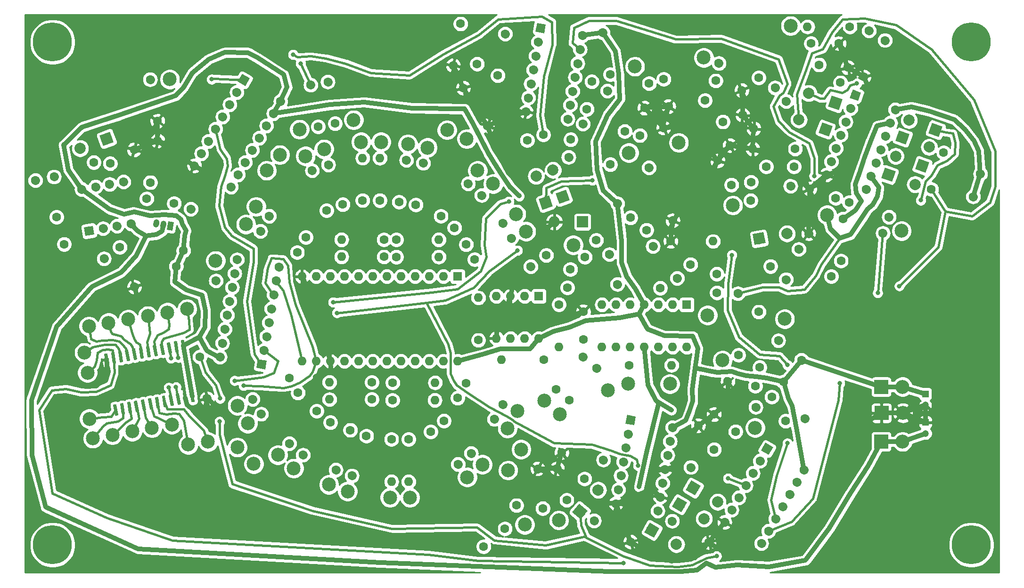
<source format=gbr>
G04 #@! TF.GenerationSoftware,KiCad,Pcbnew,(5.1.2-1)-1*
G04 #@! TF.CreationDate,2021-05-12T23:50:41-04:00*
G04 #@! TF.ProjectId,Sequencer - MFOS,53657175-656e-4636-9572-202d204d464f,rev?*
G04 #@! TF.SameCoordinates,Original*
G04 #@! TF.FileFunction,Copper,L1,Top*
G04 #@! TF.FilePolarity,Positive*
%FSLAX46Y46*%
G04 Gerber Fmt 4.6, Leading zero omitted, Abs format (unit mm)*
G04 Created by KiCad (PCBNEW (5.1.2-1)-1) date 2021-05-12 23:50:41*
%MOMM*%
%LPD*%
G04 APERTURE LIST*
%ADD10C,7.000000*%
%ADD11C,1.600000*%
%ADD12C,1.600000*%
%ADD13C,2.000000*%
%ADD14C,2.000000*%
%ADD15C,0.100000*%
%ADD16C,2.499360*%
%ADD17O,2.000000X2.000000*%
%ADD18R,2.000000X2.000000*%
%ADD19C,0.600000*%
%ADD20O,1.600000X1.600000*%
%ADD21R,1.600000X1.600000*%
%ADD22C,1.200000*%
%ADD23R,1.200000X1.200000*%
%ADD24R,2.499360X2.499360*%
%ADD25C,1.050000*%
%ADD26C,1.050000*%
%ADD27C,0.800000*%
%ADD28C,0.812800*%
%ADD29C,0.406400*%
%ADD30C,0.254000*%
G04 APERTURE END LIST*
D10*
X182880000Y-17780000D03*
X182880000Y-108204000D03*
X17780000Y-108204000D03*
X17780000Y-17780000D03*
D11*
X127543603Y-33194265D03*
X124937410Y-40354723D03*
D12*
X124937410Y-40354723D02*
X124937410Y-40354723D01*
D13*
X115815588Y-98319474D03*
D14*
X115815588Y-98319474D02*
X115815588Y-98319474D01*
D13*
X112550227Y-102210980D03*
D15*
G36*
X112673484Y-103619812D02*
G01*
X111141395Y-102334237D01*
X112426970Y-100802148D01*
X113959059Y-102087723D01*
X112673484Y-103619812D01*
X112673484Y-103619812D01*
G37*
D16*
X135458200Y-66903600D03*
D17*
X107924600Y-50114200D03*
D18*
X113004600Y-50114200D03*
D15*
G36*
X42892142Y-80480194D02*
G01*
X42906652Y-80482671D01*
X42920850Y-80486558D01*
X42934598Y-80491818D01*
X42947765Y-80498401D01*
X42960223Y-80506242D01*
X42971852Y-80515267D01*
X42982541Y-80525388D01*
X42992186Y-80536508D01*
X43000695Y-80548520D01*
X43007985Y-80561308D01*
X43013987Y-80574749D01*
X43018643Y-80588714D01*
X43021907Y-80603068D01*
X43325791Y-82326482D01*
X43327633Y-82341086D01*
X43328034Y-82355801D01*
X43326991Y-82370485D01*
X43324514Y-82384995D01*
X43320627Y-82399193D01*
X43315367Y-82412941D01*
X43308784Y-82426108D01*
X43300943Y-82438565D01*
X43291918Y-82450195D01*
X43281797Y-82460884D01*
X43270677Y-82470529D01*
X43258665Y-82479038D01*
X43245877Y-82486328D01*
X43232436Y-82492330D01*
X43218471Y-82496986D01*
X43204117Y-82500250D01*
X42908675Y-82552344D01*
X42894070Y-82554186D01*
X42879356Y-82554587D01*
X42864672Y-82553544D01*
X42850162Y-82551067D01*
X42835964Y-82547180D01*
X42822216Y-82541920D01*
X42809049Y-82535337D01*
X42796591Y-82527496D01*
X42784962Y-82518471D01*
X42774273Y-82508350D01*
X42764628Y-82497230D01*
X42756119Y-82485218D01*
X42748829Y-82472430D01*
X42742827Y-82458989D01*
X42738171Y-82445024D01*
X42734907Y-82430670D01*
X42431023Y-80707256D01*
X42429181Y-80692652D01*
X42428780Y-80677937D01*
X42429823Y-80663253D01*
X42432300Y-80648743D01*
X42436187Y-80634545D01*
X42441447Y-80620797D01*
X42448030Y-80607630D01*
X42455871Y-80595173D01*
X42464896Y-80583543D01*
X42475017Y-80572854D01*
X42486137Y-80563209D01*
X42498149Y-80554700D01*
X42510937Y-80547410D01*
X42524378Y-80541408D01*
X42538343Y-80536752D01*
X42552697Y-80533488D01*
X42848139Y-80481394D01*
X42862744Y-80479552D01*
X42877458Y-80479151D01*
X42892142Y-80480194D01*
X42892142Y-80480194D01*
G37*
D19*
X42878407Y-81516869D03*
D15*
G36*
X41641436Y-80700727D02*
G01*
X41655946Y-80703204D01*
X41670144Y-80707091D01*
X41683892Y-80712351D01*
X41697059Y-80718934D01*
X41709517Y-80726775D01*
X41721146Y-80735800D01*
X41731835Y-80745921D01*
X41741480Y-80757041D01*
X41749989Y-80769053D01*
X41757279Y-80781841D01*
X41763281Y-80795282D01*
X41767937Y-80809247D01*
X41771201Y-80823601D01*
X42075085Y-82547015D01*
X42076927Y-82561619D01*
X42077328Y-82576334D01*
X42076285Y-82591018D01*
X42073808Y-82605528D01*
X42069921Y-82619726D01*
X42064661Y-82633474D01*
X42058078Y-82646641D01*
X42050237Y-82659098D01*
X42041212Y-82670728D01*
X42031091Y-82681417D01*
X42019971Y-82691062D01*
X42007959Y-82699571D01*
X41995171Y-82706861D01*
X41981730Y-82712863D01*
X41967765Y-82717519D01*
X41953411Y-82720783D01*
X41657969Y-82772877D01*
X41643364Y-82774719D01*
X41628650Y-82775120D01*
X41613966Y-82774077D01*
X41599456Y-82771600D01*
X41585258Y-82767713D01*
X41571510Y-82762453D01*
X41558343Y-82755870D01*
X41545885Y-82748029D01*
X41534256Y-82739004D01*
X41523567Y-82728883D01*
X41513922Y-82717763D01*
X41505413Y-82705751D01*
X41498123Y-82692963D01*
X41492121Y-82679522D01*
X41487465Y-82665557D01*
X41484201Y-82651203D01*
X41180317Y-80927789D01*
X41178475Y-80913185D01*
X41178074Y-80898470D01*
X41179117Y-80883786D01*
X41181594Y-80869276D01*
X41185481Y-80855078D01*
X41190741Y-80841330D01*
X41197324Y-80828163D01*
X41205165Y-80815706D01*
X41214190Y-80804076D01*
X41224311Y-80793387D01*
X41235431Y-80783742D01*
X41247443Y-80775233D01*
X41260231Y-80767943D01*
X41273672Y-80761941D01*
X41287637Y-80757285D01*
X41301991Y-80754021D01*
X41597433Y-80701927D01*
X41612038Y-80700085D01*
X41626752Y-80699684D01*
X41641436Y-80700727D01*
X41641436Y-80700727D01*
G37*
D19*
X41627701Y-81737402D03*
D15*
G36*
X40390730Y-80921260D02*
G01*
X40405240Y-80923737D01*
X40419438Y-80927624D01*
X40433186Y-80932884D01*
X40446353Y-80939467D01*
X40458811Y-80947308D01*
X40470440Y-80956333D01*
X40481129Y-80966454D01*
X40490774Y-80977574D01*
X40499283Y-80989586D01*
X40506573Y-81002374D01*
X40512575Y-81015815D01*
X40517231Y-81029780D01*
X40520495Y-81044134D01*
X40824379Y-82767548D01*
X40826221Y-82782152D01*
X40826622Y-82796867D01*
X40825579Y-82811551D01*
X40823102Y-82826061D01*
X40819215Y-82840259D01*
X40813955Y-82854007D01*
X40807372Y-82867174D01*
X40799531Y-82879631D01*
X40790506Y-82891261D01*
X40780385Y-82901950D01*
X40769265Y-82911595D01*
X40757253Y-82920104D01*
X40744465Y-82927394D01*
X40731024Y-82933396D01*
X40717059Y-82938052D01*
X40702705Y-82941316D01*
X40407263Y-82993410D01*
X40392658Y-82995252D01*
X40377944Y-82995653D01*
X40363260Y-82994610D01*
X40348750Y-82992133D01*
X40334552Y-82988246D01*
X40320804Y-82982986D01*
X40307637Y-82976403D01*
X40295179Y-82968562D01*
X40283550Y-82959537D01*
X40272861Y-82949416D01*
X40263216Y-82938296D01*
X40254707Y-82926284D01*
X40247417Y-82913496D01*
X40241415Y-82900055D01*
X40236759Y-82886090D01*
X40233495Y-82871736D01*
X39929611Y-81148322D01*
X39927769Y-81133718D01*
X39927368Y-81119003D01*
X39928411Y-81104319D01*
X39930888Y-81089809D01*
X39934775Y-81075611D01*
X39940035Y-81061863D01*
X39946618Y-81048696D01*
X39954459Y-81036239D01*
X39963484Y-81024609D01*
X39973605Y-81013920D01*
X39984725Y-81004275D01*
X39996737Y-80995766D01*
X40009525Y-80988476D01*
X40022966Y-80982474D01*
X40036931Y-80977818D01*
X40051285Y-80974554D01*
X40346727Y-80922460D01*
X40361332Y-80920618D01*
X40376046Y-80920217D01*
X40390730Y-80921260D01*
X40390730Y-80921260D01*
G37*
D19*
X40376995Y-81957935D03*
D15*
G36*
X39140025Y-81141793D02*
G01*
X39154535Y-81144270D01*
X39168733Y-81148157D01*
X39182481Y-81153417D01*
X39195648Y-81160000D01*
X39208106Y-81167841D01*
X39219735Y-81176866D01*
X39230424Y-81186987D01*
X39240069Y-81198107D01*
X39248578Y-81210119D01*
X39255868Y-81222907D01*
X39261870Y-81236348D01*
X39266526Y-81250313D01*
X39269790Y-81264667D01*
X39573674Y-82988081D01*
X39575516Y-83002685D01*
X39575917Y-83017400D01*
X39574874Y-83032084D01*
X39572397Y-83046594D01*
X39568510Y-83060792D01*
X39563250Y-83074540D01*
X39556667Y-83087707D01*
X39548826Y-83100164D01*
X39539801Y-83111794D01*
X39529680Y-83122483D01*
X39518560Y-83132128D01*
X39506548Y-83140637D01*
X39493760Y-83147927D01*
X39480319Y-83153929D01*
X39466354Y-83158585D01*
X39452000Y-83161849D01*
X39156558Y-83213943D01*
X39141953Y-83215785D01*
X39127239Y-83216186D01*
X39112555Y-83215143D01*
X39098045Y-83212666D01*
X39083847Y-83208779D01*
X39070099Y-83203519D01*
X39056932Y-83196936D01*
X39044474Y-83189095D01*
X39032845Y-83180070D01*
X39022156Y-83169949D01*
X39012511Y-83158829D01*
X39004002Y-83146817D01*
X38996712Y-83134029D01*
X38990710Y-83120588D01*
X38986054Y-83106623D01*
X38982790Y-83092269D01*
X38678906Y-81368855D01*
X38677064Y-81354251D01*
X38676663Y-81339536D01*
X38677706Y-81324852D01*
X38680183Y-81310342D01*
X38684070Y-81296144D01*
X38689330Y-81282396D01*
X38695913Y-81269229D01*
X38703754Y-81256772D01*
X38712779Y-81245142D01*
X38722900Y-81234453D01*
X38734020Y-81224808D01*
X38746032Y-81216299D01*
X38758820Y-81209009D01*
X38772261Y-81203007D01*
X38786226Y-81198351D01*
X38800580Y-81195087D01*
X39096022Y-81142993D01*
X39110627Y-81141151D01*
X39125341Y-81140750D01*
X39140025Y-81141793D01*
X39140025Y-81141793D01*
G37*
D19*
X39126290Y-82178468D03*
D15*
G36*
X37889319Y-81362326D02*
G01*
X37903829Y-81364803D01*
X37918027Y-81368690D01*
X37931775Y-81373950D01*
X37944942Y-81380533D01*
X37957400Y-81388374D01*
X37969029Y-81397399D01*
X37979718Y-81407520D01*
X37989363Y-81418640D01*
X37997872Y-81430652D01*
X38005162Y-81443440D01*
X38011164Y-81456881D01*
X38015820Y-81470846D01*
X38019084Y-81485200D01*
X38322968Y-83208614D01*
X38324810Y-83223218D01*
X38325211Y-83237933D01*
X38324168Y-83252617D01*
X38321691Y-83267127D01*
X38317804Y-83281325D01*
X38312544Y-83295073D01*
X38305961Y-83308240D01*
X38298120Y-83320697D01*
X38289095Y-83332327D01*
X38278974Y-83343016D01*
X38267854Y-83352661D01*
X38255842Y-83361170D01*
X38243054Y-83368460D01*
X38229613Y-83374462D01*
X38215648Y-83379118D01*
X38201294Y-83382382D01*
X37905852Y-83434476D01*
X37891247Y-83436318D01*
X37876533Y-83436719D01*
X37861849Y-83435676D01*
X37847339Y-83433199D01*
X37833141Y-83429312D01*
X37819393Y-83424052D01*
X37806226Y-83417469D01*
X37793768Y-83409628D01*
X37782139Y-83400603D01*
X37771450Y-83390482D01*
X37761805Y-83379362D01*
X37753296Y-83367350D01*
X37746006Y-83354562D01*
X37740004Y-83341121D01*
X37735348Y-83327156D01*
X37732084Y-83312802D01*
X37428200Y-81589388D01*
X37426358Y-81574784D01*
X37425957Y-81560069D01*
X37427000Y-81545385D01*
X37429477Y-81530875D01*
X37433364Y-81516677D01*
X37438624Y-81502929D01*
X37445207Y-81489762D01*
X37453048Y-81477305D01*
X37462073Y-81465675D01*
X37472194Y-81454986D01*
X37483314Y-81445341D01*
X37495326Y-81436832D01*
X37508114Y-81429542D01*
X37521555Y-81423540D01*
X37535520Y-81418884D01*
X37549874Y-81415620D01*
X37845316Y-81363526D01*
X37859921Y-81361684D01*
X37874635Y-81361283D01*
X37889319Y-81362326D01*
X37889319Y-81362326D01*
G37*
D19*
X37875584Y-82399001D03*
D15*
G36*
X36638613Y-81582859D02*
G01*
X36653123Y-81585336D01*
X36667321Y-81589223D01*
X36681069Y-81594483D01*
X36694236Y-81601066D01*
X36706694Y-81608907D01*
X36718323Y-81617932D01*
X36729012Y-81628053D01*
X36738657Y-81639173D01*
X36747166Y-81651185D01*
X36754456Y-81663973D01*
X36760458Y-81677414D01*
X36765114Y-81691379D01*
X36768378Y-81705733D01*
X37072262Y-83429147D01*
X37074104Y-83443751D01*
X37074505Y-83458466D01*
X37073462Y-83473150D01*
X37070985Y-83487660D01*
X37067098Y-83501858D01*
X37061838Y-83515606D01*
X37055255Y-83528773D01*
X37047414Y-83541230D01*
X37038389Y-83552860D01*
X37028268Y-83563549D01*
X37017148Y-83573194D01*
X37005136Y-83581703D01*
X36992348Y-83588993D01*
X36978907Y-83594995D01*
X36964942Y-83599651D01*
X36950588Y-83602915D01*
X36655146Y-83655009D01*
X36640541Y-83656851D01*
X36625827Y-83657252D01*
X36611143Y-83656209D01*
X36596633Y-83653732D01*
X36582435Y-83649845D01*
X36568687Y-83644585D01*
X36555520Y-83638002D01*
X36543062Y-83630161D01*
X36531433Y-83621136D01*
X36520744Y-83611015D01*
X36511099Y-83599895D01*
X36502590Y-83587883D01*
X36495300Y-83575095D01*
X36489298Y-83561654D01*
X36484642Y-83547689D01*
X36481378Y-83533335D01*
X36177494Y-81809921D01*
X36175652Y-81795317D01*
X36175251Y-81780602D01*
X36176294Y-81765918D01*
X36178771Y-81751408D01*
X36182658Y-81737210D01*
X36187918Y-81723462D01*
X36194501Y-81710295D01*
X36202342Y-81697838D01*
X36211367Y-81686208D01*
X36221488Y-81675519D01*
X36232608Y-81665874D01*
X36244620Y-81657365D01*
X36257408Y-81650075D01*
X36270849Y-81644073D01*
X36284814Y-81639417D01*
X36299168Y-81636153D01*
X36594610Y-81584059D01*
X36609215Y-81582217D01*
X36623929Y-81581816D01*
X36638613Y-81582859D01*
X36638613Y-81582859D01*
G37*
D19*
X36624878Y-82619534D03*
D15*
G36*
X35387907Y-81803393D02*
G01*
X35402417Y-81805870D01*
X35416615Y-81809757D01*
X35430363Y-81815017D01*
X35443530Y-81821600D01*
X35455988Y-81829441D01*
X35467617Y-81838466D01*
X35478306Y-81848587D01*
X35487951Y-81859707D01*
X35496460Y-81871719D01*
X35503750Y-81884507D01*
X35509752Y-81897948D01*
X35514408Y-81911913D01*
X35517672Y-81926267D01*
X35821556Y-83649681D01*
X35823398Y-83664285D01*
X35823799Y-83679000D01*
X35822756Y-83693684D01*
X35820279Y-83708194D01*
X35816392Y-83722392D01*
X35811132Y-83736140D01*
X35804549Y-83749307D01*
X35796708Y-83761764D01*
X35787683Y-83773394D01*
X35777562Y-83784083D01*
X35766442Y-83793728D01*
X35754430Y-83802237D01*
X35741642Y-83809527D01*
X35728201Y-83815529D01*
X35714236Y-83820185D01*
X35699882Y-83823449D01*
X35404440Y-83875543D01*
X35389835Y-83877385D01*
X35375121Y-83877786D01*
X35360437Y-83876743D01*
X35345927Y-83874266D01*
X35331729Y-83870379D01*
X35317981Y-83865119D01*
X35304814Y-83858536D01*
X35292356Y-83850695D01*
X35280727Y-83841670D01*
X35270038Y-83831549D01*
X35260393Y-83820429D01*
X35251884Y-83808417D01*
X35244594Y-83795629D01*
X35238592Y-83782188D01*
X35233936Y-83768223D01*
X35230672Y-83753869D01*
X34926788Y-82030455D01*
X34924946Y-82015851D01*
X34924545Y-82001136D01*
X34925588Y-81986452D01*
X34928065Y-81971942D01*
X34931952Y-81957744D01*
X34937212Y-81943996D01*
X34943795Y-81930829D01*
X34951636Y-81918372D01*
X34960661Y-81906742D01*
X34970782Y-81896053D01*
X34981902Y-81886408D01*
X34993914Y-81877899D01*
X35006702Y-81870609D01*
X35020143Y-81864607D01*
X35034108Y-81859951D01*
X35048462Y-81856687D01*
X35343904Y-81804593D01*
X35358509Y-81802751D01*
X35373223Y-81802350D01*
X35387907Y-81803393D01*
X35387907Y-81803393D01*
G37*
D19*
X35374172Y-82840068D03*
D15*
G36*
X34137201Y-82023926D02*
G01*
X34151711Y-82026403D01*
X34165909Y-82030290D01*
X34179657Y-82035550D01*
X34192824Y-82042133D01*
X34205282Y-82049974D01*
X34216911Y-82058999D01*
X34227600Y-82069120D01*
X34237245Y-82080240D01*
X34245754Y-82092252D01*
X34253044Y-82105040D01*
X34259046Y-82118481D01*
X34263702Y-82132446D01*
X34266966Y-82146800D01*
X34570850Y-83870214D01*
X34572692Y-83884818D01*
X34573093Y-83899533D01*
X34572050Y-83914217D01*
X34569573Y-83928727D01*
X34565686Y-83942925D01*
X34560426Y-83956673D01*
X34553843Y-83969840D01*
X34546002Y-83982297D01*
X34536977Y-83993927D01*
X34526856Y-84004616D01*
X34515736Y-84014261D01*
X34503724Y-84022770D01*
X34490936Y-84030060D01*
X34477495Y-84036062D01*
X34463530Y-84040718D01*
X34449176Y-84043982D01*
X34153734Y-84096076D01*
X34139129Y-84097918D01*
X34124415Y-84098319D01*
X34109731Y-84097276D01*
X34095221Y-84094799D01*
X34081023Y-84090912D01*
X34067275Y-84085652D01*
X34054108Y-84079069D01*
X34041650Y-84071228D01*
X34030021Y-84062203D01*
X34019332Y-84052082D01*
X34009687Y-84040962D01*
X34001178Y-84028950D01*
X33993888Y-84016162D01*
X33987886Y-84002721D01*
X33983230Y-83988756D01*
X33979966Y-83974402D01*
X33676082Y-82250988D01*
X33674240Y-82236384D01*
X33673839Y-82221669D01*
X33674882Y-82206985D01*
X33677359Y-82192475D01*
X33681246Y-82178277D01*
X33686506Y-82164529D01*
X33693089Y-82151362D01*
X33700930Y-82138905D01*
X33709955Y-82127275D01*
X33720076Y-82116586D01*
X33731196Y-82106941D01*
X33743208Y-82098432D01*
X33755996Y-82091142D01*
X33769437Y-82085140D01*
X33783402Y-82080484D01*
X33797756Y-82077220D01*
X34093198Y-82025126D01*
X34107803Y-82023284D01*
X34122517Y-82022883D01*
X34137201Y-82023926D01*
X34137201Y-82023926D01*
G37*
D19*
X34123466Y-83060601D03*
D15*
G36*
X32886495Y-82244459D02*
G01*
X32901005Y-82246936D01*
X32915203Y-82250823D01*
X32928951Y-82256083D01*
X32942118Y-82262666D01*
X32954576Y-82270507D01*
X32966205Y-82279532D01*
X32976894Y-82289653D01*
X32986539Y-82300773D01*
X32995048Y-82312785D01*
X33002338Y-82325573D01*
X33008340Y-82339014D01*
X33012996Y-82352979D01*
X33016260Y-82367333D01*
X33320144Y-84090747D01*
X33321986Y-84105351D01*
X33322387Y-84120066D01*
X33321344Y-84134750D01*
X33318867Y-84149260D01*
X33314980Y-84163458D01*
X33309720Y-84177206D01*
X33303137Y-84190373D01*
X33295296Y-84202830D01*
X33286271Y-84214460D01*
X33276150Y-84225149D01*
X33265030Y-84234794D01*
X33253018Y-84243303D01*
X33240230Y-84250593D01*
X33226789Y-84256595D01*
X33212824Y-84261251D01*
X33198470Y-84264515D01*
X32903028Y-84316609D01*
X32888423Y-84318451D01*
X32873709Y-84318852D01*
X32859025Y-84317809D01*
X32844515Y-84315332D01*
X32830317Y-84311445D01*
X32816569Y-84306185D01*
X32803402Y-84299602D01*
X32790944Y-84291761D01*
X32779315Y-84282736D01*
X32768626Y-84272615D01*
X32758981Y-84261495D01*
X32750472Y-84249483D01*
X32743182Y-84236695D01*
X32737180Y-84223254D01*
X32732524Y-84209289D01*
X32729260Y-84194935D01*
X32425376Y-82471521D01*
X32423534Y-82456917D01*
X32423133Y-82442202D01*
X32424176Y-82427518D01*
X32426653Y-82413008D01*
X32430540Y-82398810D01*
X32435800Y-82385062D01*
X32442383Y-82371895D01*
X32450224Y-82359438D01*
X32459249Y-82347808D01*
X32469370Y-82337119D01*
X32480490Y-82327474D01*
X32492502Y-82318965D01*
X32505290Y-82311675D01*
X32518731Y-82305673D01*
X32532696Y-82301017D01*
X32547050Y-82297753D01*
X32842492Y-82245659D01*
X32857097Y-82243817D01*
X32871811Y-82243416D01*
X32886495Y-82244459D01*
X32886495Y-82244459D01*
G37*
D19*
X32872760Y-83281134D03*
D15*
G36*
X31635790Y-82464992D02*
G01*
X31650300Y-82467469D01*
X31664498Y-82471356D01*
X31678246Y-82476616D01*
X31691413Y-82483199D01*
X31703871Y-82491040D01*
X31715500Y-82500065D01*
X31726189Y-82510186D01*
X31735834Y-82521306D01*
X31744343Y-82533318D01*
X31751633Y-82546106D01*
X31757635Y-82559547D01*
X31762291Y-82573512D01*
X31765555Y-82587866D01*
X32069439Y-84311280D01*
X32071281Y-84325884D01*
X32071682Y-84340599D01*
X32070639Y-84355283D01*
X32068162Y-84369793D01*
X32064275Y-84383991D01*
X32059015Y-84397739D01*
X32052432Y-84410906D01*
X32044591Y-84423363D01*
X32035566Y-84434993D01*
X32025445Y-84445682D01*
X32014325Y-84455327D01*
X32002313Y-84463836D01*
X31989525Y-84471126D01*
X31976084Y-84477128D01*
X31962119Y-84481784D01*
X31947765Y-84485048D01*
X31652323Y-84537142D01*
X31637718Y-84538984D01*
X31623004Y-84539385D01*
X31608320Y-84538342D01*
X31593810Y-84535865D01*
X31579612Y-84531978D01*
X31565864Y-84526718D01*
X31552697Y-84520135D01*
X31540239Y-84512294D01*
X31528610Y-84503269D01*
X31517921Y-84493148D01*
X31508276Y-84482028D01*
X31499767Y-84470016D01*
X31492477Y-84457228D01*
X31486475Y-84443787D01*
X31481819Y-84429822D01*
X31478555Y-84415468D01*
X31174671Y-82692054D01*
X31172829Y-82677450D01*
X31172428Y-82662735D01*
X31173471Y-82648051D01*
X31175948Y-82633541D01*
X31179835Y-82619343D01*
X31185095Y-82605595D01*
X31191678Y-82592428D01*
X31199519Y-82579971D01*
X31208544Y-82568341D01*
X31218665Y-82557652D01*
X31229785Y-82548007D01*
X31241797Y-82539498D01*
X31254585Y-82532208D01*
X31268026Y-82526206D01*
X31281991Y-82521550D01*
X31296345Y-82518286D01*
X31591787Y-82466192D01*
X31606392Y-82464350D01*
X31621106Y-82463949D01*
X31635790Y-82464992D01*
X31635790Y-82464992D01*
G37*
D19*
X31622055Y-83501667D03*
D15*
G36*
X30385084Y-82685525D02*
G01*
X30399594Y-82688002D01*
X30413792Y-82691889D01*
X30427540Y-82697149D01*
X30440707Y-82703732D01*
X30453165Y-82711573D01*
X30464794Y-82720598D01*
X30475483Y-82730719D01*
X30485128Y-82741839D01*
X30493637Y-82753851D01*
X30500927Y-82766639D01*
X30506929Y-82780080D01*
X30511585Y-82794045D01*
X30514849Y-82808399D01*
X30818733Y-84531813D01*
X30820575Y-84546417D01*
X30820976Y-84561132D01*
X30819933Y-84575816D01*
X30817456Y-84590326D01*
X30813569Y-84604524D01*
X30808309Y-84618272D01*
X30801726Y-84631439D01*
X30793885Y-84643896D01*
X30784860Y-84655526D01*
X30774739Y-84666215D01*
X30763619Y-84675860D01*
X30751607Y-84684369D01*
X30738819Y-84691659D01*
X30725378Y-84697661D01*
X30711413Y-84702317D01*
X30697059Y-84705581D01*
X30401617Y-84757675D01*
X30387012Y-84759517D01*
X30372298Y-84759918D01*
X30357614Y-84758875D01*
X30343104Y-84756398D01*
X30328906Y-84752511D01*
X30315158Y-84747251D01*
X30301991Y-84740668D01*
X30289533Y-84732827D01*
X30277904Y-84723802D01*
X30267215Y-84713681D01*
X30257570Y-84702561D01*
X30249061Y-84690549D01*
X30241771Y-84677761D01*
X30235769Y-84664320D01*
X30231113Y-84650355D01*
X30227849Y-84636001D01*
X29923965Y-82912587D01*
X29922123Y-82897983D01*
X29921722Y-82883268D01*
X29922765Y-82868584D01*
X29925242Y-82854074D01*
X29929129Y-82839876D01*
X29934389Y-82826128D01*
X29940972Y-82812961D01*
X29948813Y-82800504D01*
X29957838Y-82788874D01*
X29967959Y-82778185D01*
X29979079Y-82768540D01*
X29991091Y-82760031D01*
X30003879Y-82752741D01*
X30017320Y-82746739D01*
X30031285Y-82742083D01*
X30045639Y-82738819D01*
X30341081Y-82686725D01*
X30355686Y-82684883D01*
X30370400Y-82684482D01*
X30385084Y-82685525D01*
X30385084Y-82685525D01*
G37*
D19*
X30371349Y-83722200D03*
D15*
G36*
X29134378Y-82906059D02*
G01*
X29148888Y-82908536D01*
X29163086Y-82912423D01*
X29176834Y-82917683D01*
X29190001Y-82924266D01*
X29202459Y-82932107D01*
X29214088Y-82941132D01*
X29224777Y-82951253D01*
X29234422Y-82962373D01*
X29242931Y-82974385D01*
X29250221Y-82987173D01*
X29256223Y-83000614D01*
X29260879Y-83014579D01*
X29264143Y-83028933D01*
X29568027Y-84752347D01*
X29569869Y-84766951D01*
X29570270Y-84781666D01*
X29569227Y-84796350D01*
X29566750Y-84810860D01*
X29562863Y-84825058D01*
X29557603Y-84838806D01*
X29551020Y-84851973D01*
X29543179Y-84864430D01*
X29534154Y-84876060D01*
X29524033Y-84886749D01*
X29512913Y-84896394D01*
X29500901Y-84904903D01*
X29488113Y-84912193D01*
X29474672Y-84918195D01*
X29460707Y-84922851D01*
X29446353Y-84926115D01*
X29150911Y-84978209D01*
X29136306Y-84980051D01*
X29121592Y-84980452D01*
X29106908Y-84979409D01*
X29092398Y-84976932D01*
X29078200Y-84973045D01*
X29064452Y-84967785D01*
X29051285Y-84961202D01*
X29038827Y-84953361D01*
X29027198Y-84944336D01*
X29016509Y-84934215D01*
X29006864Y-84923095D01*
X28998355Y-84911083D01*
X28991065Y-84898295D01*
X28985063Y-84884854D01*
X28980407Y-84870889D01*
X28977143Y-84856535D01*
X28673259Y-83133121D01*
X28671417Y-83118517D01*
X28671016Y-83103802D01*
X28672059Y-83089118D01*
X28674536Y-83074608D01*
X28678423Y-83060410D01*
X28683683Y-83046662D01*
X28690266Y-83033495D01*
X28698107Y-83021038D01*
X28707132Y-83009408D01*
X28717253Y-82998719D01*
X28728373Y-82989074D01*
X28740385Y-82980565D01*
X28753173Y-82973275D01*
X28766614Y-82967273D01*
X28780579Y-82962617D01*
X28794933Y-82959353D01*
X29090375Y-82907259D01*
X29104980Y-82905417D01*
X29119694Y-82905016D01*
X29134378Y-82906059D01*
X29134378Y-82906059D01*
G37*
D19*
X29120643Y-83942734D03*
D15*
G36*
X27519450Y-73747346D02*
G01*
X27533960Y-73749823D01*
X27548158Y-73753710D01*
X27561906Y-73758970D01*
X27575073Y-73765553D01*
X27587531Y-73773394D01*
X27599160Y-73782419D01*
X27609849Y-73792540D01*
X27619494Y-73803660D01*
X27628003Y-73815672D01*
X27635293Y-73828460D01*
X27641295Y-73841901D01*
X27645951Y-73855866D01*
X27649215Y-73870220D01*
X27953099Y-75593634D01*
X27954941Y-75608238D01*
X27955342Y-75622953D01*
X27954299Y-75637637D01*
X27951822Y-75652147D01*
X27947935Y-75666345D01*
X27942675Y-75680093D01*
X27936092Y-75693260D01*
X27928251Y-75705717D01*
X27919226Y-75717347D01*
X27909105Y-75728036D01*
X27897985Y-75737681D01*
X27885973Y-75746190D01*
X27873185Y-75753480D01*
X27859744Y-75759482D01*
X27845779Y-75764138D01*
X27831425Y-75767402D01*
X27535983Y-75819496D01*
X27521378Y-75821338D01*
X27506664Y-75821739D01*
X27491980Y-75820696D01*
X27477470Y-75818219D01*
X27463272Y-75814332D01*
X27449524Y-75809072D01*
X27436357Y-75802489D01*
X27423899Y-75794648D01*
X27412270Y-75785623D01*
X27401581Y-75775502D01*
X27391936Y-75764382D01*
X27383427Y-75752370D01*
X27376137Y-75739582D01*
X27370135Y-75726141D01*
X27365479Y-75712176D01*
X27362215Y-75697822D01*
X27058331Y-73974408D01*
X27056489Y-73959804D01*
X27056088Y-73945089D01*
X27057131Y-73930405D01*
X27059608Y-73915895D01*
X27063495Y-73901697D01*
X27068755Y-73887949D01*
X27075338Y-73874782D01*
X27083179Y-73862325D01*
X27092204Y-73850695D01*
X27102325Y-73840006D01*
X27113445Y-73830361D01*
X27125457Y-73821852D01*
X27138245Y-73814562D01*
X27151686Y-73808560D01*
X27165651Y-73803904D01*
X27180005Y-73800640D01*
X27475447Y-73748546D01*
X27490052Y-73746704D01*
X27504766Y-73746303D01*
X27519450Y-73747346D01*
X27519450Y-73747346D01*
G37*
D19*
X27505715Y-74784021D03*
D15*
G36*
X28770156Y-73526813D02*
G01*
X28784666Y-73529290D01*
X28798864Y-73533177D01*
X28812612Y-73538437D01*
X28825779Y-73545020D01*
X28838237Y-73552861D01*
X28849866Y-73561886D01*
X28860555Y-73572007D01*
X28870200Y-73583127D01*
X28878709Y-73595139D01*
X28885999Y-73607927D01*
X28892001Y-73621368D01*
X28896657Y-73635333D01*
X28899921Y-73649687D01*
X29203805Y-75373101D01*
X29205647Y-75387705D01*
X29206048Y-75402420D01*
X29205005Y-75417104D01*
X29202528Y-75431614D01*
X29198641Y-75445812D01*
X29193381Y-75459560D01*
X29186798Y-75472727D01*
X29178957Y-75485184D01*
X29169932Y-75496814D01*
X29159811Y-75507503D01*
X29148691Y-75517148D01*
X29136679Y-75525657D01*
X29123891Y-75532947D01*
X29110450Y-75538949D01*
X29096485Y-75543605D01*
X29082131Y-75546869D01*
X28786689Y-75598963D01*
X28772084Y-75600805D01*
X28757370Y-75601206D01*
X28742686Y-75600163D01*
X28728176Y-75597686D01*
X28713978Y-75593799D01*
X28700230Y-75588539D01*
X28687063Y-75581956D01*
X28674605Y-75574115D01*
X28662976Y-75565090D01*
X28652287Y-75554969D01*
X28642642Y-75543849D01*
X28634133Y-75531837D01*
X28626843Y-75519049D01*
X28620841Y-75505608D01*
X28616185Y-75491643D01*
X28612921Y-75477289D01*
X28309037Y-73753875D01*
X28307195Y-73739271D01*
X28306794Y-73724556D01*
X28307837Y-73709872D01*
X28310314Y-73695362D01*
X28314201Y-73681164D01*
X28319461Y-73667416D01*
X28326044Y-73654249D01*
X28333885Y-73641792D01*
X28342910Y-73630162D01*
X28353031Y-73619473D01*
X28364151Y-73609828D01*
X28376163Y-73601319D01*
X28388951Y-73594029D01*
X28402392Y-73588027D01*
X28416357Y-73583371D01*
X28430711Y-73580107D01*
X28726153Y-73528013D01*
X28740758Y-73526171D01*
X28755472Y-73525770D01*
X28770156Y-73526813D01*
X28770156Y-73526813D01*
G37*
D19*
X28756421Y-74563488D03*
D15*
G36*
X30020862Y-73306280D02*
G01*
X30035372Y-73308757D01*
X30049570Y-73312644D01*
X30063318Y-73317904D01*
X30076485Y-73324487D01*
X30088943Y-73332328D01*
X30100572Y-73341353D01*
X30111261Y-73351474D01*
X30120906Y-73362594D01*
X30129415Y-73374606D01*
X30136705Y-73387394D01*
X30142707Y-73400835D01*
X30147363Y-73414800D01*
X30150627Y-73429154D01*
X30454511Y-75152568D01*
X30456353Y-75167172D01*
X30456754Y-75181887D01*
X30455711Y-75196571D01*
X30453234Y-75211081D01*
X30449347Y-75225279D01*
X30444087Y-75239027D01*
X30437504Y-75252194D01*
X30429663Y-75264651D01*
X30420638Y-75276281D01*
X30410517Y-75286970D01*
X30399397Y-75296615D01*
X30387385Y-75305124D01*
X30374597Y-75312414D01*
X30361156Y-75318416D01*
X30347191Y-75323072D01*
X30332837Y-75326336D01*
X30037395Y-75378430D01*
X30022790Y-75380272D01*
X30008076Y-75380673D01*
X29993392Y-75379630D01*
X29978882Y-75377153D01*
X29964684Y-75373266D01*
X29950936Y-75368006D01*
X29937769Y-75361423D01*
X29925311Y-75353582D01*
X29913682Y-75344557D01*
X29902993Y-75334436D01*
X29893348Y-75323316D01*
X29884839Y-75311304D01*
X29877549Y-75298516D01*
X29871547Y-75285075D01*
X29866891Y-75271110D01*
X29863627Y-75256756D01*
X29559743Y-73533342D01*
X29557901Y-73518738D01*
X29557500Y-73504023D01*
X29558543Y-73489339D01*
X29561020Y-73474829D01*
X29564907Y-73460631D01*
X29570167Y-73446883D01*
X29576750Y-73433716D01*
X29584591Y-73421259D01*
X29593616Y-73409629D01*
X29603737Y-73398940D01*
X29614857Y-73389295D01*
X29626869Y-73380786D01*
X29639657Y-73373496D01*
X29653098Y-73367494D01*
X29667063Y-73362838D01*
X29681417Y-73359574D01*
X29976859Y-73307480D01*
X29991464Y-73305638D01*
X30006178Y-73305237D01*
X30020862Y-73306280D01*
X30020862Y-73306280D01*
G37*
D19*
X30007127Y-74342955D03*
D15*
G36*
X31271567Y-73085747D02*
G01*
X31286077Y-73088224D01*
X31300275Y-73092111D01*
X31314023Y-73097371D01*
X31327190Y-73103954D01*
X31339648Y-73111795D01*
X31351277Y-73120820D01*
X31361966Y-73130941D01*
X31371611Y-73142061D01*
X31380120Y-73154073D01*
X31387410Y-73166861D01*
X31393412Y-73180302D01*
X31398068Y-73194267D01*
X31401332Y-73208621D01*
X31705216Y-74932035D01*
X31707058Y-74946639D01*
X31707459Y-74961354D01*
X31706416Y-74976038D01*
X31703939Y-74990548D01*
X31700052Y-75004746D01*
X31694792Y-75018494D01*
X31688209Y-75031661D01*
X31680368Y-75044118D01*
X31671343Y-75055748D01*
X31661222Y-75066437D01*
X31650102Y-75076082D01*
X31638090Y-75084591D01*
X31625302Y-75091881D01*
X31611861Y-75097883D01*
X31597896Y-75102539D01*
X31583542Y-75105803D01*
X31288100Y-75157897D01*
X31273495Y-75159739D01*
X31258781Y-75160140D01*
X31244097Y-75159097D01*
X31229587Y-75156620D01*
X31215389Y-75152733D01*
X31201641Y-75147473D01*
X31188474Y-75140890D01*
X31176016Y-75133049D01*
X31164387Y-75124024D01*
X31153698Y-75113903D01*
X31144053Y-75102783D01*
X31135544Y-75090771D01*
X31128254Y-75077983D01*
X31122252Y-75064542D01*
X31117596Y-75050577D01*
X31114332Y-75036223D01*
X30810448Y-73312809D01*
X30808606Y-73298205D01*
X30808205Y-73283490D01*
X30809248Y-73268806D01*
X30811725Y-73254296D01*
X30815612Y-73240098D01*
X30820872Y-73226350D01*
X30827455Y-73213183D01*
X30835296Y-73200726D01*
X30844321Y-73189096D01*
X30854442Y-73178407D01*
X30865562Y-73168762D01*
X30877574Y-73160253D01*
X30890362Y-73152963D01*
X30903803Y-73146961D01*
X30917768Y-73142305D01*
X30932122Y-73139041D01*
X31227564Y-73086947D01*
X31242169Y-73085105D01*
X31256883Y-73084704D01*
X31271567Y-73085747D01*
X31271567Y-73085747D01*
G37*
D19*
X31257832Y-74122422D03*
D15*
G36*
X32522273Y-72865214D02*
G01*
X32536783Y-72867691D01*
X32550981Y-72871578D01*
X32564729Y-72876838D01*
X32577896Y-72883421D01*
X32590354Y-72891262D01*
X32601983Y-72900287D01*
X32612672Y-72910408D01*
X32622317Y-72921528D01*
X32630826Y-72933540D01*
X32638116Y-72946328D01*
X32644118Y-72959769D01*
X32648774Y-72973734D01*
X32652038Y-72988088D01*
X32955922Y-74711502D01*
X32957764Y-74726106D01*
X32958165Y-74740821D01*
X32957122Y-74755505D01*
X32954645Y-74770015D01*
X32950758Y-74784213D01*
X32945498Y-74797961D01*
X32938915Y-74811128D01*
X32931074Y-74823585D01*
X32922049Y-74835215D01*
X32911928Y-74845904D01*
X32900808Y-74855549D01*
X32888796Y-74864058D01*
X32876008Y-74871348D01*
X32862567Y-74877350D01*
X32848602Y-74882006D01*
X32834248Y-74885270D01*
X32538806Y-74937364D01*
X32524201Y-74939206D01*
X32509487Y-74939607D01*
X32494803Y-74938564D01*
X32480293Y-74936087D01*
X32466095Y-74932200D01*
X32452347Y-74926940D01*
X32439180Y-74920357D01*
X32426722Y-74912516D01*
X32415093Y-74903491D01*
X32404404Y-74893370D01*
X32394759Y-74882250D01*
X32386250Y-74870238D01*
X32378960Y-74857450D01*
X32372958Y-74844009D01*
X32368302Y-74830044D01*
X32365038Y-74815690D01*
X32061154Y-73092276D01*
X32059312Y-73077672D01*
X32058911Y-73062957D01*
X32059954Y-73048273D01*
X32062431Y-73033763D01*
X32066318Y-73019565D01*
X32071578Y-73005817D01*
X32078161Y-72992650D01*
X32086002Y-72980193D01*
X32095027Y-72968563D01*
X32105148Y-72957874D01*
X32116268Y-72948229D01*
X32128280Y-72939720D01*
X32141068Y-72932430D01*
X32154509Y-72926428D01*
X32168474Y-72921772D01*
X32182828Y-72918508D01*
X32478270Y-72866414D01*
X32492875Y-72864572D01*
X32507589Y-72864171D01*
X32522273Y-72865214D01*
X32522273Y-72865214D01*
G37*
D19*
X32508538Y-73901889D03*
D15*
G36*
X33772979Y-72644681D02*
G01*
X33787489Y-72647158D01*
X33801687Y-72651045D01*
X33815435Y-72656305D01*
X33828602Y-72662888D01*
X33841060Y-72670729D01*
X33852689Y-72679754D01*
X33863378Y-72689875D01*
X33873023Y-72700995D01*
X33881532Y-72713007D01*
X33888822Y-72725795D01*
X33894824Y-72739236D01*
X33899480Y-72753201D01*
X33902744Y-72767555D01*
X34206628Y-74490969D01*
X34208470Y-74505573D01*
X34208871Y-74520288D01*
X34207828Y-74534972D01*
X34205351Y-74549482D01*
X34201464Y-74563680D01*
X34196204Y-74577428D01*
X34189621Y-74590595D01*
X34181780Y-74603052D01*
X34172755Y-74614682D01*
X34162634Y-74625371D01*
X34151514Y-74635016D01*
X34139502Y-74643525D01*
X34126714Y-74650815D01*
X34113273Y-74656817D01*
X34099308Y-74661473D01*
X34084954Y-74664737D01*
X33789512Y-74716831D01*
X33774907Y-74718673D01*
X33760193Y-74719074D01*
X33745509Y-74718031D01*
X33730999Y-74715554D01*
X33716801Y-74711667D01*
X33703053Y-74706407D01*
X33689886Y-74699824D01*
X33677428Y-74691983D01*
X33665799Y-74682958D01*
X33655110Y-74672837D01*
X33645465Y-74661717D01*
X33636956Y-74649705D01*
X33629666Y-74636917D01*
X33623664Y-74623476D01*
X33619008Y-74609511D01*
X33615744Y-74595157D01*
X33311860Y-72871743D01*
X33310018Y-72857139D01*
X33309617Y-72842424D01*
X33310660Y-72827740D01*
X33313137Y-72813230D01*
X33317024Y-72799032D01*
X33322284Y-72785284D01*
X33328867Y-72772117D01*
X33336708Y-72759660D01*
X33345733Y-72748030D01*
X33355854Y-72737341D01*
X33366974Y-72727696D01*
X33378986Y-72719187D01*
X33391774Y-72711897D01*
X33405215Y-72705895D01*
X33419180Y-72701239D01*
X33433534Y-72697975D01*
X33728976Y-72645881D01*
X33743581Y-72644039D01*
X33758295Y-72643638D01*
X33772979Y-72644681D01*
X33772979Y-72644681D01*
G37*
D19*
X33759244Y-73681356D03*
D15*
G36*
X35023685Y-72424147D02*
G01*
X35038195Y-72426624D01*
X35052393Y-72430511D01*
X35066141Y-72435771D01*
X35079308Y-72442354D01*
X35091766Y-72450195D01*
X35103395Y-72459220D01*
X35114084Y-72469341D01*
X35123729Y-72480461D01*
X35132238Y-72492473D01*
X35139528Y-72505261D01*
X35145530Y-72518702D01*
X35150186Y-72532667D01*
X35153450Y-72547021D01*
X35457334Y-74270435D01*
X35459176Y-74285039D01*
X35459577Y-74299754D01*
X35458534Y-74314438D01*
X35456057Y-74328948D01*
X35452170Y-74343146D01*
X35446910Y-74356894D01*
X35440327Y-74370061D01*
X35432486Y-74382518D01*
X35423461Y-74394148D01*
X35413340Y-74404837D01*
X35402220Y-74414482D01*
X35390208Y-74422991D01*
X35377420Y-74430281D01*
X35363979Y-74436283D01*
X35350014Y-74440939D01*
X35335660Y-74444203D01*
X35040218Y-74496297D01*
X35025613Y-74498139D01*
X35010899Y-74498540D01*
X34996215Y-74497497D01*
X34981705Y-74495020D01*
X34967507Y-74491133D01*
X34953759Y-74485873D01*
X34940592Y-74479290D01*
X34928134Y-74471449D01*
X34916505Y-74462424D01*
X34905816Y-74452303D01*
X34896171Y-74441183D01*
X34887662Y-74429171D01*
X34880372Y-74416383D01*
X34874370Y-74402942D01*
X34869714Y-74388977D01*
X34866450Y-74374623D01*
X34562566Y-72651209D01*
X34560724Y-72636605D01*
X34560323Y-72621890D01*
X34561366Y-72607206D01*
X34563843Y-72592696D01*
X34567730Y-72578498D01*
X34572990Y-72564750D01*
X34579573Y-72551583D01*
X34587414Y-72539126D01*
X34596439Y-72527496D01*
X34606560Y-72516807D01*
X34617680Y-72507162D01*
X34629692Y-72498653D01*
X34642480Y-72491363D01*
X34655921Y-72485361D01*
X34669886Y-72480705D01*
X34684240Y-72477441D01*
X34979682Y-72425347D01*
X34994287Y-72423505D01*
X35009001Y-72423104D01*
X35023685Y-72424147D01*
X35023685Y-72424147D01*
G37*
D19*
X35009950Y-73460822D03*
D15*
G36*
X36274391Y-72203614D02*
G01*
X36288901Y-72206091D01*
X36303099Y-72209978D01*
X36316847Y-72215238D01*
X36330014Y-72221821D01*
X36342472Y-72229662D01*
X36354101Y-72238687D01*
X36364790Y-72248808D01*
X36374435Y-72259928D01*
X36382944Y-72271940D01*
X36390234Y-72284728D01*
X36396236Y-72298169D01*
X36400892Y-72312134D01*
X36404156Y-72326488D01*
X36708040Y-74049902D01*
X36709882Y-74064506D01*
X36710283Y-74079221D01*
X36709240Y-74093905D01*
X36706763Y-74108415D01*
X36702876Y-74122613D01*
X36697616Y-74136361D01*
X36691033Y-74149528D01*
X36683192Y-74161985D01*
X36674167Y-74173615D01*
X36664046Y-74184304D01*
X36652926Y-74193949D01*
X36640914Y-74202458D01*
X36628126Y-74209748D01*
X36614685Y-74215750D01*
X36600720Y-74220406D01*
X36586366Y-74223670D01*
X36290924Y-74275764D01*
X36276319Y-74277606D01*
X36261605Y-74278007D01*
X36246921Y-74276964D01*
X36232411Y-74274487D01*
X36218213Y-74270600D01*
X36204465Y-74265340D01*
X36191298Y-74258757D01*
X36178840Y-74250916D01*
X36167211Y-74241891D01*
X36156522Y-74231770D01*
X36146877Y-74220650D01*
X36138368Y-74208638D01*
X36131078Y-74195850D01*
X36125076Y-74182409D01*
X36120420Y-74168444D01*
X36117156Y-74154090D01*
X35813272Y-72430676D01*
X35811430Y-72416072D01*
X35811029Y-72401357D01*
X35812072Y-72386673D01*
X35814549Y-72372163D01*
X35818436Y-72357965D01*
X35823696Y-72344217D01*
X35830279Y-72331050D01*
X35838120Y-72318593D01*
X35847145Y-72306963D01*
X35857266Y-72296274D01*
X35868386Y-72286629D01*
X35880398Y-72278120D01*
X35893186Y-72270830D01*
X35906627Y-72264828D01*
X35920592Y-72260172D01*
X35934946Y-72256908D01*
X36230388Y-72204814D01*
X36244993Y-72202972D01*
X36259707Y-72202571D01*
X36274391Y-72203614D01*
X36274391Y-72203614D01*
G37*
D19*
X36260656Y-73240289D03*
D15*
G36*
X37525097Y-71983081D02*
G01*
X37539607Y-71985558D01*
X37553805Y-71989445D01*
X37567553Y-71994705D01*
X37580720Y-72001288D01*
X37593178Y-72009129D01*
X37604807Y-72018154D01*
X37615496Y-72028275D01*
X37625141Y-72039395D01*
X37633650Y-72051407D01*
X37640940Y-72064195D01*
X37646942Y-72077636D01*
X37651598Y-72091601D01*
X37654862Y-72105955D01*
X37958746Y-73829369D01*
X37960588Y-73843973D01*
X37960989Y-73858688D01*
X37959946Y-73873372D01*
X37957469Y-73887882D01*
X37953582Y-73902080D01*
X37948322Y-73915828D01*
X37941739Y-73928995D01*
X37933898Y-73941452D01*
X37924873Y-73953082D01*
X37914752Y-73963771D01*
X37903632Y-73973416D01*
X37891620Y-73981925D01*
X37878832Y-73989215D01*
X37865391Y-73995217D01*
X37851426Y-73999873D01*
X37837072Y-74003137D01*
X37541630Y-74055231D01*
X37527025Y-74057073D01*
X37512311Y-74057474D01*
X37497627Y-74056431D01*
X37483117Y-74053954D01*
X37468919Y-74050067D01*
X37455171Y-74044807D01*
X37442004Y-74038224D01*
X37429546Y-74030383D01*
X37417917Y-74021358D01*
X37407228Y-74011237D01*
X37397583Y-74000117D01*
X37389074Y-73988105D01*
X37381784Y-73975317D01*
X37375782Y-73961876D01*
X37371126Y-73947911D01*
X37367862Y-73933557D01*
X37063978Y-72210143D01*
X37062136Y-72195539D01*
X37061735Y-72180824D01*
X37062778Y-72166140D01*
X37065255Y-72151630D01*
X37069142Y-72137432D01*
X37074402Y-72123684D01*
X37080985Y-72110517D01*
X37088826Y-72098060D01*
X37097851Y-72086430D01*
X37107972Y-72075741D01*
X37119092Y-72066096D01*
X37131104Y-72057587D01*
X37143892Y-72050297D01*
X37157333Y-72044295D01*
X37171298Y-72039639D01*
X37185652Y-72036375D01*
X37481094Y-71984281D01*
X37495699Y-71982439D01*
X37510413Y-71982038D01*
X37525097Y-71983081D01*
X37525097Y-71983081D01*
G37*
D19*
X37511362Y-73019756D03*
D15*
G36*
X38775802Y-71762548D02*
G01*
X38790312Y-71765025D01*
X38804510Y-71768912D01*
X38818258Y-71774172D01*
X38831425Y-71780755D01*
X38843883Y-71788596D01*
X38855512Y-71797621D01*
X38866201Y-71807742D01*
X38875846Y-71818862D01*
X38884355Y-71830874D01*
X38891645Y-71843662D01*
X38897647Y-71857103D01*
X38902303Y-71871068D01*
X38905567Y-71885422D01*
X39209451Y-73608836D01*
X39211293Y-73623440D01*
X39211694Y-73638155D01*
X39210651Y-73652839D01*
X39208174Y-73667349D01*
X39204287Y-73681547D01*
X39199027Y-73695295D01*
X39192444Y-73708462D01*
X39184603Y-73720919D01*
X39175578Y-73732549D01*
X39165457Y-73743238D01*
X39154337Y-73752883D01*
X39142325Y-73761392D01*
X39129537Y-73768682D01*
X39116096Y-73774684D01*
X39102131Y-73779340D01*
X39087777Y-73782604D01*
X38792335Y-73834698D01*
X38777730Y-73836540D01*
X38763016Y-73836941D01*
X38748332Y-73835898D01*
X38733822Y-73833421D01*
X38719624Y-73829534D01*
X38705876Y-73824274D01*
X38692709Y-73817691D01*
X38680251Y-73809850D01*
X38668622Y-73800825D01*
X38657933Y-73790704D01*
X38648288Y-73779584D01*
X38639779Y-73767572D01*
X38632489Y-73754784D01*
X38626487Y-73741343D01*
X38621831Y-73727378D01*
X38618567Y-73713024D01*
X38314683Y-71989610D01*
X38312841Y-71975006D01*
X38312440Y-71960291D01*
X38313483Y-71945607D01*
X38315960Y-71931097D01*
X38319847Y-71916899D01*
X38325107Y-71903151D01*
X38331690Y-71889984D01*
X38339531Y-71877527D01*
X38348556Y-71865897D01*
X38358677Y-71855208D01*
X38369797Y-71845563D01*
X38381809Y-71837054D01*
X38394597Y-71829764D01*
X38408038Y-71823762D01*
X38422003Y-71819106D01*
X38436357Y-71815842D01*
X38731799Y-71763748D01*
X38746404Y-71761906D01*
X38761118Y-71761505D01*
X38775802Y-71762548D01*
X38775802Y-71762548D01*
G37*
D19*
X38762067Y-72799223D03*
D15*
G36*
X40026508Y-71542015D02*
G01*
X40041018Y-71544492D01*
X40055216Y-71548379D01*
X40068964Y-71553639D01*
X40082131Y-71560222D01*
X40094589Y-71568063D01*
X40106218Y-71577088D01*
X40116907Y-71587209D01*
X40126552Y-71598329D01*
X40135061Y-71610341D01*
X40142351Y-71623129D01*
X40148353Y-71636570D01*
X40153009Y-71650535D01*
X40156273Y-71664889D01*
X40460157Y-73388303D01*
X40461999Y-73402907D01*
X40462400Y-73417622D01*
X40461357Y-73432306D01*
X40458880Y-73446816D01*
X40454993Y-73461014D01*
X40449733Y-73474762D01*
X40443150Y-73487929D01*
X40435309Y-73500386D01*
X40426284Y-73512016D01*
X40416163Y-73522705D01*
X40405043Y-73532350D01*
X40393031Y-73540859D01*
X40380243Y-73548149D01*
X40366802Y-73554151D01*
X40352837Y-73558807D01*
X40338483Y-73562071D01*
X40043041Y-73614165D01*
X40028436Y-73616007D01*
X40013722Y-73616408D01*
X39999038Y-73615365D01*
X39984528Y-73612888D01*
X39970330Y-73609001D01*
X39956582Y-73603741D01*
X39943415Y-73597158D01*
X39930957Y-73589317D01*
X39919328Y-73580292D01*
X39908639Y-73570171D01*
X39898994Y-73559051D01*
X39890485Y-73547039D01*
X39883195Y-73534251D01*
X39877193Y-73520810D01*
X39872537Y-73506845D01*
X39869273Y-73492491D01*
X39565389Y-71769077D01*
X39563547Y-71754473D01*
X39563146Y-71739758D01*
X39564189Y-71725074D01*
X39566666Y-71710564D01*
X39570553Y-71696366D01*
X39575813Y-71682618D01*
X39582396Y-71669451D01*
X39590237Y-71656994D01*
X39599262Y-71645364D01*
X39609383Y-71634675D01*
X39620503Y-71625030D01*
X39632515Y-71616521D01*
X39645303Y-71609231D01*
X39658744Y-71603229D01*
X39672709Y-71598573D01*
X39687063Y-71595309D01*
X39982505Y-71543215D01*
X39997110Y-71541373D01*
X40011824Y-71540972D01*
X40026508Y-71542015D01*
X40026508Y-71542015D01*
G37*
D19*
X40012773Y-72578690D03*
D15*
G36*
X41277214Y-71321481D02*
G01*
X41291724Y-71323958D01*
X41305922Y-71327845D01*
X41319670Y-71333105D01*
X41332837Y-71339688D01*
X41345295Y-71347529D01*
X41356924Y-71356554D01*
X41367613Y-71366675D01*
X41377258Y-71377795D01*
X41385767Y-71389807D01*
X41393057Y-71402595D01*
X41399059Y-71416036D01*
X41403715Y-71430001D01*
X41406979Y-71444355D01*
X41710863Y-73167769D01*
X41712705Y-73182373D01*
X41713106Y-73197088D01*
X41712063Y-73211772D01*
X41709586Y-73226282D01*
X41705699Y-73240480D01*
X41700439Y-73254228D01*
X41693856Y-73267395D01*
X41686015Y-73279852D01*
X41676990Y-73291482D01*
X41666869Y-73302171D01*
X41655749Y-73311816D01*
X41643737Y-73320325D01*
X41630949Y-73327615D01*
X41617508Y-73333617D01*
X41603543Y-73338273D01*
X41589189Y-73341537D01*
X41293747Y-73393631D01*
X41279142Y-73395473D01*
X41264428Y-73395874D01*
X41249744Y-73394831D01*
X41235234Y-73392354D01*
X41221036Y-73388467D01*
X41207288Y-73383207D01*
X41194121Y-73376624D01*
X41181663Y-73368783D01*
X41170034Y-73359758D01*
X41159345Y-73349637D01*
X41149700Y-73338517D01*
X41141191Y-73326505D01*
X41133901Y-73313717D01*
X41127899Y-73300276D01*
X41123243Y-73286311D01*
X41119979Y-73271957D01*
X40816095Y-71548543D01*
X40814253Y-71533939D01*
X40813852Y-71519224D01*
X40814895Y-71504540D01*
X40817372Y-71490030D01*
X40821259Y-71475832D01*
X40826519Y-71462084D01*
X40833102Y-71448917D01*
X40840943Y-71436460D01*
X40849968Y-71424830D01*
X40860089Y-71414141D01*
X40871209Y-71404496D01*
X40883221Y-71395987D01*
X40896009Y-71388697D01*
X40909450Y-71382695D01*
X40923415Y-71378039D01*
X40937769Y-71374775D01*
X41233211Y-71322681D01*
X41247816Y-71320839D01*
X41262530Y-71320438D01*
X41277214Y-71321481D01*
X41277214Y-71321481D01*
G37*
D19*
X41263479Y-72358156D03*
D20*
X90551000Y-75158600D03*
X62611000Y-59918600D03*
X88011000Y-75158600D03*
X65151000Y-59918600D03*
X85471000Y-75158600D03*
X67691000Y-59918600D03*
X82931000Y-75158600D03*
X70231000Y-59918600D03*
X80391000Y-75158600D03*
X72771000Y-59918600D03*
X77851000Y-75158600D03*
X75311000Y-59918600D03*
X75311000Y-75158600D03*
X77851000Y-59918600D03*
X72771000Y-75158600D03*
X80391000Y-59918600D03*
X70231000Y-75158600D03*
X82931000Y-59918600D03*
X67691000Y-75158600D03*
X85471000Y-59918600D03*
X65151000Y-75158600D03*
X88011000Y-59918600D03*
X62611000Y-75158600D03*
D21*
X90551000Y-59918600D03*
D11*
X159054635Y-18027001D03*
X154054635Y-18027001D03*
X159337835Y-25062802D03*
X155507613Y-21848864D03*
X141615106Y-26433107D03*
X136916643Y-24723006D03*
X138233871Y-32095117D03*
X135019933Y-28264895D03*
X136654064Y-91024046D03*
X140484286Y-87810108D03*
X146991101Y-81595035D03*
X149491101Y-85925162D03*
X139106880Y-78766233D03*
X144030919Y-79634474D03*
X137270644Y-39117889D03*
X139770644Y-43448016D03*
X145986644Y-40184689D03*
X150986644Y-40184689D03*
X158500426Y-45850647D03*
X153801963Y-44140546D03*
X114651080Y-24888995D03*
X113782839Y-29813034D03*
X124157313Y-29627067D03*
X123289072Y-34551106D03*
X127583298Y-24415822D03*
X128451539Y-29339861D03*
X34697353Y-45932368D03*
X39621392Y-46800609D03*
X32449565Y-37111488D03*
X28119438Y-39611488D03*
X94064629Y-21694159D03*
X91564629Y-26024286D03*
X110156453Y-100150245D03*
X113370391Y-96320023D03*
X95232410Y-108487913D03*
X99062632Y-105273975D03*
X110891163Y-35305399D03*
X105967124Y-34437158D03*
X124511337Y-51570301D03*
X129209800Y-49860200D03*
X113157000Y-71243200D03*
X113157000Y-66243200D03*
X132410737Y-57751299D03*
X137109200Y-59461400D03*
D22*
X174599600Y-83051400D03*
D23*
X174599600Y-81051400D03*
X174625000Y-86156800D03*
D22*
X174625000Y-88156800D03*
D11*
X110820200Y-58623200D03*
X106490073Y-56123200D03*
D13*
X153640697Y-26971788D03*
D14*
X153640697Y-26971788D02*
X153640697Y-26971788D01*
D13*
X158414336Y-28709250D03*
D15*
G36*
X159696049Y-28111578D02*
G01*
X159012008Y-29990963D01*
X157132623Y-29306922D01*
X157816664Y-27427537D01*
X159696049Y-28111578D01*
X159696049Y-28111578D01*
G37*
D13*
X156653006Y-33474201D03*
D15*
G36*
X157934719Y-32876529D02*
G01*
X157250678Y-34755914D01*
X155371293Y-34071873D01*
X156055334Y-32192488D01*
X157934719Y-32876529D01*
X157934719Y-32876529D01*
G37*
D13*
X151879367Y-31736739D03*
D14*
X151879367Y-31736739D02*
X151879367Y-31736739D01*
D13*
X134830670Y-103486128D03*
D14*
X134830670Y-103486128D02*
X134830670Y-103486128D01*
D13*
X130431261Y-100946128D03*
D15*
G36*
X129065236Y-101312153D02*
G01*
X130065236Y-99580103D01*
X131797286Y-100580103D01*
X130797286Y-102312153D01*
X129065236Y-101312153D01*
X129065236Y-101312153D01*
G37*
D13*
X176433155Y-33564666D03*
D15*
G36*
X177714868Y-32966994D02*
G01*
X177030827Y-34846379D01*
X175151442Y-34162338D01*
X175835483Y-32282953D01*
X177714868Y-32966994D01*
X177714868Y-32966994D01*
G37*
D13*
X171659516Y-31827204D03*
D14*
X171659516Y-31827204D02*
X171659516Y-31827204D01*
D13*
X170506297Y-34921381D03*
D15*
G36*
X169224584Y-35519053D02*
G01*
X169908625Y-33639668D01*
X171788010Y-34323709D01*
X171103969Y-36203094D01*
X169224584Y-35519053D01*
X169224584Y-35519053D01*
G37*
D13*
X175279936Y-36658843D03*
D14*
X175279936Y-36658843D02*
X175279936Y-36658843D01*
D13*
X172758510Y-43363612D03*
D14*
X172758510Y-43363612D02*
X172758510Y-43363612D01*
D13*
X167984871Y-41626150D03*
D15*
G36*
X166703158Y-42223822D02*
G01*
X167387199Y-40344437D01*
X169266584Y-41028478D01*
X168582543Y-42907863D01*
X166703158Y-42223822D01*
X166703158Y-42223822D01*
G37*
D13*
X132884092Y-97942427D03*
D15*
G36*
X131518067Y-98308452D02*
G01*
X132518067Y-96576402D01*
X134250117Y-97576402D01*
X133250117Y-99308452D01*
X131518067Y-98308452D01*
X131518067Y-98308452D01*
G37*
D13*
X137283501Y-100482427D03*
D14*
X137283501Y-100482427D02*
X137283501Y-100482427D01*
D13*
X169257518Y-38278110D03*
D14*
X169257518Y-38278110D02*
X169257518Y-38278110D01*
D13*
X174031157Y-40015572D03*
D15*
G36*
X175312870Y-39417900D02*
G01*
X174628829Y-41297285D01*
X172749444Y-40613244D01*
X173433485Y-38733859D01*
X175312870Y-39417900D01*
X175312870Y-39417900D01*
G37*
D13*
X149732023Y-52229267D03*
D14*
X149732023Y-52229267D02*
X149732023Y-52229267D01*
D13*
X144729200Y-53111400D03*
D15*
G36*
X143918040Y-54269856D02*
G01*
X143570744Y-52300240D01*
X145540360Y-51952944D01*
X145887656Y-53922560D01*
X143918040Y-54269856D01*
X143918040Y-54269856D01*
G37*
D13*
X125464519Y-105564022D03*
D15*
G36*
X124098494Y-105930047D02*
G01*
X125098494Y-104197997D01*
X126830544Y-105197997D01*
X125830544Y-106930047D01*
X124098494Y-105930047D01*
X124098494Y-105930047D01*
G37*
D13*
X129863928Y-108104022D03*
D14*
X129863928Y-108104022D02*
X129863928Y-108104022D01*
D13*
X107698227Y-40797484D03*
D14*
X107698227Y-40797484D02*
X107698227Y-40797484D01*
D13*
X109435689Y-45571123D03*
D15*
G36*
X110717402Y-46168795D02*
G01*
X108838017Y-46852836D01*
X108153976Y-44973451D01*
X110033361Y-44289410D01*
X110717402Y-46168795D01*
X110717402Y-46168795D01*
G37*
D13*
X106395746Y-46650542D03*
D15*
G36*
X107677459Y-47248214D02*
G01*
X105798074Y-47932255D01*
X105114033Y-46052870D01*
X106993418Y-45368829D01*
X107677459Y-47248214D01*
X107677459Y-47248214D01*
G37*
D13*
X104658284Y-41876903D03*
D14*
X104658284Y-41876903D02*
X104658284Y-41876903D01*
D13*
X22733510Y-36892434D03*
D14*
X22733510Y-36892434D02*
X22733510Y-36892434D01*
D13*
X27507149Y-35154972D03*
D15*
G36*
X28104821Y-33873259D02*
G01*
X28788862Y-35752644D01*
X26909477Y-36436685D01*
X26225436Y-34557300D01*
X28104821Y-33873259D01*
X28104821Y-33873259D01*
G37*
D16*
X150397034Y-14852001D03*
X134780351Y-20566695D03*
X108746920Y-103769303D03*
X156939254Y-48877432D03*
X71875329Y-31786417D03*
X130283777Y-35859687D03*
X122400546Y-22161489D03*
X121314182Y-37684469D03*
X38836600Y-24460200D03*
X41957732Y-65763814D03*
X38430742Y-66385721D03*
X34903749Y-67007624D03*
X31376761Y-67629524D03*
X27849767Y-68251430D03*
X23481958Y-73612541D03*
X24322779Y-68873333D03*
X24067066Y-77223396D03*
X39225425Y-86543770D03*
X35648402Y-87174497D03*
X45720000Y-89662000D03*
X42164000Y-90170000D03*
X62162973Y-33478390D03*
X25017402Y-89049028D03*
X24395500Y-85522037D03*
X32096400Y-87800810D03*
X28544396Y-88427124D03*
X106095800Y-82296000D03*
X108966000Y-84683600D03*
X121183400Y-79197200D03*
X111353600Y-54279800D03*
X102844600Y-51841400D03*
X101066600Y-48717200D03*
X96926400Y-43256200D03*
X94132400Y-40894000D03*
X88671400Y-33578800D03*
X92202000Y-35179000D03*
X56261000Y-40868600D03*
X58623200Y-38049200D03*
X81635600Y-36118800D03*
X85140800Y-36753800D03*
X76809600Y-35737800D03*
X73202800Y-35737800D03*
X66573400Y-37033200D03*
X63220600Y-38277800D03*
X54356000Y-47371000D03*
X52527200Y-50546000D03*
X67437000Y-97358200D03*
X70789800Y-98577400D03*
X50977800Y-90652600D03*
X53924200Y-93624400D03*
X58267600Y-92024200D03*
X61112400Y-94437200D03*
X51003200Y-83159600D03*
X52857400Y-86360000D03*
X101295200Y-84124800D03*
X99517200Y-87249000D03*
X92278200Y-96037400D03*
X95021400Y-93751400D03*
X78409800Y-99695000D03*
X81991200Y-99695000D03*
X101981000Y-91033600D03*
X99618800Y-94792800D03*
X149326600Y-67564000D03*
X170312550Y-51717654D03*
X140013844Y-47118889D03*
X144007019Y-87142029D03*
X102637895Y-104551246D03*
X138141183Y-75002202D03*
X47066200Y-57099200D03*
X128701800Y-79248000D03*
X117576600Y-80391000D03*
D24*
X166674800Y-79781400D03*
D16*
X170484800Y-79781400D03*
X170535600Y-84480400D03*
D24*
X166725600Y-84480400D03*
X166674800Y-89636600D03*
D16*
X170484800Y-89636600D03*
D25*
X37690204Y-50623494D03*
D26*
X37651133Y-50845076D02*
X37729275Y-50401912D01*
D25*
X36439498Y-50402961D03*
D26*
X36400427Y-50624543D02*
X36478569Y-50181379D01*
D25*
X38940910Y-50844027D03*
D15*
G36*
X39588170Y-50196586D02*
G01*
X39327698Y-51673798D01*
X38293650Y-51491468D01*
X38554122Y-50014256D01*
X39588170Y-50196586D01*
X39588170Y-50196586D01*
G37*
D20*
X153419634Y-15004402D03*
D11*
X161039634Y-15004402D03*
X164468634Y-15745888D03*
D12*
X164468634Y-15745888D02*
X164468634Y-15745888D01*
D11*
X160658634Y-22345002D03*
X167338834Y-17447688D03*
D12*
X167338834Y-17447688D02*
X167338834Y-17447688D01*
D11*
X163528834Y-24046802D03*
X184487176Y-41472184D03*
D12*
X184487176Y-41472184D02*
X184487176Y-41472184D01*
D11*
X177888062Y-37662184D03*
X144653096Y-24187110D03*
X137492638Y-21580917D03*
D12*
X137492638Y-21580917D02*
X137492638Y-21580917D01*
D11*
X141754077Y-30889597D03*
X147591336Y-25991555D03*
D12*
X147591336Y-25991555D02*
X147591336Y-25991555D01*
D11*
X143760674Y-33322835D03*
X149597933Y-28424793D03*
D12*
X149597933Y-28424793D02*
X149597933Y-28424793D01*
D11*
X175683504Y-44239013D03*
X183187739Y-45562212D03*
D12*
X183187739Y-45562212D02*
X183187739Y-45562212D01*
D11*
X135712992Y-107706398D03*
X129113878Y-103896398D03*
D12*
X129113878Y-103896398D02*
X129113878Y-103896398D01*
D11*
X166966176Y-52148511D03*
D12*
X166966176Y-52148511D02*
X166966176Y-52148511D01*
D11*
X159805718Y-49542318D03*
X160898126Y-46615218D03*
X168058584Y-49221411D03*
D12*
X168058584Y-49221411D02*
X168058584Y-49221411D01*
D11*
X47140058Y-60695993D03*
D12*
X47140058Y-60695993D02*
X47140058Y-60695993D01*
D11*
X39979600Y-58089800D03*
X136609928Y-84728020D03*
X144114163Y-83404821D03*
D12*
X144114163Y-83404821D02*
X144114163Y-83404821D01*
D11*
X132460919Y-94238673D03*
D12*
X132460919Y-94238673D02*
X132460919Y-94238673D01*
D11*
X133784118Y-86734438D03*
X152328270Y-74956360D03*
D12*
X152328270Y-74956360D02*
X152328270Y-74956360D01*
D11*
X144824035Y-76279559D03*
X149106650Y-78869452D03*
X152916650Y-85468566D03*
D12*
X152916650Y-85468566D02*
X152916650Y-85468566D01*
D11*
X141031247Y-74060464D03*
X148191705Y-71454271D03*
D12*
X148191705Y-71454271D02*
X148191705Y-71454271D01*
D11*
X149576442Y-60456741D03*
D12*
X149576442Y-60456741D02*
X149576442Y-60456741D01*
D11*
X144678400Y-66294000D03*
X110495080Y-38462314D03*
D12*
X110495080Y-38462314D02*
X110495080Y-38462314D01*
D11*
X117999315Y-39785513D03*
X150374702Y-43649096D03*
D12*
X150374702Y-43649096D02*
X150374702Y-43649096D01*
D11*
X143214244Y-46255289D03*
X151215243Y-36984290D03*
D20*
X143595243Y-36984290D03*
D11*
X139455046Y-36354176D03*
D12*
X139455046Y-36354176D02*
X139455046Y-36354176D01*
D11*
X143265046Y-42953290D03*
X146761200Y-58089800D03*
X140923941Y-62987842D03*
D12*
X140923941Y-62987842D02*
X140923941Y-62987842D01*
D11*
X65481924Y-32989644D03*
X64158725Y-25485409D03*
D12*
X64158725Y-25485409D02*
X64158725Y-25485409D01*
D11*
X117973635Y-23593120D03*
X116650436Y-16088885D03*
D12*
X116650436Y-16088885D02*
X116650436Y-16088885D01*
D11*
X113073271Y-32485863D03*
D12*
X113073271Y-32485863D02*
X113073271Y-32485863D01*
D11*
X120577506Y-33809062D03*
X124971276Y-25214962D03*
X117467041Y-26538161D03*
D12*
X117467041Y-26538161D02*
X117467041Y-26538161D01*
D11*
X36636447Y-31986737D03*
X35313248Y-24482502D03*
D12*
X35313248Y-24482502D02*
X35313248Y-24482502D01*
D11*
X35330218Y-43015325D03*
X36653417Y-35511090D03*
D12*
X36653417Y-35511090D02*
X36653417Y-35511090D01*
D11*
X42624730Y-47784106D03*
D12*
X42624730Y-47784106D02*
X42624730Y-47784106D01*
D11*
X41301531Y-55288341D03*
X32477936Y-61803429D03*
D12*
X32477936Y-61803429D02*
X32477936Y-61803429D01*
D11*
X29871743Y-54642971D03*
X14698976Y-42637762D03*
D12*
X14698976Y-42637762D02*
X14698976Y-42637762D01*
D11*
X18508976Y-49236876D03*
X25200927Y-39390078D03*
X18040469Y-41996271D03*
D12*
X18040469Y-41996271D02*
X18040469Y-41996271D01*
D11*
X89772971Y-21984962D03*
D12*
X89772971Y-21984962D02*
X89772971Y-21984962D01*
D11*
X91096170Y-14480727D03*
X97781677Y-23791726D03*
X99104876Y-16287491D03*
D12*
X99104876Y-16287491D02*
X99104876Y-16287491D01*
D11*
X115468400Y-53416200D03*
X119278400Y-46817086D03*
D12*
X119278400Y-46817086D02*
X119278400Y-46817086D01*
D11*
X117830600Y-55951314D03*
D12*
X117830600Y-55951314D02*
X117830600Y-55951314D01*
D11*
X121640600Y-49352200D03*
X126974600Y-62001400D03*
X125651401Y-54497165D03*
D12*
X125651401Y-54497165D02*
X125651401Y-54497165D01*
D11*
X44221400Y-74371200D03*
X45544599Y-81875435D03*
D12*
X45544599Y-81875435D02*
X45544599Y-81875435D01*
D11*
X67231052Y-24917884D03*
D12*
X67231052Y-24917884D02*
X67231052Y-24917884D01*
D11*
X68554251Y-32422119D03*
X151845941Y-55020558D03*
D12*
X151845941Y-55020558D02*
X151845941Y-55020558D01*
D11*
X157683200Y-59918600D03*
X159435800Y-57099200D03*
X153598541Y-52201158D03*
D12*
X153598541Y-52201158D02*
X153598541Y-52201158D01*
D11*
X105848542Y-101626649D03*
X108454735Y-94466191D03*
D12*
X108454735Y-94466191D02*
X108454735Y-94466191D01*
D11*
X116756018Y-92889662D03*
D12*
X116756018Y-92889662D02*
X116756018Y-92889662D01*
D11*
X109251783Y-91566463D03*
X101117400Y-101092000D03*
X104927400Y-94492886D03*
D12*
X104927400Y-94492886D02*
X104927400Y-94492886D01*
D11*
X115066886Y-103835200D03*
D12*
X115066886Y-103835200D02*
X115066886Y-103835200D01*
D11*
X121666000Y-107645200D03*
X128828800Y-53594000D03*
D20*
X136448800Y-53594000D03*
D11*
X137160000Y-62839600D03*
X129999542Y-60233407D03*
D12*
X129999542Y-60233407D02*
X129999542Y-60233407D01*
D11*
X93624400Y-56845200D03*
X100223514Y-53035200D03*
D12*
X100223514Y-53035200D02*
X100223514Y-53035200D01*
D11*
X98699514Y-50368200D03*
D12*
X98699514Y-50368200D02*
X98699514Y-50368200D01*
D11*
X92100400Y-54178200D03*
X89992200Y-51155600D03*
X94890242Y-45318341D03*
D12*
X94890242Y-45318341D02*
X94890242Y-45318341D01*
D11*
X92451842Y-43235541D03*
D12*
X92451842Y-43235541D02*
X92451842Y-43235541D01*
D11*
X87553800Y-49072800D03*
X79539178Y-56403651D03*
D20*
X87159178Y-56403651D03*
X87159178Y-53304852D03*
D11*
X79539178Y-53304852D03*
X77317599Y-56388001D03*
D20*
X69697599Y-56388001D03*
X69697601Y-53289199D03*
D11*
X77317601Y-53289199D03*
X103687686Y-58140600D03*
D12*
X103687686Y-58140600D02*
X103687686Y-58140600D01*
D11*
X110286800Y-61950600D03*
X81353410Y-39009305D03*
D12*
X81353410Y-39009305D02*
X81353410Y-39009305D01*
D11*
X80030211Y-46513540D03*
X84380120Y-39542997D03*
D12*
X84380120Y-39542997D02*
X84380120Y-39542997D01*
D11*
X83056921Y-47047232D03*
D20*
X76575154Y-38623954D03*
D11*
X76575154Y-46243954D03*
D20*
X73490764Y-38615635D03*
D11*
X73490764Y-46235635D03*
X69933107Y-46983034D03*
X67326914Y-39822576D03*
D12*
X67326914Y-39822576D02*
X67326914Y-39822576D01*
D11*
X64414995Y-40882428D03*
D12*
X64414995Y-40882428D02*
X64414995Y-40882428D01*
D11*
X67021188Y-48042886D03*
X63303635Y-52864712D03*
X56704521Y-49054712D03*
D12*
X56704521Y-49054712D02*
X56704521Y-49054712D01*
D11*
X55129722Y-51782345D03*
D12*
X55129722Y-51782345D02*
X55129722Y-51782345D01*
D11*
X61728836Y-55592345D03*
X94284800Y-71374000D03*
D20*
X94284800Y-63754000D03*
X98399600Y-74930000D03*
D11*
X106019600Y-74930000D03*
D20*
X108762800Y-72567800D03*
D11*
X108762800Y-64947800D03*
X71283078Y-87549671D03*
X68676885Y-94710129D03*
D12*
X68676885Y-94710129D02*
X68676885Y-94710129D01*
D11*
X74171130Y-88600833D03*
X71564937Y-95761291D03*
D12*
X71564937Y-95761291D02*
X71564937Y-95761291D01*
D20*
X67533123Y-78947132D03*
D11*
X75153123Y-78947132D03*
X75153124Y-82027335D03*
D20*
X67533124Y-82027335D03*
D11*
X60329158Y-89962059D03*
D12*
X60329158Y-89962059D02*
X60329158Y-89962059D01*
D11*
X65227200Y-84124800D03*
X67691000Y-86182200D03*
X62792958Y-92019459D03*
D12*
X62792958Y-92019459D02*
X62792958Y-92019459D01*
D11*
X53735742Y-81995520D03*
D12*
X53735742Y-81995520D02*
X53735742Y-81995520D01*
D11*
X60334856Y-78185520D03*
X61871555Y-80847164D03*
X55272441Y-84657164D03*
D12*
X55272441Y-84657164D02*
X55272441Y-84657164D01*
D11*
X98697089Y-82907357D03*
D12*
X98697089Y-82907357D02*
X98697089Y-82907357D01*
D11*
X92097975Y-79097357D03*
X90548573Y-81780999D03*
X97147687Y-85590999D03*
D12*
X97147687Y-85590999D02*
X97147687Y-85590999D01*
D11*
X90623042Y-93695859D03*
D12*
X90623042Y-93695859D02*
X90623042Y-93695859D01*
D11*
X85725000Y-87858600D03*
X88087200Y-85877400D03*
X92985242Y-91714659D03*
D12*
X92985242Y-91714659D02*
X92985242Y-91714659D01*
D20*
X78663800Y-96824800D03*
D11*
X78663800Y-89204800D03*
X81737200Y-89204800D03*
D20*
X81737200Y-96824800D03*
X86512400Y-79019400D03*
D11*
X78892400Y-79019400D03*
X78841600Y-82169000D03*
D20*
X86461600Y-82169000D03*
D11*
X108208603Y-80192744D03*
X113106645Y-74355485D03*
D12*
X113106645Y-74355485D02*
X113106645Y-74355485D01*
D11*
X115555164Y-76376879D03*
D12*
X115555164Y-76376879D02*
X115555164Y-76376879D01*
D11*
X110657122Y-82214138D03*
X121361200Y-75869800D03*
D20*
X128981200Y-75869800D03*
D11*
X113436400Y-56413400D03*
X119273659Y-61311442D03*
D12*
X119273659Y-61311442D02*
X119273659Y-61311442D01*
D11*
X103053955Y-35449069D03*
X95893497Y-32842876D03*
D12*
X95893497Y-32842876D02*
X95893497Y-32842876D01*
D11*
X27020680Y-56723499D03*
D12*
X27020680Y-56723499D02*
X27020680Y-56723499D01*
D11*
X19860222Y-54117306D03*
X162027910Y-27321471D03*
D15*
G36*
X161002540Y-27799609D02*
G01*
X161549772Y-26296101D01*
X163053280Y-26843333D01*
X162506048Y-28346841D01*
X161002540Y-27799609D01*
X161002540Y-27799609D01*
G37*
D11*
X163975981Y-44248580D03*
D12*
X163975981Y-44248580D02*
X163975981Y-44248580D01*
D11*
X161159179Y-29708290D03*
D12*
X161159179Y-29708290D02*
X161159179Y-29708290D01*
D11*
X164844712Y-41861761D03*
D12*
X164844712Y-41861761D02*
X164844712Y-41861761D01*
D11*
X160290448Y-32095110D03*
D12*
X160290448Y-32095110D02*
X160290448Y-32095110D01*
D11*
X165713443Y-39474942D03*
D12*
X165713443Y-39474942D02*
X165713443Y-39474942D01*
D11*
X159421717Y-34481929D03*
D12*
X159421717Y-34481929D02*
X159421717Y-34481929D01*
D11*
X166582174Y-37088122D03*
D12*
X166582174Y-37088122D02*
X166582174Y-37088122D01*
D11*
X158552985Y-36868748D03*
D12*
X158552985Y-36868748D02*
X158552985Y-36868748D01*
D11*
X167450905Y-34701303D03*
D12*
X167450905Y-34701303D02*
X167450905Y-34701303D01*
D11*
X157684254Y-39255567D03*
D12*
X157684254Y-39255567D02*
X157684254Y-39255567D01*
D11*
X168319637Y-32314484D03*
D12*
X168319637Y-32314484D02*
X168319637Y-32314484D01*
D11*
X156815523Y-41642387D03*
D12*
X156815523Y-41642387D02*
X156815523Y-41642387D01*
D11*
X169188368Y-29927664D03*
D12*
X169188368Y-29927664D02*
X169188368Y-29927664D01*
D11*
X152752977Y-94719707D03*
D12*
X152752977Y-94719707D02*
X152752977Y-94719707D01*
D11*
X138533863Y-104107934D03*
D12*
X138533863Y-104107934D02*
X138533863Y-104107934D01*
D11*
X151482977Y-96919412D03*
D12*
X151482977Y-96919412D02*
X151482977Y-96919412D01*
D11*
X139803863Y-101908230D03*
D12*
X139803863Y-101908230D02*
X139803863Y-101908230D01*
D11*
X150212977Y-99119116D03*
D12*
X150212977Y-99119116D02*
X150212977Y-99119116D01*
D11*
X141073863Y-99708525D03*
D12*
X141073863Y-99708525D02*
X141073863Y-99708525D01*
D11*
X148942977Y-101318821D03*
D12*
X148942977Y-101318821D02*
X148942977Y-101318821D01*
D11*
X142343863Y-97508821D03*
D12*
X142343863Y-97508821D02*
X142343863Y-97508821D01*
D11*
X147672977Y-103518525D03*
D12*
X147672977Y-103518525D02*
X147672977Y-103518525D01*
D11*
X143613863Y-95309116D03*
D12*
X143613863Y-95309116D02*
X143613863Y-95309116D01*
D11*
X146402977Y-105718230D03*
D12*
X146402977Y-105718230D02*
X146402977Y-105718230D01*
D11*
X144883863Y-93109412D03*
D12*
X144883863Y-93109412D02*
X144883863Y-93109412D01*
D11*
X145132977Y-107917934D03*
D12*
X145132977Y-107917934D02*
X145132977Y-107917934D01*
D11*
X146153863Y-90909707D03*
D15*
G36*
X145061043Y-91202527D02*
G01*
X145861043Y-89816887D01*
X147246683Y-90616887D01*
X146446683Y-92002527D01*
X145061043Y-91202527D01*
X145061043Y-91202527D01*
G37*
D11*
X121658234Y-85755332D03*
D15*
G36*
X120731469Y-86404260D02*
G01*
X121009306Y-84828567D01*
X122584999Y-85106404D01*
X122307162Y-86682097D01*
X120731469Y-86404260D01*
X120731469Y-86404260D01*
G37*
D11*
X126516071Y-102087001D03*
D12*
X126516071Y-102087001D02*
X126516071Y-102087001D01*
D11*
X121217168Y-88256744D03*
D12*
X121217168Y-88256744D02*
X121217168Y-88256744D01*
D11*
X126957137Y-99585590D03*
D12*
X126957137Y-99585590D02*
X126957137Y-99585590D01*
D11*
X120776101Y-90758155D03*
D12*
X120776101Y-90758155D02*
X120776101Y-90758155D01*
D11*
X127398204Y-97084178D03*
D12*
X127398204Y-97084178D02*
X127398204Y-97084178D01*
D11*
X120335035Y-93259567D03*
D12*
X120335035Y-93259567D02*
X120335035Y-93259567D01*
D11*
X127839270Y-94582766D03*
D12*
X127839270Y-94582766D02*
X127839270Y-94582766D01*
D11*
X119893969Y-95760979D03*
D12*
X119893969Y-95760979D02*
X119893969Y-95760979D01*
D11*
X128280336Y-92081354D03*
D12*
X128280336Y-92081354D02*
X128280336Y-92081354D01*
D11*
X119452902Y-98262390D03*
D12*
X119452902Y-98262390D02*
X119452902Y-98262390D01*
D11*
X128721403Y-89579943D03*
D12*
X128721403Y-89579943D02*
X128721403Y-89579943D01*
D11*
X119011836Y-100763802D03*
D12*
X119011836Y-100763802D02*
X119011836Y-100763802D01*
D11*
X129162469Y-87078531D03*
D12*
X129162469Y-87078531D02*
X129162469Y-87078531D01*
D11*
X55346600Y-75717400D03*
D15*
G36*
X56273365Y-75068472D02*
G01*
X55995528Y-76644165D01*
X54419835Y-76366328D01*
X54697672Y-74790635D01*
X56273365Y-75068472D01*
X56273365Y-75068472D01*
G37*
D11*
X50929830Y-56884319D03*
D12*
X50929830Y-56884319D02*
X50929830Y-56884319D01*
D11*
X55787666Y-73215988D03*
D12*
X55787666Y-73215988D02*
X55787666Y-73215988D01*
D11*
X50488763Y-59385731D03*
D12*
X50488763Y-59385731D02*
X50488763Y-59385731D01*
D11*
X56228733Y-70714577D03*
D12*
X56228733Y-70714577D02*
X56228733Y-70714577D01*
D11*
X50047697Y-61887142D03*
D12*
X50047697Y-61887142D02*
X50047697Y-61887142D01*
D11*
X56669799Y-68213165D03*
D12*
X56669799Y-68213165D02*
X56669799Y-68213165D01*
D11*
X49606630Y-64388554D03*
D12*
X49606630Y-64388554D02*
X49606630Y-64388554D01*
D11*
X57110865Y-65711753D03*
D12*
X57110865Y-65711753D02*
X57110865Y-65711753D01*
D11*
X49165564Y-66889966D03*
D12*
X49165564Y-66889966D02*
X49165564Y-66889966D01*
D11*
X57551932Y-63210342D03*
D12*
X57551932Y-63210342D02*
X57551932Y-63210342D01*
D11*
X48724498Y-69391378D03*
D12*
X48724498Y-69391378D02*
X48724498Y-69391378D01*
D11*
X57992998Y-60708930D03*
D12*
X57992998Y-60708930D02*
X57992998Y-60708930D01*
D11*
X48283431Y-71892789D03*
D12*
X48283431Y-71892789D02*
X48283431Y-71892789D01*
D11*
X58434065Y-58207518D03*
D12*
X58434065Y-58207518D02*
X58434065Y-58207518D01*
D11*
X47842365Y-74394201D03*
D12*
X47842365Y-74394201D02*
X47842365Y-74394201D01*
D11*
X105486390Y-15270949D03*
D15*
G36*
X104559625Y-15919877D02*
G01*
X104837462Y-14344184D01*
X106413155Y-14622021D01*
X106135318Y-16197714D01*
X104559625Y-15919877D01*
X104559625Y-15919877D01*
G37*
D11*
X110344227Y-31602618D03*
D12*
X110344227Y-31602618D02*
X110344227Y-31602618D01*
D11*
X105045324Y-17772361D03*
D12*
X105045324Y-17772361D02*
X105045324Y-17772361D01*
D11*
X110785293Y-29101207D03*
D12*
X110785293Y-29101207D02*
X110785293Y-29101207D01*
D11*
X104604257Y-20273772D03*
D12*
X104604257Y-20273772D02*
X104604257Y-20273772D01*
D11*
X111226360Y-26599795D03*
D12*
X111226360Y-26599795D02*
X111226360Y-26599795D01*
D11*
X104163191Y-22775184D03*
D12*
X104163191Y-22775184D02*
X104163191Y-22775184D01*
D11*
X111667426Y-24098383D03*
D12*
X111667426Y-24098383D02*
X111667426Y-24098383D01*
D11*
X103722125Y-25276596D03*
D12*
X103722125Y-25276596D02*
X103722125Y-25276596D01*
D11*
X112108492Y-21596971D03*
D12*
X112108492Y-21596971D02*
X112108492Y-21596971D01*
D11*
X103281058Y-27778007D03*
D12*
X103281058Y-27778007D02*
X103281058Y-27778007D01*
D11*
X112549559Y-19095560D03*
D12*
X112549559Y-19095560D02*
X112549559Y-19095560D01*
D11*
X102839992Y-30279419D03*
D12*
X102839992Y-30279419D02*
X102839992Y-30279419D01*
D11*
X112990625Y-16594148D03*
D12*
X112990625Y-16594148D02*
X112990625Y-16594148D01*
D11*
X23025331Y-44227052D03*
D12*
X23025331Y-44227052D02*
X23025331Y-44227052D01*
D11*
X31852765Y-50408088D03*
D12*
X31852765Y-50408088D02*
X31852765Y-50408088D01*
D11*
X25526743Y-43785986D03*
D12*
X25526743Y-43785986D02*
X25526743Y-43785986D01*
D11*
X29351353Y-50849154D03*
D12*
X29351353Y-50849154D02*
X29351353Y-50849154D01*
D11*
X28028154Y-43344919D03*
D12*
X28028154Y-43344919D02*
X28028154Y-43344919D01*
D11*
X26849942Y-51290221D03*
D12*
X26849942Y-51290221D02*
X26849942Y-51290221D01*
D11*
X30529566Y-42903853D03*
D12*
X30529566Y-42903853D02*
X30529566Y-42903853D01*
D11*
X24348530Y-51731287D03*
D15*
G36*
X25275295Y-52380215D02*
G01*
X23699602Y-52658052D01*
X23421765Y-51082359D01*
X24997458Y-50804522D01*
X25275295Y-52380215D01*
X25275295Y-52380215D01*
G37*
D21*
X131724400Y-64998600D03*
D20*
X116484400Y-72618600D03*
X129184400Y-64998600D03*
X119024400Y-72618600D03*
X126644400Y-64998600D03*
X121564400Y-72618600D03*
X124104400Y-64998600D03*
X124104400Y-72618600D03*
X121564400Y-64998600D03*
X126644400Y-72618600D03*
X119024400Y-64998600D03*
X129184400Y-72618600D03*
X116484400Y-64998600D03*
X131724400Y-72618600D03*
D21*
X105156000Y-63449200D03*
D20*
X97536000Y-71069200D03*
X102616000Y-63449200D03*
X100076000Y-71069200D03*
X100076000Y-63449200D03*
X102616000Y-71069200D03*
X97536000Y-63449200D03*
X105156000Y-71069200D03*
D11*
X58746667Y-28405002D03*
D12*
X58746667Y-28405002D02*
X58746667Y-28405002D01*
D11*
X43257553Y-39992934D03*
D12*
X43257553Y-39992934D02*
X43257553Y-39992934D01*
D11*
X57476667Y-30604707D03*
D12*
X57476667Y-30604707D02*
X57476667Y-30604707D01*
D11*
X44527553Y-37793229D03*
D12*
X44527553Y-37793229D02*
X44527553Y-37793229D01*
D11*
X56206667Y-32804411D03*
D12*
X56206667Y-32804411D02*
X56206667Y-32804411D01*
D11*
X45797553Y-35593525D03*
D12*
X45797553Y-35593525D02*
X45797553Y-35593525D01*
D11*
X54936667Y-35004116D03*
D12*
X54936667Y-35004116D02*
X54936667Y-35004116D01*
D11*
X47067553Y-33393820D03*
D12*
X47067553Y-33393820D02*
X47067553Y-33393820D01*
D11*
X53666667Y-37203820D03*
D12*
X53666667Y-37203820D02*
X53666667Y-37203820D01*
D11*
X48337553Y-31194116D03*
D12*
X48337553Y-31194116D02*
X48337553Y-31194116D01*
D11*
X52396667Y-39403525D03*
D12*
X52396667Y-39403525D02*
X52396667Y-39403525D01*
D11*
X49607553Y-28994411D03*
D12*
X49607553Y-28994411D02*
X49607553Y-28994411D01*
D11*
X51126667Y-41603229D03*
D12*
X51126667Y-41603229D02*
X51126667Y-41603229D01*
D11*
X50877553Y-26794707D03*
D12*
X50877553Y-26794707D02*
X50877553Y-26794707D01*
D11*
X49856667Y-43802934D03*
D12*
X49856667Y-43802934D02*
X49856667Y-43802934D01*
D11*
X52147553Y-24595002D03*
D15*
G36*
X51054733Y-24887822D02*
G01*
X51854733Y-23502182D01*
X53240373Y-24302182D01*
X52440373Y-25687822D01*
X51054733Y-24887822D01*
X51054733Y-24887822D01*
G37*
D27*
X47650400Y-41325800D03*
X101650800Y-45466000D03*
X123164600Y-97764600D03*
X135229600Y-111480600D03*
X46380400Y-24460200D03*
X60985400Y-20015200D03*
X162306000Y-25196800D03*
X169926000Y-61645800D03*
X173781570Y-46222770D03*
X137083800Y-110210600D03*
X47802800Y-86004400D03*
X47879000Y-81864200D03*
X120319800Y-111429800D03*
X68884800Y-66471800D03*
X101316805Y-55241205D03*
X122961400Y-93929200D03*
X139141200Y-96240600D03*
X68199000Y-64541400D03*
X99782816Y-46442816D03*
X114782600Y-42621200D03*
X139852400Y-56057800D03*
X149834600Y-75844400D03*
X149809200Y-89916000D03*
X159232600Y-79121000D03*
X166039800Y-62890400D03*
X154609800Y-41859200D03*
X62382400Y-21640800D03*
X39039800Y-74650600D03*
X50495200Y-78663800D03*
X40386000Y-74523600D03*
X38658800Y-79908400D03*
X52095400Y-79552800D03*
X39954200Y-79806800D03*
D28*
X141754077Y-30889597D02*
X143760674Y-33322835D01*
X141615107Y-26433107D02*
X141754077Y-30889597D01*
X163528834Y-24046802D02*
X160658634Y-22345002D01*
X160658634Y-22345002D02*
X159054635Y-18027001D01*
X143595243Y-36984289D02*
X139455046Y-36354176D01*
X139455046Y-36354176D02*
X137270644Y-39117889D01*
X43257553Y-39992935D02*
X36653419Y-35511089D01*
X91564629Y-26024286D02*
X95893497Y-32842878D01*
X102839990Y-30279419D02*
X95893497Y-32842878D01*
X128451537Y-29339867D02*
X124157311Y-29627066D01*
X124157311Y-29627066D02*
X127391276Y-32998916D01*
X127391276Y-32998916D02*
X128451537Y-29339867D01*
X91564629Y-26024286D02*
X89772974Y-21984959D01*
X32449565Y-37111488D02*
X36653419Y-35511089D01*
X121565813Y-107457891D02*
X124387968Y-109633202D01*
X109251783Y-91566463D02*
X108454733Y-94466192D01*
X136609928Y-84728020D02*
X133784118Y-86734438D01*
X153801963Y-44140546D02*
X156815523Y-41642387D01*
X153801963Y-44140546D02*
X151667892Y-42417754D01*
X151667892Y-42417754D02*
X149521948Y-41555604D01*
X149521948Y-41555604D02*
X148317920Y-40333500D01*
X148317920Y-40333500D02*
X147433130Y-38308566D01*
X147433130Y-38308566D02*
X143595243Y-36984289D01*
X143595243Y-36984289D02*
X143760674Y-33322835D01*
X156815523Y-41642387D02*
X158710148Y-41115619D01*
X158710148Y-41115619D02*
X160616444Y-37808997D01*
X160616444Y-37808997D02*
X162671037Y-32015520D01*
X162671037Y-32015520D02*
X164690793Y-26614814D01*
X164690793Y-26614814D02*
X163528834Y-24046802D01*
X121565813Y-107457891D02*
X119011835Y-100763796D01*
X126957140Y-99585585D02*
X125554713Y-98177668D01*
X125554713Y-98177668D02*
X125748722Y-96638577D01*
X125748722Y-96638577D02*
X126061881Y-94862569D01*
X126061881Y-94862569D02*
X127839264Y-94582764D01*
X125554713Y-98177668D02*
X119011835Y-100763796D01*
X119011835Y-100763796D02*
X116252974Y-100612631D01*
X116252974Y-100612631D02*
X114353350Y-100122922D01*
X114353350Y-100122922D02*
X112247630Y-98900500D01*
X112247630Y-98900500D02*
X110278644Y-96902632D01*
X110278644Y-96902632D02*
X108454734Y-94466193D01*
X136609928Y-84728020D02*
X139283453Y-82337795D01*
X139283453Y-82337795D02*
X139106879Y-78766239D01*
X45646199Y-81875435D02*
X45212000Y-83566000D01*
X45212000Y-83566000D02*
X43434000Y-83820000D01*
X41955943Y-83012057D02*
X42926000Y-83820000D01*
X43434000Y-83820000D02*
X42926000Y-83820000D01*
X41955943Y-83012057D02*
X41627701Y-81737402D01*
X67691000Y-75158600D02*
X66446400Y-70586600D01*
X66446400Y-70586600D02*
X65049400Y-65125600D01*
X65049400Y-65125600D02*
X62611000Y-59918600D01*
X99085400Y-66497200D02*
X97713800Y-68757800D01*
X97713800Y-68757800D02*
X97536000Y-71069200D01*
X113157000Y-66243200D02*
X109423200Y-67513200D01*
X109423200Y-67513200D02*
X105156000Y-67233800D01*
X105156000Y-67233800D02*
X101854000Y-66471800D01*
X101854000Y-66471800D02*
X99278536Y-65902936D01*
X99278536Y-65902936D02*
X99085400Y-66497200D01*
X100076000Y-63449200D02*
X99278536Y-65902936D01*
X133784118Y-86734438D02*
X132105400Y-89382600D01*
X132105400Y-89382600D02*
X131165600Y-92125800D01*
X131165600Y-92125800D02*
X130378200Y-93929200D01*
X130378200Y-93929200D02*
X127839270Y-94582766D01*
X138533863Y-104107934D02*
X135712992Y-107706398D01*
X135712992Y-107706398D02*
X133223000Y-110566200D01*
X133223000Y-110566200D02*
X131241800Y-110591600D01*
X131241800Y-110591600D02*
X128981200Y-111099600D01*
X128981200Y-111099600D02*
X124387966Y-109633203D01*
X137270644Y-39117889D02*
X134264400Y-35483800D01*
X134264400Y-35483800D02*
X131800600Y-32715200D01*
X131800600Y-32715200D02*
X127543603Y-33194265D01*
X129209800Y-49860200D02*
X128828800Y-53594000D01*
X129209800Y-49860200D02*
X134874000Y-43307000D01*
X134874000Y-43307000D02*
X137270644Y-39117889D01*
X153598541Y-52201158D02*
X153801963Y-44140546D01*
X27505715Y-74784021D02*
X27609800Y-76631800D01*
X27609800Y-76631800D02*
X26822400Y-78435200D01*
X26822400Y-78435200D02*
X25628600Y-79629000D01*
X25628600Y-79629000D02*
X23647400Y-79730600D01*
X23647400Y-79730600D02*
X22352000Y-79070200D01*
X22352000Y-79070200D02*
X21640800Y-77800200D01*
X21640800Y-77800200D02*
X21336000Y-75488800D01*
X21336000Y-75488800D02*
X21158200Y-73406000D01*
X21158200Y-73406000D02*
X21488400Y-71526400D01*
X21488400Y-71526400D02*
X22275800Y-70332600D01*
X22275800Y-70332600D02*
X21793200Y-67894200D01*
X21793200Y-67894200D02*
X22631400Y-66446400D01*
X22631400Y-66446400D02*
X25120600Y-65938400D01*
X25120600Y-65938400D02*
X31546800Y-65074800D01*
X31546800Y-65074800D02*
X32943800Y-64795400D01*
X32943800Y-64795400D02*
X33096200Y-63728600D01*
X33096200Y-63728600D02*
X32477936Y-61803429D01*
X108454735Y-94466191D02*
X104927400Y-94492886D01*
X95893497Y-32842876D02*
X97840800Y-37795200D01*
X97840800Y-37795200D02*
X99644200Y-41198800D01*
X99644200Y-41198800D02*
X102997000Y-44805600D01*
X102997000Y-44805600D02*
X104343200Y-48107600D01*
X104343200Y-48107600D02*
X105359200Y-50520600D01*
X105359200Y-50520600D02*
X106273600Y-50977800D01*
X106273600Y-50977800D02*
X106857800Y-50977800D01*
X106857800Y-50977800D02*
X107924600Y-50114200D01*
X100076000Y-63449200D02*
X100761800Y-60553600D01*
X100761800Y-60553600D02*
X101396800Y-57277000D01*
X101396800Y-57277000D02*
X103835200Y-54635400D01*
X103835200Y-54635400D02*
X106349800Y-52882800D01*
X106349800Y-52882800D02*
X106857800Y-50977800D01*
X47650400Y-41325800D02*
X45339000Y-41198800D01*
X45339000Y-41198800D02*
X43257553Y-39992934D01*
X174599600Y-83051400D02*
X170535600Y-84480400D01*
X170535600Y-84480400D02*
X174625000Y-86156800D01*
X174625000Y-86156800D02*
X174599600Y-83051400D01*
X170535600Y-84480400D02*
X166725600Y-84480400D01*
X166725600Y-84480400D02*
X161163000Y-87858600D01*
X161163000Y-87858600D02*
X159156400Y-93675200D01*
X159156400Y-93675200D02*
X156184600Y-100736400D01*
X156184600Y-100736400D02*
X152679400Y-105994200D01*
X152679400Y-105994200D02*
X146456400Y-110540800D01*
X146456400Y-110540800D02*
X142697200Y-110464600D01*
X142697200Y-110464600D02*
X137896600Y-109169200D01*
X137896600Y-109169200D02*
X135712992Y-107706398D01*
X45646199Y-81875435D02*
X48615600Y-85064600D01*
X48615600Y-85064600D02*
X50292000Y-87198200D01*
X50292000Y-87198200D02*
X51308000Y-88315800D01*
X51308000Y-88315800D02*
X52679600Y-88950800D01*
X52679600Y-88950800D02*
X56286400Y-88366600D01*
X56286400Y-88366600D02*
X59639200Y-85140800D01*
X59639200Y-85140800D02*
X62966600Y-82854800D01*
X62966600Y-82854800D02*
X64846200Y-79908400D01*
X67818000Y-76708000D02*
X67691000Y-75158600D01*
X64846200Y-79908400D02*
X64998600Y-77927200D01*
X64998600Y-77927200D02*
X67818000Y-76708000D01*
X36653417Y-35511090D02*
X36636447Y-31986737D01*
X166226435Y-43932414D02*
X164844712Y-41861761D01*
X166021977Y-45533865D02*
X166226435Y-43932414D01*
X165162196Y-47004918D02*
X166021977Y-45533865D01*
X164191937Y-47814067D02*
X165162196Y-47004918D01*
X163026081Y-49606200D02*
X164191937Y-47814067D01*
X161174192Y-52392021D02*
X163026081Y-49606200D01*
X156939254Y-48877432D02*
X157537452Y-51392719D01*
X157537452Y-51392719D02*
X159236130Y-53038130D01*
X159236130Y-53038130D02*
X161174192Y-52392021D01*
D29*
X140923941Y-62987842D02*
X145364200Y-61874400D01*
X145364200Y-61874400D02*
X148310600Y-61874400D01*
X148310600Y-61874400D02*
X149783800Y-62534800D01*
X149783800Y-62534800D02*
X152857200Y-62255400D01*
X152857200Y-62255400D02*
X154889200Y-59791600D01*
X154889200Y-59791600D02*
X155956000Y-57734200D01*
X155956000Y-57734200D02*
X159236130Y-53038130D01*
D28*
X41301531Y-55288341D02*
X41557044Y-52530505D01*
X41557044Y-52530505D02*
X41745477Y-51688479D01*
X41745477Y-51688479D02*
X41141770Y-50541228D01*
X41141770Y-50541228D02*
X40885947Y-49691730D01*
X40885947Y-49691730D02*
X39978599Y-48983753D01*
X39978599Y-48983753D02*
X37851201Y-48804195D01*
X37851201Y-48804195D02*
X35233976Y-48995430D01*
X35233976Y-48995430D02*
X32452317Y-48343057D01*
X32452317Y-48343057D02*
X30607725Y-48704126D01*
X30607725Y-48704126D02*
X27969838Y-47792772D01*
X27969838Y-47792772D02*
X23025332Y-44227051D01*
X112990624Y-16594150D02*
X116650440Y-16088884D01*
X149106650Y-78869452D02*
X152328271Y-74956366D01*
X41301531Y-55288341D02*
X39979600Y-58089800D01*
X41263479Y-72358156D02*
X44119800Y-70866000D01*
X44119800Y-70866000D02*
X45212000Y-69037200D01*
X45212000Y-69037200D02*
X45262800Y-66090800D01*
X45262800Y-66090800D02*
X44653200Y-63296800D01*
X44653200Y-63296800D02*
X41833800Y-62331600D01*
X41833800Y-62331600D02*
X39751000Y-60909200D01*
X39751000Y-60909200D02*
X39979600Y-58089800D01*
X47740765Y-74445001D02*
X45491400Y-73279000D01*
X45491400Y-73279000D02*
X44119800Y-70866000D01*
X152752975Y-94719707D02*
X151398019Y-87207853D01*
X151398019Y-87207853D02*
X150688254Y-83188132D01*
X150688254Y-83188132D02*
X149999457Y-81828674D01*
X149999457Y-81828674D02*
X149106650Y-78869452D01*
X42878407Y-81516869D02*
X41263479Y-72358156D01*
X124104400Y-64998600D02*
X123139200Y-66675000D01*
X123139200Y-66675000D02*
X119659400Y-67335400D01*
X119659400Y-67335400D02*
X113563400Y-67843400D01*
X113563400Y-67843400D02*
X110744000Y-69037200D01*
X110744000Y-69037200D02*
X107772200Y-69824600D01*
X107772200Y-69824600D02*
X105156000Y-71069200D01*
X98298000Y-72948800D02*
X103606600Y-72948800D01*
X103606600Y-72948800D02*
X105156000Y-71069200D01*
X95173800Y-73914000D02*
X98298000Y-72948800D01*
X90551000Y-75158600D02*
X95173800Y-73914000D01*
X124104400Y-64998600D02*
X122478800Y-62128400D01*
X122478800Y-62128400D02*
X120980200Y-59994800D01*
X120980200Y-59994800D02*
X120015000Y-57454800D01*
X120015000Y-57454800D02*
X120015000Y-53594000D01*
X120015000Y-53594000D02*
X119278400Y-46817086D01*
X119278400Y-46817086D02*
X116738400Y-44500800D01*
X116738400Y-44500800D02*
X115646200Y-40792400D01*
X115646200Y-40792400D02*
X115341400Y-35585400D01*
X115341400Y-35585400D02*
X117475000Y-30937200D01*
X117475000Y-30937200D02*
X119710200Y-28041600D01*
X119710200Y-28041600D02*
X119532400Y-23495000D01*
X119532400Y-23495000D02*
X118922800Y-19405600D01*
X118922800Y-19405600D02*
X116650436Y-16088885D01*
X58746667Y-28405002D02*
X57476667Y-30604707D01*
X133451600Y-74701400D02*
X133731000Y-72898000D01*
X133731000Y-72898000D02*
X132842000Y-70662800D01*
X132842000Y-70662800D02*
X127711200Y-70586600D01*
X127711200Y-70586600D02*
X124663200Y-69392800D01*
X124663200Y-69392800D02*
X123139200Y-66675000D01*
X184487176Y-41472184D02*
X183187739Y-45562212D01*
X184487176Y-41472184D02*
X184200800Y-37388800D01*
X184200800Y-37388800D02*
X183337200Y-35560000D01*
X183337200Y-35560000D02*
X181660800Y-33426400D01*
X181660800Y-33426400D02*
X179832000Y-31724600D01*
X179832000Y-31724600D02*
X175310800Y-30200600D01*
X175310800Y-30200600D02*
X172059600Y-29438600D01*
X172059600Y-29438600D02*
X169188368Y-29927664D01*
X57476667Y-30604707D02*
X61823600Y-29921200D01*
X61823600Y-29921200D02*
X67640200Y-29032200D01*
X67640200Y-29032200D02*
X73761600Y-28575000D01*
X73761600Y-28575000D02*
X82448400Y-29641800D01*
X82448400Y-29641800D02*
X91846400Y-29794200D01*
X91846400Y-29794200D02*
X93345000Y-32461200D01*
X93345000Y-32461200D02*
X96037400Y-37693600D01*
X96037400Y-37693600D02*
X97231200Y-39649400D01*
X97231200Y-39649400D02*
X98399600Y-41554400D01*
X98399600Y-41554400D02*
X99974400Y-43789600D01*
X99974400Y-43789600D02*
X101650800Y-45466000D01*
X101650800Y-45466000D02*
X101650800Y-45466000D01*
X149106650Y-78869452D02*
X146100800Y-78155800D01*
X146100800Y-78155800D02*
X144272000Y-77978000D01*
X144272000Y-77978000D02*
X142468600Y-77774800D01*
X142468600Y-77774800D02*
X140995400Y-77444600D01*
X140995400Y-77444600D02*
X139827000Y-77012800D01*
X139827000Y-77012800D02*
X138455400Y-77114400D01*
X138455400Y-77114400D02*
X137185400Y-77190600D01*
X137185400Y-77190600D02*
X135813800Y-76962000D01*
X134696200Y-76708000D02*
X135813800Y-76962000D01*
X133228080Y-76433680D02*
X133451600Y-74701400D01*
X134696200Y-76708000D02*
X133228080Y-76433680D01*
X132740400Y-80213200D02*
X133228080Y-76433680D01*
X174599600Y-81051400D02*
X170484800Y-79781400D01*
X170484800Y-79781400D02*
X166674800Y-79781400D01*
X166674800Y-79781400D02*
X152328270Y-74956360D01*
X129162469Y-87078531D02*
X131572000Y-85852000D01*
X131572000Y-85852000D02*
X132232400Y-84124800D01*
X132232400Y-84124800D02*
X132816600Y-82346800D01*
X132816600Y-82346800D02*
X132740400Y-80213200D01*
X23025331Y-44227052D02*
X20599400Y-40741600D01*
X20599400Y-40741600D02*
X19761200Y-36296600D01*
X19761200Y-36296600D02*
X23037800Y-33070800D01*
X23037800Y-33070800D02*
X29870400Y-30861000D01*
X29870400Y-30861000D02*
X39954200Y-27406600D01*
X54533800Y-20574000D02*
X59283600Y-23622000D01*
X59283600Y-23622000D02*
X59944000Y-25882600D01*
X59944000Y-25882600D02*
X58746667Y-28405002D01*
X54533800Y-20574000D02*
X52857400Y-19659600D01*
X52857400Y-19659600D02*
X48768000Y-19634200D01*
X48768000Y-19634200D02*
X45872400Y-20853400D01*
X45872400Y-20853400D02*
X42875200Y-23291800D01*
X42875200Y-23291800D02*
X41325800Y-25908000D01*
X41325800Y-25908000D02*
X39954200Y-27406600D01*
X37690204Y-50623493D02*
X37495908Y-51795615D01*
X37495908Y-51795615D02*
X36462049Y-52392513D01*
X36462049Y-52392513D02*
X34563254Y-52608903D01*
X34563254Y-52608903D02*
X33018656Y-51711584D01*
X33018656Y-51711584D02*
X31852765Y-50408086D01*
X170484800Y-89636600D02*
X174625000Y-88156800D01*
X170484800Y-89636600D02*
X166674800Y-89636600D01*
X124104400Y-72618600D02*
X124739400Y-79451200D01*
X124739400Y-79451200D02*
X126238000Y-82270600D01*
X126238000Y-82270600D02*
X126737826Y-82583574D01*
X126737826Y-82583574D02*
X124510800Y-91567000D01*
X126737826Y-82583574D02*
X128955800Y-83972400D01*
X124510800Y-91567000D02*
X123164600Y-97764600D01*
X123164600Y-97764600D02*
X123164600Y-97764600D01*
X140792200Y-111836200D02*
X146481800Y-112115600D01*
X146481800Y-112115600D02*
X153060400Y-110972600D01*
X153060400Y-110972600D02*
X157276800Y-105308400D01*
X157276800Y-105308400D02*
X161188400Y-98882200D01*
X161188400Y-98882200D02*
X164287200Y-94005400D01*
X164287200Y-94005400D02*
X166674800Y-89636600D01*
X140792200Y-111836200D02*
X136906000Y-112217200D01*
X136906000Y-112217200D02*
X135229600Y-111480600D01*
X135229600Y-111480600D02*
X133553200Y-112725200D01*
X133553200Y-112725200D02*
X130708400Y-113030000D01*
X130708400Y-113030000D02*
X125374400Y-113030000D01*
X125374400Y-113030000D02*
X117830600Y-113004600D01*
X117830600Y-113004600D02*
X76657200Y-111379000D01*
X76657200Y-111379000D02*
X33121600Y-108889800D01*
X13995400Y-82194400D02*
X18542000Y-68935600D01*
X18542000Y-68935600D02*
X24815800Y-61772800D01*
X24815800Y-61772800D02*
X30149800Y-59156600D01*
X30149800Y-59156600D02*
X32842200Y-56210200D01*
X32842200Y-56210200D02*
X34563254Y-52608903D01*
X14078821Y-92107621D02*
X16561058Y-101396542D01*
X33121600Y-108889800D02*
X16561058Y-101396542D01*
X14078821Y-92107621D02*
X13995400Y-82194400D01*
D29*
X105967124Y-34437158D02*
X105384600Y-30962600D01*
X105384600Y-30962600D02*
X106070400Y-23901400D01*
X106070400Y-23901400D02*
X107569000Y-18237200D01*
X107569000Y-18237200D02*
X107518200Y-14147800D01*
X107518200Y-14147800D02*
X105714800Y-13182600D01*
X105714800Y-13182600D02*
X97840800Y-13639800D01*
X97840800Y-13639800D02*
X94386400Y-16459200D01*
X94386400Y-16459200D02*
X88011000Y-19913600D01*
X88011000Y-19913600D02*
X81940400Y-23723600D01*
X81940400Y-23723600D02*
X74980800Y-23291800D01*
X74980800Y-23291800D02*
X70434200Y-21615400D01*
X70434200Y-21615400D02*
X66878200Y-20675600D01*
X66878200Y-20675600D02*
X64236600Y-20320000D01*
X64236600Y-20320000D02*
X61772800Y-20421600D01*
X52147553Y-24595002D02*
X46786800Y-24358600D01*
X46786800Y-24358600D02*
X46380400Y-24460200D01*
X46380400Y-24460200D02*
X46380400Y-24460200D01*
X60985400Y-20015200D02*
X61772800Y-20421600D01*
X162306000Y-25196800D02*
X161086800Y-25552400D01*
X161086800Y-25552400D02*
X160553400Y-26339800D01*
X160553400Y-26339800D02*
X159613600Y-26924000D01*
X159613600Y-26924000D02*
X158597600Y-26670000D01*
X158597600Y-26670000D02*
X157505400Y-26416000D01*
X157505400Y-26416000D02*
X156464000Y-27889200D01*
X156464000Y-27889200D02*
X155702000Y-27914600D01*
X155702000Y-27914600D02*
X155168600Y-27660600D01*
X155168600Y-27660600D02*
X153640697Y-26971788D01*
X169926000Y-61645800D02*
X176911000Y-54635400D01*
X176911000Y-54635400D02*
X178206400Y-48183800D01*
X178206400Y-48183800D02*
X175683504Y-44239013D01*
X151879367Y-31736739D02*
X151536400Y-27178000D01*
X151536400Y-27178000D02*
X153035000Y-23088600D01*
X153035000Y-23088600D02*
X154203400Y-19735800D01*
X154203400Y-19735800D02*
X156184600Y-19050000D01*
X156184600Y-19050000D02*
X157861000Y-15925800D01*
X157861000Y-15925800D02*
X159740600Y-13665200D01*
X159740600Y-13665200D02*
X163703000Y-13487400D01*
X163703000Y-13487400D02*
X169418000Y-14732000D01*
X169418000Y-14732000D02*
X175691800Y-19075400D01*
X175691800Y-19075400D02*
X183337200Y-28143200D01*
X183337200Y-28143200D02*
X187121800Y-37388800D01*
X187121800Y-37388800D02*
X187121800Y-43738800D01*
X182976125Y-49103675D02*
X186226112Y-46627712D01*
X187121800Y-43738800D02*
X186226112Y-46627712D01*
X182976125Y-49103675D02*
X178206400Y-48183800D01*
X173781570Y-46222770D02*
X174625000Y-42824400D01*
X174625000Y-42824400D02*
X175641000Y-41808400D01*
X175641000Y-41808400D02*
X176707800Y-39954200D01*
X176707800Y-39954200D02*
X178562000Y-39116000D01*
X178562000Y-39116000D02*
X179857400Y-37896800D01*
X179857400Y-37896800D02*
X179959000Y-35890200D01*
X179959000Y-35890200D02*
X179552600Y-34163000D01*
X179552600Y-34163000D02*
X178333400Y-34036000D01*
X178333400Y-34036000D02*
X176433155Y-33564666D01*
D28*
X165943261Y-32828090D02*
X168319637Y-32314484D01*
X164801011Y-35520808D02*
X165943261Y-32828090D01*
X163654285Y-38671409D02*
X164801011Y-35520808D01*
X162763792Y-41266549D02*
X163654285Y-38671409D01*
X162016683Y-43319213D02*
X162763792Y-41266549D01*
X162157260Y-44938126D02*
X162016683Y-43319213D01*
X163146386Y-46379343D02*
X162157260Y-44938126D01*
X162032655Y-48028267D02*
X163146386Y-46379343D01*
X159805718Y-49542318D02*
X162032655Y-48028267D01*
D29*
X112550227Y-102210980D02*
X112699800Y-104673400D01*
X113690400Y-106883200D02*
X120294400Y-110159800D01*
X120294400Y-110159800D02*
X125095000Y-111861600D01*
X125095000Y-111861600D02*
X130200400Y-112141000D01*
X130200400Y-112141000D02*
X132740400Y-111836200D01*
X132740400Y-111836200D02*
X132740400Y-111836200D01*
X132740400Y-111836200D02*
X135305800Y-110515400D01*
X135305800Y-110515400D02*
X137083800Y-110210600D01*
X137083800Y-110210600D02*
X137083800Y-110210600D01*
X113580334Y-106637666D02*
X106349800Y-108280200D01*
X112699800Y-104673400D02*
X113580334Y-106637666D01*
X113580334Y-106637666D02*
X113690400Y-106883200D01*
X106349800Y-108280200D02*
X97180400Y-107365800D01*
X97180400Y-107365800D02*
X94030800Y-105029000D01*
X94030800Y-105029000D02*
X78689200Y-105257600D01*
X78689200Y-105257600D02*
X64465200Y-102031800D01*
X64465200Y-102031800D02*
X50063400Y-97256600D01*
X50063400Y-97256600D02*
X47802800Y-88341200D01*
X47802800Y-88341200D02*
X47802800Y-86004400D01*
X47802800Y-86004400D02*
X47802800Y-86004400D01*
X47879000Y-81864200D02*
X47091600Y-79502000D01*
X47091600Y-79502000D02*
X45288200Y-77165200D01*
X45288200Y-77165200D02*
X44323000Y-74371200D01*
X28756417Y-74563487D02*
X28543569Y-73210084D01*
X28543569Y-73210084D02*
X27810850Y-73003992D01*
X27810850Y-73003992D02*
X26826481Y-73125978D01*
X26826481Y-73125978D02*
X25862651Y-73657011D01*
X25862651Y-73657011D02*
X25703561Y-74948862D01*
X25703561Y-74948862D02*
X25354691Y-76042053D01*
X25354691Y-76042053D02*
X24067066Y-77223396D01*
X28756421Y-74563488D02*
X28879800Y-77190600D01*
X28879800Y-77190600D02*
X28219400Y-79425800D01*
X28219400Y-79425800D02*
X25654000Y-80619600D01*
X25654000Y-80619600D02*
X22936200Y-80772000D01*
X22936200Y-80772000D02*
X20193000Y-80137000D01*
X20193000Y-80137000D02*
X17627600Y-80391000D01*
X17627600Y-80391000D02*
X15367000Y-83921600D01*
X15367000Y-83921600D02*
X17729200Y-98907600D01*
X17729200Y-98907600D02*
X27584400Y-103352600D01*
X27584400Y-103352600D02*
X39319200Y-107391200D01*
X39319200Y-107391200D02*
X85293200Y-109931200D01*
X85293200Y-109931200D02*
X94259400Y-111074200D01*
X94259400Y-111074200D02*
X120319800Y-111429800D01*
X120319800Y-111429800D02*
X120319800Y-111429800D01*
X88315800Y-64262000D02*
X93446600Y-61976000D01*
X93446600Y-61976000D02*
X96266000Y-58978800D01*
X96266000Y-58978800D02*
X101316805Y-55241205D01*
X101316805Y-55241205D02*
X101346000Y-55219600D01*
X84991322Y-64640078D02*
X88900000Y-72136000D01*
X68884800Y-66471800D02*
X84991322Y-64640078D01*
X84991322Y-64640078D02*
X88315800Y-64262000D01*
X88900000Y-72136000D02*
X89281000Y-73736200D01*
X89281000Y-73736200D02*
X89281000Y-74879200D01*
X89281000Y-74879200D02*
X89281000Y-75996800D01*
X89281000Y-75996800D02*
X89306400Y-77419200D01*
X89306400Y-77419200D02*
X89839800Y-78714600D01*
X89839800Y-78714600D02*
X90347800Y-79476600D01*
X90347800Y-79476600D02*
X92379800Y-80873600D01*
X92379800Y-80873600D02*
X96342200Y-83439000D01*
X96342200Y-83439000D02*
X99364800Y-85064600D01*
X99364800Y-85064600D02*
X100177600Y-85598000D01*
X100177600Y-85598000D02*
X100939600Y-86131400D01*
X100939600Y-86131400D02*
X101676200Y-86461600D01*
X101676200Y-86461600D02*
X107899200Y-89916000D01*
X107899200Y-89916000D02*
X114681000Y-90144600D01*
X114681000Y-90144600D02*
X118135400Y-91236800D01*
X118135400Y-91236800D02*
X119659400Y-91795600D01*
X119659400Y-91795600D02*
X120523000Y-91998800D01*
X120523000Y-91998800D02*
X121539000Y-92176600D01*
X121539000Y-92176600D02*
X122732800Y-92862400D01*
X122732800Y-92862400D02*
X122961400Y-93929200D01*
X122961400Y-93929200D02*
X122961400Y-93929200D01*
X142343863Y-97508821D02*
X139141200Y-96240600D01*
X68199000Y-64541400D02*
X85902800Y-62763400D01*
X85902800Y-62763400D02*
X90525600Y-62179200D01*
X90525600Y-62179200D02*
X94691200Y-59004200D01*
X94691200Y-59004200D02*
X95681800Y-56438800D01*
X95681800Y-56438800D02*
X95351600Y-54229000D01*
X95351600Y-54229000D02*
X95656400Y-49479200D01*
X98254304Y-46844704D02*
X99782816Y-46442816D01*
X95656400Y-49479200D02*
X98254304Y-46844704D01*
X99782816Y-46442816D02*
X99923600Y-46405800D01*
X106395746Y-46650542D02*
X106502200Y-44018200D01*
X106502200Y-44018200D02*
X109143800Y-42824400D01*
X109143800Y-42824400D02*
X114782600Y-42621200D01*
X114782600Y-42621200D02*
X114782600Y-42621200D01*
X139852400Y-56057800D02*
X139115800Y-61264800D01*
X139115800Y-61264800D02*
X139065000Y-66040000D01*
X139065000Y-66040000D02*
X141071600Y-70866000D01*
X141071600Y-70866000D02*
X144830800Y-73939400D01*
X144830800Y-73939400D02*
X148412200Y-74218800D01*
X148412200Y-74218800D02*
X149834600Y-75844400D01*
X149834600Y-75844400D02*
X149834600Y-75844400D01*
X149809200Y-89916000D02*
X147904200Y-95758000D01*
X147904200Y-95758000D02*
X146888200Y-100101400D01*
X146888200Y-100101400D02*
X147672977Y-103518525D01*
X37511362Y-73019753D02*
X37357362Y-71707561D01*
X37357362Y-71707561D02*
X37714994Y-71102872D01*
X37714994Y-71102872D02*
X39126112Y-70621929D01*
X39126112Y-70621929D02*
X41275877Y-70088116D01*
X41275877Y-70088116D02*
X42405987Y-69476179D01*
X42405987Y-69476179D02*
X42253182Y-67878235D01*
X42253182Y-67878235D02*
X41957732Y-65763814D01*
X36260656Y-73240288D02*
X36040494Y-71552885D01*
X36040494Y-71552885D02*
X36598298Y-70474436D01*
X36598298Y-70474436D02*
X37721035Y-69966966D01*
X37721035Y-69966966D02*
X38680454Y-69410917D01*
X38680454Y-69410917D02*
X38739425Y-68575178D01*
X38739425Y-68575178D02*
X38430742Y-66385721D01*
X35009949Y-73460818D02*
X34726532Y-71707197D01*
X34726532Y-71707197D02*
X35016492Y-71011270D01*
X35016492Y-71011270D02*
X35284395Y-70190277D01*
X35284395Y-70190277D02*
X35155037Y-69310372D01*
X35155037Y-69310372D02*
X34903749Y-67007624D01*
X33759243Y-73681352D02*
X33469903Y-72186691D01*
X33469903Y-72186691D02*
X33121213Y-71964464D01*
X33121213Y-71964464D02*
X32781353Y-71792265D01*
X32781353Y-71792265D02*
X32457740Y-71127153D01*
X32457740Y-71127153D02*
X32128268Y-70282533D01*
X32128268Y-70282533D02*
X31376761Y-67629524D01*
X32508536Y-73901886D02*
X32124999Y-72604377D01*
X32124999Y-72604377D02*
X31823441Y-72064334D01*
X30650862Y-71265212D02*
X30110943Y-70689827D01*
X30110943Y-70689827D02*
X29206087Y-70385121D01*
X29206087Y-70385121D02*
X28457173Y-70233470D01*
X28457173Y-70233470D02*
X28252711Y-69805266D01*
X28252711Y-69805266D02*
X27849767Y-68251430D01*
X31823441Y-72064334D02*
X30650862Y-71265212D01*
X30007129Y-74342954D02*
X29689813Y-72982182D01*
X29689813Y-72982182D02*
X29055758Y-72165476D01*
X29055758Y-72165476D02*
X27181210Y-72212299D01*
X27181210Y-72212299D02*
X25013801Y-72646054D01*
X25013801Y-72646054D02*
X23481958Y-73612541D01*
X31257833Y-74122419D02*
X30933145Y-72866116D01*
X30933145Y-72866116D02*
X30307914Y-72099437D01*
X30307914Y-72099437D02*
X29801830Y-71569670D01*
X29801830Y-71569670D02*
X28567380Y-71297292D01*
X28567380Y-71297292D02*
X26685460Y-71448584D01*
X26685460Y-71448584D02*
X25601033Y-71588211D01*
X25601033Y-71588211D02*
X24724149Y-71149621D01*
X24724149Y-71149621D02*
X24322779Y-68873333D01*
X35374174Y-82840066D02*
X36070987Y-85036634D01*
X36070987Y-85036634D02*
X36927266Y-85504656D01*
X36927266Y-85504656D02*
X39225425Y-86543770D01*
X34123468Y-83060598D02*
X34524521Y-85335113D01*
X34524521Y-85335113D02*
X35648402Y-87174497D01*
X37875582Y-82399002D02*
X38435669Y-83820132D01*
X38435669Y-83820132D02*
X39955607Y-83810043D01*
X39955607Y-83810043D02*
X41402000Y-83820000D01*
X41402000Y-83820000D02*
X42418000Y-85090000D01*
X42418000Y-85090000D02*
X44958000Y-87630000D01*
X44958000Y-87630000D02*
X45720000Y-89662000D01*
X36624877Y-82619531D02*
X36942131Y-84418775D01*
X36942131Y-84418775D02*
X38251626Y-84677926D01*
X38251626Y-84677926D02*
X39549399Y-84578048D01*
X42164000Y-90170000D02*
X41402000Y-85852000D01*
X41402000Y-85852000D02*
X40557011Y-84664989D01*
X39549399Y-84578048D02*
X40557011Y-84664989D01*
X30371350Y-83722197D02*
X30462027Y-85406645D01*
X30462027Y-85406645D02*
X29486412Y-86017131D01*
X29486412Y-86017131D02*
X27447037Y-86299355D01*
X27447037Y-86299355D02*
X26776007Y-86881927D01*
X26776007Y-86881927D02*
X25017402Y-89049028D01*
X29120642Y-83942732D02*
X28300603Y-85142967D01*
X28300603Y-85142967D02*
X26735045Y-85186887D01*
X26735045Y-85186887D02*
X24395500Y-85522037D01*
X32872760Y-83281134D02*
X33285600Y-85476191D01*
X33285600Y-85476191D02*
X32096400Y-87800810D01*
X31622056Y-83501668D02*
X31949582Y-85505431D01*
X31949582Y-85505431D02*
X30870952Y-86263044D01*
X30870952Y-86263044D02*
X30179317Y-86875043D01*
X30179317Y-86875043D02*
X28544396Y-88427124D01*
X146402977Y-105718230D02*
X150571200Y-104013000D01*
X150571200Y-104013000D02*
X154381200Y-99847400D01*
X154381200Y-99847400D02*
X158953200Y-82194400D01*
X158953200Y-82194400D02*
X159232600Y-79121000D01*
X159232600Y-79121000D02*
X159232600Y-79121000D01*
X166039800Y-62890400D02*
X166966176Y-52148511D01*
X112549559Y-19095560D02*
X111175800Y-17932400D01*
X111175800Y-17932400D02*
X111429800Y-15214600D01*
X111429800Y-15214600D02*
X114173000Y-13919200D01*
X114173000Y-13919200D02*
X119126000Y-13919200D01*
X119126000Y-13919200D02*
X129717800Y-17272000D01*
X129717800Y-17272000D02*
X137998200Y-17170400D01*
X137998200Y-17170400D02*
X148234400Y-20853400D01*
X148234400Y-20853400D02*
X149783800Y-25298400D01*
X149783800Y-25298400D02*
X149072600Y-26873200D01*
X149072600Y-26873200D02*
X148361400Y-27381200D01*
X148361400Y-27381200D02*
X147320000Y-29311600D01*
X147320000Y-29311600D02*
X148234400Y-32004000D01*
X148234400Y-32004000D02*
X150190200Y-33959800D01*
X150190200Y-33959800D02*
X153720800Y-35966400D01*
X153720800Y-35966400D02*
X154609800Y-38633400D01*
X154609800Y-38633400D02*
X154609800Y-41859200D01*
X154609800Y-41859200D02*
X154609800Y-41859200D01*
X62382400Y-21640800D02*
X64158725Y-25485409D01*
X55245000Y-75768200D02*
X54076600Y-73914000D01*
X54076600Y-73914000D02*
X52705000Y-64389000D01*
X52705000Y-64389000D02*
X53898800Y-57302400D01*
X53898800Y-57302400D02*
X53898800Y-54914800D01*
X53898800Y-54914800D02*
X51638200Y-53517800D01*
X51638200Y-53517800D02*
X49987200Y-52628800D01*
X49987200Y-52628800D02*
X48742600Y-51104800D01*
X48742600Y-51104800D02*
X47675800Y-47167800D01*
X47675800Y-47167800D02*
X48056800Y-43738800D01*
X48056800Y-43738800D02*
X48717200Y-41884600D01*
X48717200Y-41884600D02*
X49250600Y-40005000D01*
X49250600Y-40005000D02*
X49098200Y-38735000D01*
X49098200Y-38735000D02*
X47925185Y-37003185D01*
X47925185Y-37003185D02*
X47067553Y-33393820D01*
X38762067Y-72799223D02*
X39039800Y-74650600D01*
X39039800Y-74650600D02*
X39039800Y-74650600D01*
X50495200Y-78663800D02*
X50495200Y-78663800D01*
X55702200Y-78054200D02*
X57556400Y-77241400D01*
X57556400Y-77241400D02*
X58318400Y-75184000D01*
X58318400Y-75184000D02*
X55787666Y-73215988D01*
X50495200Y-78663800D02*
X55702200Y-78054200D01*
X40012773Y-72578690D02*
X40386000Y-74523600D01*
X40386000Y-74523600D02*
X40386000Y-74523600D01*
X57450332Y-63261142D02*
X56032400Y-61061600D01*
X56032400Y-61061600D02*
X56464200Y-58420000D01*
X56464200Y-58420000D02*
X57124600Y-56642000D01*
X57124600Y-56642000D02*
X59258200Y-56794400D01*
X59258200Y-56794400D02*
X60071000Y-57988200D01*
X60071000Y-57988200D02*
X60299600Y-60883800D01*
X60299600Y-60883800D02*
X61417200Y-64998600D01*
X61417200Y-64998600D02*
X64465200Y-72517000D01*
X64465200Y-72517000D02*
X65151000Y-75158600D01*
X39126290Y-82178468D02*
X38658800Y-79908400D01*
X38658800Y-79908400D02*
X38658800Y-79908400D01*
X52095400Y-79552800D02*
X55194200Y-79654400D01*
X55194200Y-79654400D02*
X57200800Y-79832200D01*
X57200800Y-79832200D02*
X59309000Y-79933800D01*
X59309000Y-79933800D02*
X60731400Y-79654400D01*
X60731400Y-79654400D02*
X62280800Y-78943200D01*
X62280800Y-78943200D02*
X63982600Y-77774800D01*
X63982600Y-77774800D02*
X64516000Y-77063600D01*
X64516000Y-77063600D02*
X65151000Y-75158600D01*
X57891398Y-60759730D02*
X59207400Y-62407800D01*
X59207400Y-62407800D02*
X60655200Y-66929000D01*
X60655200Y-66929000D02*
X62611000Y-75158600D01*
X40376995Y-81957935D02*
X39954200Y-79806800D01*
X39954200Y-79806800D02*
X39954200Y-79806800D01*
D30*
G36*
X97536649Y-12858573D02*
G01*
X97473919Y-12881651D01*
X97460416Y-12889909D01*
X97445768Y-12895930D01*
X97390066Y-12932932D01*
X97333061Y-12967794D01*
X97291111Y-13006502D01*
X93917616Y-15759870D01*
X87624291Y-19169799D01*
X87600291Y-19181758D01*
X87588116Y-19189399D01*
X87575487Y-19196242D01*
X87553295Y-19211254D01*
X81723196Y-22870313D01*
X75155421Y-22462823D01*
X70725570Y-20829472D01*
X70688174Y-20815543D01*
X70686830Y-20815188D01*
X70685545Y-20814714D01*
X70647560Y-20804809D01*
X67161396Y-19883467D01*
X67151254Y-19878836D01*
X67081698Y-19862404D01*
X67052567Y-19854705D01*
X67041625Y-19852937D01*
X67030827Y-19850386D01*
X67000940Y-19846363D01*
X66930410Y-19834966D01*
X66919270Y-19835369D01*
X64398112Y-19495982D01*
X64366740Y-19487861D01*
X64316501Y-19484996D01*
X64307623Y-19483801D01*
X64275393Y-19482652D01*
X64243199Y-19480816D01*
X64234251Y-19481185D01*
X64183961Y-19479392D01*
X64151972Y-19484578D01*
X61960015Y-19574968D01*
X61913349Y-19550883D01*
X61902605Y-19524944D01*
X61789337Y-19355426D01*
X61645174Y-19211263D01*
X61475656Y-19097995D01*
X61287298Y-19019974D01*
X61087339Y-18980200D01*
X60883461Y-18980200D01*
X60683502Y-19019974D01*
X60495144Y-19097995D01*
X60325626Y-19211263D01*
X60181463Y-19355426D01*
X60068195Y-19524944D01*
X59990174Y-19713302D01*
X59950400Y-19913261D01*
X59950400Y-20117139D01*
X59990174Y-20317098D01*
X60068195Y-20505456D01*
X60181463Y-20674974D01*
X60325626Y-20819137D01*
X60495144Y-20932405D01*
X60683502Y-21010426D01*
X60883461Y-21050200D01*
X61087339Y-21050200D01*
X61142059Y-21039316D01*
X61325077Y-21133776D01*
X61334120Y-21140594D01*
X61398327Y-21171582D01*
X61424949Y-21185323D01*
X61435414Y-21189482D01*
X61446792Y-21194973D01*
X61387174Y-21338902D01*
X61347400Y-21538861D01*
X61347400Y-21742739D01*
X61387174Y-21942698D01*
X61465195Y-22131056D01*
X61578463Y-22300574D01*
X61722626Y-22444737D01*
X61878678Y-22549007D01*
X62909084Y-24779179D01*
X62826543Y-24933601D01*
X62744489Y-25204100D01*
X62716782Y-25485409D01*
X62744489Y-25766718D01*
X62826543Y-26037217D01*
X62959793Y-26286510D01*
X63139117Y-26505017D01*
X63357624Y-26684341D01*
X63606917Y-26817591D01*
X63877416Y-26899645D01*
X64088233Y-26920409D01*
X64229217Y-26920409D01*
X64440034Y-26899645D01*
X64710533Y-26817591D01*
X64884660Y-26724518D01*
X90304124Y-26724518D01*
X90464952Y-26956975D01*
X90668041Y-27153590D01*
X90905585Y-27306807D01*
X91168456Y-27410736D01*
X91446552Y-27461385D01*
X91588463Y-27466032D01*
X91772441Y-27290540D01*
X91474826Y-26179829D01*
X90364115Y-26477443D01*
X90304124Y-26724518D01*
X64884660Y-26724518D01*
X64959826Y-26684341D01*
X65178333Y-26505017D01*
X65357657Y-26286510D01*
X65490907Y-26037217D01*
X65572961Y-25766718D01*
X65600668Y-25485409D01*
X65572961Y-25204100D01*
X65490907Y-24933601D01*
X65482507Y-24917884D01*
X65789109Y-24917884D01*
X65816816Y-25199193D01*
X65898870Y-25469692D01*
X66032120Y-25718985D01*
X66211444Y-25937492D01*
X66429951Y-26116816D01*
X66679244Y-26250066D01*
X66949743Y-26332120D01*
X67160560Y-26352884D01*
X67301544Y-26352884D01*
X67512361Y-26332120D01*
X67782860Y-26250066D01*
X68032153Y-26116816D01*
X68115859Y-26048120D01*
X90122883Y-26048120D01*
X90298375Y-26232098D01*
X90738789Y-26114089D01*
X91720172Y-26114089D01*
X92017786Y-27224800D01*
X92264861Y-27284791D01*
X92497318Y-27123963D01*
X92693933Y-26920874D01*
X92847150Y-26683330D01*
X92951079Y-26420459D01*
X93001728Y-26142363D01*
X93006375Y-26000452D01*
X92830883Y-25816474D01*
X91720172Y-26114089D01*
X90738789Y-26114089D01*
X91409086Y-25934483D01*
X91111472Y-24823772D01*
X90864397Y-24763781D01*
X90631940Y-24924609D01*
X90435325Y-25127698D01*
X90282108Y-25365242D01*
X90178179Y-25628113D01*
X90127530Y-25906209D01*
X90122883Y-26048120D01*
X68115859Y-26048120D01*
X68250660Y-25937492D01*
X68429984Y-25718985D01*
X68563234Y-25469692D01*
X68645288Y-25199193D01*
X68672995Y-24917884D01*
X68657251Y-24758032D01*
X91356817Y-24758032D01*
X91654432Y-25868743D01*
X92765143Y-25571129D01*
X92825134Y-25324054D01*
X92664306Y-25091597D01*
X92461217Y-24894982D01*
X92223673Y-24741765D01*
X91960802Y-24637836D01*
X91682706Y-24587187D01*
X91540795Y-24582540D01*
X91356817Y-24758032D01*
X68657251Y-24758032D01*
X68645288Y-24636575D01*
X68563234Y-24366076D01*
X68429984Y-24116783D01*
X68250660Y-23898276D01*
X68032153Y-23718952D01*
X67782860Y-23585702D01*
X67512361Y-23503648D01*
X67301544Y-23482884D01*
X67160560Y-23482884D01*
X66949743Y-23503648D01*
X66679244Y-23585702D01*
X66429951Y-23718952D01*
X66211444Y-23898276D01*
X66032120Y-24116783D01*
X65898870Y-24366076D01*
X65816816Y-24636575D01*
X65789109Y-24917884D01*
X65482507Y-24917884D01*
X65357657Y-24684308D01*
X65178333Y-24465801D01*
X64959826Y-24286477D01*
X64710533Y-24153227D01*
X64440034Y-24071173D01*
X64428104Y-24069998D01*
X63397971Y-21840418D01*
X63417400Y-21742739D01*
X63417400Y-21538861D01*
X63377626Y-21338902D01*
X63318749Y-21196761D01*
X64197655Y-21160517D01*
X66714565Y-21499332D01*
X70181559Y-22415609D01*
X74689845Y-24077882D01*
X74765646Y-24106110D01*
X74807836Y-24112924D01*
X74849191Y-24123708D01*
X74930059Y-24128463D01*
X81861405Y-24558510D01*
X81916339Y-24565510D01*
X81984738Y-24560742D01*
X82053246Y-24558260D01*
X82066970Y-24555010D01*
X82081050Y-24554028D01*
X82147225Y-24536001D01*
X82213911Y-24520207D01*
X82226737Y-24514342D01*
X82240355Y-24510632D01*
X82301737Y-24480044D01*
X82364067Y-24451541D01*
X82408965Y-24419130D01*
X83633822Y-23650391D01*
X96346677Y-23650391D01*
X96346677Y-23933061D01*
X96401824Y-24210300D01*
X96509997Y-24471453D01*
X96667040Y-24706485D01*
X96866918Y-24906363D01*
X97101950Y-25063406D01*
X97363103Y-25171579D01*
X97640342Y-25226726D01*
X97923012Y-25226726D01*
X98200251Y-25171579D01*
X98461404Y-25063406D01*
X98696436Y-24906363D01*
X98896314Y-24706485D01*
X99053357Y-24471453D01*
X99161530Y-24210300D01*
X99216677Y-23933061D01*
X99216677Y-23650391D01*
X99161530Y-23373152D01*
X99053357Y-23111999D01*
X98896314Y-22876967D01*
X98696436Y-22677089D01*
X98461404Y-22520046D01*
X98200251Y-22411873D01*
X97923012Y-22356726D01*
X97640342Y-22356726D01*
X97363103Y-22411873D01*
X97101950Y-22520046D01*
X96866918Y-22677089D01*
X96667040Y-22876967D01*
X96509997Y-23111999D01*
X96401824Y-23373152D01*
X96346677Y-23650391D01*
X83633822Y-23650391D01*
X86124830Y-22086997D01*
X88341598Y-22086997D01*
X88389007Y-22364283D01*
X88489601Y-22626992D01*
X88639515Y-22865029D01*
X88832987Y-23069245D01*
X89062582Y-23231792D01*
X89187533Y-23295110D01*
X89297706Y-23257637D01*
X89677523Y-23257637D01*
X89875006Y-23416330D01*
X90014077Y-23399567D01*
X90285421Y-23325348D01*
X90537070Y-23199619D01*
X90759357Y-23027211D01*
X90943736Y-22814751D01*
X91083124Y-22570402D01*
X91002238Y-22330674D01*
X89875988Y-22132086D01*
X89677523Y-23257637D01*
X89297706Y-23257637D01*
X89427382Y-23213531D01*
X89625847Y-22087979D01*
X88499597Y-21889391D01*
X88341598Y-22086997D01*
X86124830Y-22086997D01*
X86451545Y-21881945D01*
X89920095Y-21881945D01*
X91046345Y-22080533D01*
X91204344Y-21882927D01*
X91156935Y-21605641D01*
X91136711Y-21552824D01*
X92629629Y-21552824D01*
X92629629Y-21835494D01*
X92684776Y-22112733D01*
X92792949Y-22373886D01*
X92949992Y-22608918D01*
X93149870Y-22808796D01*
X93384902Y-22965839D01*
X93646055Y-23074012D01*
X93923294Y-23129159D01*
X94205964Y-23129159D01*
X94483203Y-23074012D01*
X94744356Y-22965839D01*
X94979388Y-22808796D01*
X95179266Y-22608918D01*
X95336309Y-22373886D01*
X95444482Y-22112733D01*
X95499629Y-21835494D01*
X95499629Y-21552824D01*
X95444482Y-21275585D01*
X95336309Y-21014432D01*
X95179266Y-20779400D01*
X94979388Y-20579522D01*
X94744356Y-20422479D01*
X94483203Y-20314306D01*
X94205964Y-20259159D01*
X93923294Y-20259159D01*
X93646055Y-20314306D01*
X93384902Y-20422479D01*
X93149870Y-20579522D01*
X92949992Y-20779400D01*
X92792949Y-21014432D01*
X92684776Y-21275585D01*
X92629629Y-21552824D01*
X91136711Y-21552824D01*
X91056341Y-21342932D01*
X90906427Y-21104895D01*
X90712955Y-20900679D01*
X90483360Y-20738132D01*
X90358409Y-20674814D01*
X90118560Y-20756393D01*
X89920095Y-21881945D01*
X86451545Y-21881945D01*
X87220206Y-21399522D01*
X88462818Y-21399522D01*
X88543704Y-21639250D01*
X89669954Y-21837838D01*
X89868419Y-20712287D01*
X89670936Y-20553594D01*
X89531865Y-20570357D01*
X89260521Y-20644576D01*
X89008872Y-20770305D01*
X88786585Y-20942713D01*
X88602206Y-21155173D01*
X88462818Y-21399522D01*
X87220206Y-21399522D01*
X88433884Y-20637800D01*
X94746429Y-17217458D01*
X94781431Y-17203070D01*
X94818813Y-17178238D01*
X94821913Y-17176558D01*
X94853194Y-17155399D01*
X94884504Y-17134600D01*
X94887223Y-17132381D01*
X94924408Y-17107228D01*
X94951025Y-17080307D01*
X95922403Y-16287491D01*
X97662933Y-16287491D01*
X97690640Y-16568800D01*
X97772694Y-16839299D01*
X97905944Y-17088592D01*
X98085268Y-17307099D01*
X98303775Y-17486423D01*
X98553068Y-17619673D01*
X98823567Y-17701727D01*
X99034384Y-17722491D01*
X99175368Y-17722491D01*
X99386185Y-17701727D01*
X99656684Y-17619673D01*
X99905977Y-17486423D01*
X100124484Y-17307099D01*
X100303808Y-17088592D01*
X100437058Y-16839299D01*
X100519112Y-16568800D01*
X100546819Y-16287491D01*
X100519112Y-16006182D01*
X100437058Y-15735683D01*
X100303808Y-15486390D01*
X100124484Y-15267883D01*
X99905977Y-15088559D01*
X99656684Y-14955309D01*
X99386185Y-14873255D01*
X99175368Y-14852491D01*
X99034384Y-14852491D01*
X98823567Y-14873255D01*
X98553068Y-14955309D01*
X98303775Y-15088559D01*
X98085268Y-15267883D01*
X97905944Y-15486390D01*
X97772694Y-15735683D01*
X97690640Y-16006182D01*
X97662933Y-16287491D01*
X95922403Y-16287491D01*
X98160449Y-14460851D01*
X104245509Y-14107525D01*
X104242774Y-14112923D01*
X104209084Y-14233384D01*
X103931247Y-15809077D01*
X103921705Y-15933797D01*
X103936678Y-16057981D01*
X103975590Y-16176858D01*
X104036947Y-16285860D01*
X104118390Y-16380797D01*
X104216789Y-16458022D01*
X104328364Y-16514565D01*
X104345424Y-16519336D01*
X104244223Y-16573429D01*
X104025716Y-16752753D01*
X103846392Y-16971260D01*
X103713142Y-17220553D01*
X103631088Y-17491052D01*
X103603381Y-17772361D01*
X103631088Y-18053670D01*
X103713142Y-18324169D01*
X103846392Y-18573462D01*
X104025716Y-18791969D01*
X104166043Y-18907132D01*
X104052449Y-18941590D01*
X103803156Y-19074840D01*
X103584649Y-19254164D01*
X103405325Y-19472671D01*
X103272075Y-19721964D01*
X103190021Y-19992463D01*
X103162314Y-20273772D01*
X103190021Y-20555081D01*
X103272075Y-20825580D01*
X103405325Y-21074873D01*
X103584649Y-21293380D01*
X103724977Y-21408544D01*
X103611383Y-21443002D01*
X103362090Y-21576252D01*
X103143583Y-21755576D01*
X102964259Y-21974083D01*
X102831009Y-22223376D01*
X102748955Y-22493875D01*
X102721248Y-22775184D01*
X102748955Y-23056493D01*
X102831009Y-23326992D01*
X102964259Y-23576285D01*
X103143583Y-23794792D01*
X103283911Y-23909956D01*
X103170317Y-23944414D01*
X102921024Y-24077664D01*
X102702517Y-24256988D01*
X102523193Y-24475495D01*
X102389943Y-24724788D01*
X102307889Y-24995287D01*
X102280182Y-25276596D01*
X102307889Y-25557905D01*
X102389943Y-25828404D01*
X102523193Y-26077697D01*
X102702517Y-26296204D01*
X102842844Y-26411367D01*
X102729250Y-26445825D01*
X102479957Y-26579075D01*
X102261450Y-26758399D01*
X102082126Y-26976906D01*
X101948876Y-27226199D01*
X101866822Y-27496698D01*
X101839115Y-27778007D01*
X101866822Y-28059316D01*
X101948876Y-28329815D01*
X102082126Y-28579108D01*
X102261450Y-28797615D01*
X102406120Y-28916343D01*
X102197962Y-28996049D01*
X101959925Y-29145963D01*
X101755709Y-29339435D01*
X101593162Y-29569030D01*
X101529844Y-29693981D01*
X101611423Y-29933830D01*
X102736975Y-30132295D01*
X102740448Y-30112599D01*
X102990589Y-30156706D01*
X102987116Y-30176402D01*
X104112667Y-30374867D01*
X104271360Y-30177384D01*
X104254597Y-30038313D01*
X104180378Y-29766969D01*
X104054649Y-29515320D01*
X103882241Y-29293033D01*
X103713332Y-29146449D01*
X103832866Y-29110189D01*
X104082159Y-28976939D01*
X104300666Y-28797615D01*
X104479990Y-28579108D01*
X104613240Y-28329815D01*
X104695294Y-28059316D01*
X104723001Y-27778007D01*
X104695294Y-27496698D01*
X104613240Y-27226199D01*
X104479990Y-26976906D01*
X104300666Y-26758399D01*
X104160339Y-26643236D01*
X104273933Y-26608778D01*
X104523226Y-26475528D01*
X104741733Y-26296204D01*
X104921057Y-26077697D01*
X105038169Y-25858595D01*
X104551603Y-30868427D01*
X104542731Y-30937134D01*
X104546440Y-30991643D01*
X104546514Y-31046292D01*
X104560126Y-31114244D01*
X104947871Y-33427015D01*
X104852487Y-33522399D01*
X104695444Y-33757431D01*
X104587271Y-34018584D01*
X104532124Y-34295823D01*
X104532124Y-34578493D01*
X104587271Y-34855732D01*
X104695444Y-35116885D01*
X104852487Y-35351917D01*
X105052365Y-35551795D01*
X105287397Y-35708838D01*
X105548550Y-35817011D01*
X105825789Y-35872158D01*
X106108459Y-35872158D01*
X106385698Y-35817011D01*
X106646851Y-35708838D01*
X106881883Y-35551795D01*
X107081761Y-35351917D01*
X107207280Y-35164064D01*
X109456163Y-35164064D01*
X109456163Y-35446734D01*
X109511310Y-35723973D01*
X109619483Y-35985126D01*
X109776526Y-36220158D01*
X109976404Y-36420036D01*
X110211436Y-36577079D01*
X110472589Y-36685252D01*
X110749828Y-36740399D01*
X111032498Y-36740399D01*
X111309737Y-36685252D01*
X111570890Y-36577079D01*
X111805922Y-36420036D01*
X112005800Y-36220158D01*
X112162843Y-35985126D01*
X112271016Y-35723973D01*
X112326163Y-35446734D01*
X112326163Y-35164064D01*
X112271016Y-34886825D01*
X112162843Y-34625672D01*
X112005800Y-34390640D01*
X111805922Y-34190762D01*
X111570890Y-34033719D01*
X111309737Y-33925546D01*
X111032498Y-33870399D01*
X110749828Y-33870399D01*
X110472589Y-33925546D01*
X110211436Y-34033719D01*
X109976404Y-34190762D01*
X109776526Y-34390640D01*
X109619483Y-34625672D01*
X109511310Y-34886825D01*
X109456163Y-35164064D01*
X107207280Y-35164064D01*
X107238804Y-35116885D01*
X107346977Y-34855732D01*
X107402124Y-34578493D01*
X107402124Y-34295823D01*
X107346977Y-34018584D01*
X107238804Y-33757431D01*
X107081761Y-33522399D01*
X106881883Y-33322521D01*
X106646851Y-33165478D01*
X106600608Y-33146323D01*
X106229588Y-30933312D01*
X106898104Y-24050076D01*
X108376812Y-18461063D01*
X108397048Y-18391242D01*
X108401435Y-18340202D01*
X108409620Y-18289638D01*
X108407013Y-18216999D01*
X108356401Y-14142751D01*
X108356443Y-14065700D01*
X108347334Y-14019774D01*
X108342166Y-13973236D01*
X108331310Y-13938985D01*
X108324320Y-13903745D01*
X108306425Y-13860476D01*
X108292278Y-13815843D01*
X108274950Y-13784372D01*
X108261218Y-13751168D01*
X108235222Y-13712216D01*
X108212642Y-13671206D01*
X108189511Y-13643724D01*
X108169562Y-13613833D01*
X108136464Y-13580699D01*
X108106320Y-13544885D01*
X108078272Y-13522444D01*
X108052875Y-13497019D01*
X108013949Y-13470979D01*
X107977397Y-13441733D01*
X107909084Y-13406303D01*
X106873411Y-12852000D01*
X159526180Y-12852000D01*
X159520737Y-12853921D01*
X159501276Y-12857663D01*
X159443021Y-12881357D01*
X159383726Y-12902289D01*
X159366687Y-12912403D01*
X159348332Y-12919869D01*
X159295819Y-12954472D01*
X159241746Y-12986571D01*
X159227009Y-12999815D01*
X159210462Y-13010718D01*
X159165702Y-13054908D01*
X159118938Y-13096932D01*
X159082372Y-13145800D01*
X157241523Y-15359796D01*
X157210790Y-15390430D01*
X157165817Y-15457502D01*
X157120758Y-15524012D01*
X157103903Y-15563976D01*
X155600884Y-18365059D01*
X155439384Y-18420963D01*
X155489635Y-18168336D01*
X155489635Y-17885666D01*
X155434488Y-17608427D01*
X155326315Y-17347274D01*
X155169272Y-17112242D01*
X154969394Y-16912364D01*
X154734362Y-16755321D01*
X154473209Y-16647148D01*
X154195970Y-16592001D01*
X153913300Y-16592001D01*
X153636061Y-16647148D01*
X153374908Y-16755321D01*
X153139876Y-16912364D01*
X152939998Y-17112242D01*
X152782955Y-17347274D01*
X152674782Y-17608427D01*
X152619635Y-17885666D01*
X152619635Y-18168336D01*
X152674782Y-18445575D01*
X152782955Y-18706728D01*
X152939998Y-18941760D01*
X153139876Y-19141638D01*
X153374908Y-19298681D01*
X153464848Y-19335935D01*
X153463318Y-19339241D01*
X153445786Y-19367816D01*
X153428736Y-19413955D01*
X153425432Y-19421092D01*
X153414411Y-19452719D01*
X153388553Y-19522690D01*
X153387317Y-19530465D01*
X152245687Y-22806450D01*
X150758685Y-26864204D01*
X150736271Y-26914969D01*
X150721370Y-26981783D01*
X150704232Y-27048046D01*
X150703426Y-27062239D01*
X150700330Y-27076120D01*
X150698750Y-27144564D01*
X150694869Y-27212890D01*
X150702591Y-27267841D01*
X150722550Y-27533139D01*
X150617541Y-27405185D01*
X150399034Y-27225861D01*
X150149741Y-27092611D01*
X149924131Y-27024174D01*
X150526301Y-25690797D01*
X150542206Y-25664749D01*
X150560193Y-25615751D01*
X150564655Y-25605871D01*
X150574387Y-25577086D01*
X150599105Y-25509752D01*
X150600793Y-25498981D01*
X150604287Y-25488647D01*
X150613567Y-25417485D01*
X150624672Y-25346632D01*
X150624227Y-25335739D01*
X150625637Y-25324923D01*
X150620857Y-25253343D01*
X150617925Y-25181659D01*
X150615361Y-25171056D01*
X150614635Y-25160179D01*
X150595985Y-25090916D01*
X150588844Y-25061383D01*
X150585276Y-25051148D01*
X150571705Y-25000747D01*
X150558172Y-24973389D01*
X149052169Y-20652891D01*
X149051774Y-20650193D01*
X149024990Y-20574917D01*
X149012342Y-20538632D01*
X149011207Y-20536180D01*
X148996425Y-20494636D01*
X148976598Y-20461423D01*
X148960356Y-20426341D01*
X148934392Y-20390725D01*
X148911791Y-20352866D01*
X148885870Y-20324164D01*
X148863092Y-20292919D01*
X148830676Y-20263051D01*
X148801126Y-20230331D01*
X148770100Y-20207235D01*
X148741667Y-20181037D01*
X148704053Y-20158070D01*
X148668682Y-20131740D01*
X148633746Y-20115141D01*
X148600749Y-20094993D01*
X148559376Y-20079806D01*
X148556915Y-20078636D01*
X148520434Y-20065510D01*
X148445752Y-20038095D01*
X148443071Y-20037675D01*
X138334584Y-16400628D01*
X138310945Y-16388363D01*
X138257088Y-16372744D01*
X138243237Y-16367761D01*
X138217545Y-16361277D01*
X138152368Y-16342376D01*
X138137614Y-16341105D01*
X138123257Y-16337482D01*
X138055489Y-16334032D01*
X138029082Y-16331758D01*
X138014360Y-16331939D01*
X137958360Y-16329088D01*
X137932011Y-16332949D01*
X129842278Y-16432210D01*
X124263847Y-14666376D01*
X148512354Y-14666376D01*
X148512354Y-15037626D01*
X148584781Y-15401742D01*
X148726852Y-15744732D01*
X148933108Y-16053414D01*
X149195621Y-16315927D01*
X149504303Y-16522183D01*
X149847293Y-16664254D01*
X150211409Y-16736681D01*
X150582659Y-16736681D01*
X150946775Y-16664254D01*
X151289765Y-16522183D01*
X151598447Y-16315927D01*
X151860960Y-16053414D01*
X152067216Y-15744732D01*
X152120046Y-15617189D01*
X152220702Y-15805503D01*
X152400026Y-16024010D01*
X152618533Y-16203334D01*
X152867826Y-16336584D01*
X153138325Y-16418638D01*
X153349142Y-16439402D01*
X153490126Y-16439402D01*
X153700943Y-16418638D01*
X153971442Y-16336584D01*
X154220735Y-16203334D01*
X154439242Y-16024010D01*
X154618566Y-15805503D01*
X154751816Y-15556210D01*
X154833870Y-15285711D01*
X154861577Y-15004402D01*
X154833870Y-14723093D01*
X154751816Y-14452594D01*
X154618566Y-14203301D01*
X154439242Y-13984794D01*
X154220735Y-13805470D01*
X153971442Y-13672220D01*
X153700943Y-13590166D01*
X153490126Y-13569402D01*
X153349142Y-13569402D01*
X153138325Y-13590166D01*
X152867826Y-13672220D01*
X152618533Y-13805470D01*
X152400026Y-13984794D01*
X152220702Y-14203301D01*
X152191177Y-14258538D01*
X152067216Y-13959270D01*
X151860960Y-13650588D01*
X151598447Y-13388075D01*
X151289765Y-13181819D01*
X150946775Y-13039748D01*
X150582659Y-12967321D01*
X150211409Y-12967321D01*
X149847293Y-13039748D01*
X149504303Y-13181819D01*
X149195621Y-13388075D01*
X148933108Y-13650588D01*
X148726852Y-13959270D01*
X148584781Y-14302260D01*
X148512354Y-14666376D01*
X124263847Y-14666376D01*
X119452808Y-13143458D01*
X119448317Y-13141058D01*
X119374167Y-13118565D01*
X119339708Y-13107657D01*
X119334757Y-13106610D01*
X119290316Y-13093129D01*
X119254171Y-13089569D01*
X119218643Y-13082056D01*
X119172216Y-13081497D01*
X119167170Y-13081000D01*
X119130945Y-13081000D01*
X119053545Y-13080068D01*
X119048546Y-13081000D01*
X114193807Y-13081000D01*
X114132183Y-13077935D01*
X114070625Y-13087028D01*
X114008684Y-13093129D01*
X113989092Y-13099072D01*
X113968845Y-13102063D01*
X113910242Y-13122991D01*
X113850683Y-13141058D01*
X113796264Y-13170146D01*
X111088344Y-14448886D01*
X111029064Y-14473788D01*
X110979651Y-14507163D01*
X110928480Y-14537791D01*
X110911366Y-14553283D01*
X110892239Y-14566202D01*
X110850289Y-14608573D01*
X110806074Y-14648598D01*
X110792310Y-14667133D01*
X110776072Y-14683534D01*
X110743193Y-14733276D01*
X110707637Y-14781157D01*
X110697755Y-14802018D01*
X110685027Y-14821274D01*
X110662483Y-14876478D01*
X110636953Y-14930372D01*
X110631330Y-14952763D01*
X110622604Y-14974130D01*
X110611262Y-15032671D01*
X110596737Y-15090510D01*
X110593543Y-15154734D01*
X110345863Y-17804901D01*
X110338967Y-17836989D01*
X110338201Y-17886888D01*
X110337406Y-17895395D01*
X110337569Y-17928059D01*
X110336433Y-18002078D01*
X110337981Y-18010537D01*
X110338024Y-18019135D01*
X110352830Y-18091679D01*
X110366155Y-18164492D01*
X110369322Y-18172483D01*
X110371042Y-18180910D01*
X110399716Y-18249170D01*
X110426991Y-18317987D01*
X110431659Y-18325210D01*
X110434988Y-18333136D01*
X110476415Y-18394471D01*
X110516603Y-18456663D01*
X110522591Y-18462837D01*
X110527402Y-18469961D01*
X110579994Y-18522031D01*
X110602748Y-18545495D01*
X110609272Y-18551019D01*
X110644733Y-18586128D01*
X110672111Y-18604224D01*
X111118761Y-18982403D01*
X111107616Y-19095560D01*
X111135323Y-19376869D01*
X111217377Y-19647368D01*
X111350627Y-19896661D01*
X111529951Y-20115168D01*
X111670278Y-20230331D01*
X111556684Y-20264789D01*
X111307391Y-20398039D01*
X111088884Y-20577363D01*
X110909560Y-20795870D01*
X110776310Y-21045163D01*
X110694256Y-21315662D01*
X110666549Y-21596971D01*
X110694256Y-21878280D01*
X110776310Y-22148779D01*
X110909560Y-22398072D01*
X111088884Y-22616579D01*
X111229212Y-22731743D01*
X111115618Y-22766201D01*
X110866325Y-22899451D01*
X110647818Y-23078775D01*
X110468494Y-23297282D01*
X110335244Y-23546575D01*
X110253190Y-23817074D01*
X110225483Y-24098383D01*
X110253190Y-24379692D01*
X110335244Y-24650191D01*
X110468494Y-24899484D01*
X110647818Y-25117991D01*
X110788146Y-25233155D01*
X110674552Y-25267613D01*
X110425259Y-25400863D01*
X110206752Y-25580187D01*
X110027428Y-25798694D01*
X109894178Y-26047987D01*
X109812124Y-26318486D01*
X109784417Y-26599795D01*
X109812124Y-26881104D01*
X109894178Y-27151603D01*
X110027428Y-27400896D01*
X110206752Y-27619403D01*
X110347080Y-27734567D01*
X110233485Y-27769025D01*
X109984192Y-27902275D01*
X109765685Y-28081599D01*
X109586361Y-28300106D01*
X109453111Y-28549399D01*
X109371057Y-28819898D01*
X109343350Y-29101207D01*
X109371057Y-29382516D01*
X109453111Y-29653015D01*
X109586361Y-29902308D01*
X109765685Y-30120815D01*
X109906012Y-30235978D01*
X109792419Y-30270436D01*
X109543126Y-30403686D01*
X109324619Y-30583010D01*
X109145295Y-30801517D01*
X109012045Y-31050810D01*
X108929991Y-31321309D01*
X108902284Y-31602618D01*
X108929991Y-31883927D01*
X109012045Y-32154426D01*
X109145295Y-32403719D01*
X109324619Y-32622226D01*
X109543126Y-32801550D01*
X109792419Y-32934800D01*
X110062918Y-33016854D01*
X110273735Y-33037618D01*
X110414719Y-33037618D01*
X110625536Y-33016854D01*
X110896035Y-32934800D01*
X111145328Y-32801550D01*
X111363835Y-32622226D01*
X111543159Y-32403719D01*
X111671396Y-32163805D01*
X111659035Y-32204554D01*
X111631328Y-32485863D01*
X111659035Y-32767172D01*
X111741089Y-33037671D01*
X111874339Y-33286964D01*
X112053663Y-33505471D01*
X112272170Y-33684795D01*
X112521463Y-33818045D01*
X112791962Y-33900099D01*
X113002779Y-33920863D01*
X113143763Y-33920863D01*
X113354580Y-33900099D01*
X113625079Y-33818045D01*
X113874372Y-33684795D01*
X114092879Y-33505471D01*
X114272203Y-33286964D01*
X114405453Y-33037671D01*
X114487507Y-32767172D01*
X114515214Y-32485863D01*
X114487507Y-32204554D01*
X114405453Y-31934055D01*
X114272203Y-31684762D01*
X114092879Y-31466255D01*
X113874372Y-31286931D01*
X113801601Y-31248034D01*
X113924174Y-31248034D01*
X114201413Y-31192887D01*
X114462566Y-31084714D01*
X114697598Y-30927671D01*
X114897476Y-30727793D01*
X115054519Y-30492761D01*
X115162692Y-30231608D01*
X115217839Y-29954369D01*
X115217839Y-29671699D01*
X115162692Y-29394460D01*
X115054519Y-29133307D01*
X114897476Y-28898275D01*
X114697598Y-28698397D01*
X114462566Y-28541354D01*
X114201413Y-28433181D01*
X113924174Y-28378034D01*
X113641504Y-28378034D01*
X113364265Y-28433181D01*
X113103112Y-28541354D01*
X112868080Y-28698397D01*
X112668202Y-28898275D01*
X112511159Y-29133307D01*
X112402986Y-29394460D01*
X112347839Y-29671699D01*
X112347839Y-29954369D01*
X112402986Y-30231608D01*
X112511159Y-30492761D01*
X112668202Y-30727793D01*
X112868080Y-30927671D01*
X113052450Y-31050863D01*
X113002779Y-31050863D01*
X112791962Y-31071627D01*
X112521463Y-31153681D01*
X112272170Y-31286931D01*
X112053663Y-31466255D01*
X111874339Y-31684762D01*
X111746102Y-31924676D01*
X111758463Y-31883927D01*
X111786170Y-31602618D01*
X111758463Y-31321309D01*
X111676409Y-31050810D01*
X111543159Y-30801517D01*
X111363835Y-30583010D01*
X111223508Y-30467847D01*
X111337101Y-30433389D01*
X111586394Y-30300139D01*
X111804901Y-30120815D01*
X111984225Y-29902308D01*
X112117475Y-29653015D01*
X112199529Y-29382516D01*
X112227236Y-29101207D01*
X112199529Y-28819898D01*
X112117475Y-28549399D01*
X111984225Y-28300106D01*
X111804901Y-28081599D01*
X111664573Y-27966435D01*
X111778168Y-27931977D01*
X112027461Y-27798727D01*
X112245968Y-27619403D01*
X112425292Y-27400896D01*
X112558542Y-27151603D01*
X112640596Y-26881104D01*
X112668303Y-26599795D01*
X112640596Y-26318486D01*
X112558542Y-26047987D01*
X112425292Y-25798694D01*
X112245968Y-25580187D01*
X112105640Y-25465023D01*
X112219234Y-25430565D01*
X112468527Y-25297315D01*
X112687034Y-25117991D01*
X112866358Y-24899484D01*
X112947509Y-24747660D01*
X113216080Y-24747660D01*
X113216080Y-25030330D01*
X113271227Y-25307569D01*
X113379400Y-25568722D01*
X113536443Y-25803754D01*
X113736321Y-26003632D01*
X113971353Y-26160675D01*
X114232506Y-26268848D01*
X114509745Y-26323995D01*
X114792415Y-26323995D01*
X115069654Y-26268848D01*
X115330807Y-26160675D01*
X115565839Y-26003632D01*
X115765717Y-25803754D01*
X115922760Y-25568722D01*
X116030933Y-25307569D01*
X116086080Y-25030330D01*
X116086080Y-24747660D01*
X116030933Y-24470421D01*
X115922760Y-24209268D01*
X115765717Y-23974236D01*
X115565839Y-23774358D01*
X115330807Y-23617315D01*
X115069654Y-23509142D01*
X114792415Y-23453995D01*
X114509745Y-23453995D01*
X114232506Y-23509142D01*
X113971353Y-23617315D01*
X113736321Y-23774358D01*
X113536443Y-23974236D01*
X113379400Y-24209268D01*
X113271227Y-24470421D01*
X113216080Y-24747660D01*
X112947509Y-24747660D01*
X112999608Y-24650191D01*
X113081662Y-24379692D01*
X113109369Y-24098383D01*
X113081662Y-23817074D01*
X112999608Y-23546575D01*
X112866358Y-23297282D01*
X112687034Y-23078775D01*
X112546706Y-22963611D01*
X112660300Y-22929153D01*
X112909593Y-22795903D01*
X113128100Y-22616579D01*
X113307424Y-22398072D01*
X113440674Y-22148779D01*
X113522728Y-21878280D01*
X113550435Y-21596971D01*
X113522728Y-21315662D01*
X113440674Y-21045163D01*
X113307424Y-20795870D01*
X113128100Y-20577363D01*
X112987773Y-20462200D01*
X113101367Y-20427742D01*
X113350660Y-20294492D01*
X113569167Y-20115168D01*
X113748491Y-19896661D01*
X113881741Y-19647368D01*
X113963795Y-19376869D01*
X113991502Y-19095560D01*
X113963795Y-18814251D01*
X113881741Y-18543752D01*
X113748491Y-18294459D01*
X113569167Y-18075952D01*
X113428839Y-17960788D01*
X113542433Y-17926330D01*
X113791726Y-17793080D01*
X114010233Y-17613756D01*
X114111204Y-17490722D01*
X115810683Y-17256096D01*
X115849335Y-17287817D01*
X116098628Y-17421067D01*
X116353811Y-17498475D01*
X117928142Y-19796350D01*
X118285257Y-22191993D01*
X118114970Y-22158120D01*
X117832300Y-22158120D01*
X117555061Y-22213267D01*
X117293908Y-22321440D01*
X117058876Y-22478483D01*
X116858998Y-22678361D01*
X116701955Y-22913393D01*
X116593782Y-23174546D01*
X116538635Y-23451785D01*
X116538635Y-23734455D01*
X116593782Y-24011694D01*
X116701955Y-24272847D01*
X116858998Y-24507879D01*
X117058876Y-24707757D01*
X117293908Y-24864800D01*
X117555061Y-24972973D01*
X117832300Y-25028120D01*
X118114970Y-25028120D01*
X118392209Y-24972973D01*
X118545519Y-24909470D01*
X118573475Y-25624351D01*
X118486649Y-25518553D01*
X118268142Y-25339229D01*
X118018849Y-25205979D01*
X117748350Y-25123925D01*
X117537533Y-25103161D01*
X117396549Y-25103161D01*
X117185732Y-25123925D01*
X116915233Y-25205979D01*
X116665940Y-25339229D01*
X116447433Y-25518553D01*
X116268109Y-25737060D01*
X116134859Y-25986353D01*
X116052805Y-26256852D01*
X116025098Y-26538161D01*
X116052805Y-26819470D01*
X116134859Y-27089969D01*
X116268109Y-27339262D01*
X116447433Y-27557769D01*
X116665940Y-27737093D01*
X116915233Y-27870343D01*
X117185732Y-27952397D01*
X117396549Y-27973161D01*
X117537533Y-27973161D01*
X117748350Y-27952397D01*
X118018849Y-27870343D01*
X118268142Y-27737093D01*
X118486649Y-27557769D01*
X118641696Y-27368844D01*
X118654823Y-27704520D01*
X116672111Y-30273034D01*
X116627404Y-30323511D01*
X116583728Y-30398310D01*
X116537821Y-30471662D01*
X116513898Y-30534669D01*
X114395200Y-35150408D01*
X114352868Y-35242126D01*
X114340591Y-35293167D01*
X114323476Y-35342786D01*
X114316663Y-35392648D01*
X114304894Y-35441575D01*
X114302810Y-35494021D01*
X114295703Y-35546034D01*
X114301824Y-35646999D01*
X114604555Y-40818657D01*
X114604005Y-40886528D01*
X114620116Y-40971101D01*
X114633553Y-41056176D01*
X114657021Y-41119873D01*
X114794364Y-41586200D01*
X114680661Y-41586200D01*
X114480702Y-41625974D01*
X114292344Y-41703995D01*
X114140276Y-41805604D01*
X109156552Y-41985197D01*
X109117060Y-41982570D01*
X109074258Y-41988163D01*
X109072471Y-41988227D01*
X109033555Y-41993481D01*
X108953341Y-42003962D01*
X108951627Y-42004542D01*
X108949842Y-42004783D01*
X108873571Y-42030954D01*
X108836128Y-42043624D01*
X108834490Y-42044364D01*
X108793670Y-42058371D01*
X108759465Y-42078270D01*
X108660175Y-42123141D01*
X108859941Y-41959198D01*
X109064258Y-41710236D01*
X109216079Y-41426199D01*
X109309570Y-41118000D01*
X109341138Y-40797484D01*
X109309570Y-40476968D01*
X109216079Y-40168769D01*
X109064258Y-39884732D01*
X108859941Y-39635770D01*
X108610979Y-39431453D01*
X108326942Y-39279632D01*
X108018743Y-39186141D01*
X107778549Y-39162484D01*
X107617905Y-39162484D01*
X107377711Y-39186141D01*
X107069512Y-39279632D01*
X106785475Y-39431453D01*
X106536513Y-39635770D01*
X106332196Y-39884732D01*
X106180375Y-40168769D01*
X106086884Y-40476968D01*
X106055316Y-40797484D01*
X106082442Y-41072899D01*
X106024315Y-40964151D01*
X105819998Y-40715189D01*
X105571036Y-40510872D01*
X105286999Y-40359051D01*
X104978800Y-40265560D01*
X104738606Y-40241903D01*
X104577962Y-40241903D01*
X104337768Y-40265560D01*
X104029569Y-40359051D01*
X103745532Y-40510872D01*
X103496570Y-40715189D01*
X103292253Y-40964151D01*
X103140432Y-41248188D01*
X103046941Y-41556387D01*
X103015373Y-41876903D01*
X103046941Y-42197419D01*
X103140432Y-42505618D01*
X103292253Y-42789655D01*
X103496570Y-43038617D01*
X103745532Y-43242934D01*
X104029569Y-43394755D01*
X104337768Y-43488246D01*
X104577962Y-43511903D01*
X104738606Y-43511903D01*
X104978800Y-43488246D01*
X105286999Y-43394755D01*
X105571036Y-43242934D01*
X105819998Y-43038617D01*
X106024315Y-42789655D01*
X106176136Y-42505618D01*
X106269627Y-42197419D01*
X106301195Y-41876903D01*
X106274069Y-41601488D01*
X106332196Y-41710236D01*
X106536513Y-41959198D01*
X106785475Y-42163515D01*
X107069512Y-42315336D01*
X107377711Y-42408827D01*
X107617905Y-42432484D01*
X107778549Y-42432484D01*
X108018743Y-42408827D01*
X108046958Y-42400268D01*
X106222220Y-43224909D01*
X106211590Y-43227670D01*
X106147121Y-43258848D01*
X106119495Y-43271333D01*
X106110024Y-43276789D01*
X106062949Y-43299555D01*
X106038654Y-43317902D01*
X106012271Y-43333100D01*
X105972921Y-43367542D01*
X105931188Y-43399057D01*
X105910937Y-43421793D01*
X105888029Y-43441844D01*
X105856154Y-43483301D01*
X105821372Y-43522352D01*
X105805947Y-43548600D01*
X105787388Y-43572738D01*
X105764213Y-43619617D01*
X105737718Y-43664703D01*
X105727709Y-43693459D01*
X105714218Y-43720750D01*
X105700633Y-43771252D01*
X105683444Y-43820639D01*
X105679238Y-43850789D01*
X105671329Y-43880193D01*
X105667858Y-43932379D01*
X105666349Y-43943194D01*
X105665125Y-43973453D01*
X105660370Y-44044939D01*
X105661794Y-44055835D01*
X105615879Y-45191191D01*
X104895799Y-45453279D01*
X104783018Y-45507375D01*
X104682958Y-45582434D01*
X104599463Y-45675572D01*
X104535743Y-45783209D01*
X104494247Y-45901210D01*
X104476568Y-46025038D01*
X104483387Y-46149936D01*
X104514442Y-46271104D01*
X105198483Y-48150489D01*
X105252579Y-48263270D01*
X105327638Y-48363330D01*
X105420776Y-48446825D01*
X105528413Y-48510545D01*
X105646414Y-48552041D01*
X105770242Y-48569720D01*
X105895140Y-48562901D01*
X106016308Y-48531846D01*
X107895693Y-47847805D01*
X108008474Y-47793709D01*
X108108534Y-47718650D01*
X108192029Y-47625512D01*
X108255749Y-47517875D01*
X108297245Y-47399874D01*
X108314924Y-47276046D01*
X108311254Y-47208822D01*
X108367581Y-47283911D01*
X108460719Y-47367406D01*
X108568356Y-47431126D01*
X108686357Y-47472622D01*
X108810185Y-47490301D01*
X108935083Y-47483482D01*
X109056251Y-47452427D01*
X110935636Y-46768386D01*
X111048417Y-46714290D01*
X111148477Y-46639231D01*
X111231972Y-46546093D01*
X111295692Y-46438456D01*
X111337188Y-46320455D01*
X111354867Y-46196627D01*
X111348048Y-46071729D01*
X111316993Y-45950561D01*
X110632952Y-44071176D01*
X110578856Y-43958395D01*
X110503797Y-43858335D01*
X110410659Y-43774840D01*
X110303022Y-43711120D01*
X110185021Y-43669624D01*
X110061193Y-43651945D01*
X109936295Y-43658764D01*
X109815127Y-43689819D01*
X107935742Y-44373860D01*
X107822961Y-44427956D01*
X107722901Y-44503015D01*
X107639406Y-44596153D01*
X107575686Y-44703790D01*
X107534190Y-44821791D01*
X107516511Y-44945619D01*
X107520181Y-45012843D01*
X107463854Y-44937754D01*
X107370716Y-44854259D01*
X107308757Y-44817580D01*
X107318811Y-44568975D01*
X109338752Y-43656118D01*
X114206014Y-43480721D01*
X114292344Y-43538405D01*
X114480702Y-43616426D01*
X114680661Y-43656200D01*
X114884539Y-43656200D01*
X115084498Y-43616426D01*
X115272856Y-43538405D01*
X115353464Y-43484544D01*
X115718474Y-44723880D01*
X115722552Y-44751963D01*
X115747382Y-44822032D01*
X115753877Y-44844086D01*
X115764477Y-44870275D01*
X115791070Y-44945320D01*
X115802887Y-44965173D01*
X115811557Y-44986593D01*
X115855267Y-45053171D01*
X115895994Y-45121593D01*
X115911457Y-45138758D01*
X115924139Y-45158076D01*
X115979996Y-45214845D01*
X115998890Y-45235820D01*
X116015862Y-45251297D01*
X116068015Y-45304302D01*
X116091490Y-45320264D01*
X117846678Y-46920862D01*
X117864164Y-47098395D01*
X117946218Y-47368894D01*
X118079468Y-47618187D01*
X118258792Y-47836694D01*
X118349810Y-47911390D01*
X118973601Y-53650438D01*
X118973601Y-55082060D01*
X118850208Y-54931706D01*
X118631701Y-54752382D01*
X118382408Y-54619132D01*
X118111909Y-54537078D01*
X117901092Y-54516314D01*
X117760108Y-54516314D01*
X117549291Y-54537078D01*
X117278792Y-54619132D01*
X117029499Y-54752382D01*
X116810992Y-54931706D01*
X116631668Y-55150213D01*
X116498418Y-55399506D01*
X116416364Y-55670005D01*
X116388657Y-55951314D01*
X116416364Y-56232623D01*
X116498418Y-56503122D01*
X116631668Y-56752415D01*
X116810992Y-56970922D01*
X117029499Y-57150246D01*
X117278792Y-57283496D01*
X117549291Y-57365550D01*
X117760108Y-57386314D01*
X117901092Y-57386314D01*
X118111909Y-57365550D01*
X118382408Y-57283496D01*
X118631701Y-57150246D01*
X118850208Y-56970922D01*
X118973600Y-56820568D01*
X118973600Y-57388211D01*
X118969019Y-57423881D01*
X118973600Y-57490532D01*
X118973600Y-57505951D01*
X118977107Y-57541560D01*
X118983085Y-57628534D01*
X118987148Y-57643507D01*
X118988669Y-57658949D01*
X119013981Y-57742393D01*
X119023347Y-57776907D01*
X119028820Y-57791310D01*
X119048217Y-57855253D01*
X119065173Y-57886975D01*
X119869103Y-60002584D01*
X119825467Y-59979260D01*
X119554968Y-59897206D01*
X119344151Y-59876442D01*
X119203167Y-59876442D01*
X118992350Y-59897206D01*
X118721851Y-59979260D01*
X118472558Y-60112510D01*
X118254051Y-60291834D01*
X118074727Y-60510341D01*
X117941477Y-60759634D01*
X117859423Y-61030133D01*
X117831716Y-61311442D01*
X117859423Y-61592751D01*
X117941477Y-61863250D01*
X118074727Y-62112543D01*
X118254051Y-62331050D01*
X118472558Y-62510374D01*
X118721851Y-62643624D01*
X118992350Y-62725678D01*
X119203167Y-62746442D01*
X119344151Y-62746442D01*
X119554968Y-62725678D01*
X119825467Y-62643624D01*
X120074760Y-62510374D01*
X120293267Y-62331050D01*
X120472591Y-62112543D01*
X120605841Y-61863250D01*
X120687895Y-61592751D01*
X120705366Y-61415368D01*
X121597558Y-62685608D01*
X122169061Y-63694669D01*
X122116208Y-63666418D01*
X121845709Y-63584364D01*
X121634892Y-63563600D01*
X121493908Y-63563600D01*
X121283091Y-63584364D01*
X121012592Y-63666418D01*
X120763299Y-63799668D01*
X120544792Y-63978992D01*
X120365468Y-64197499D01*
X120294400Y-64330458D01*
X120223332Y-64197499D01*
X120044008Y-63978992D01*
X119825501Y-63799668D01*
X119576208Y-63666418D01*
X119305709Y-63584364D01*
X119094892Y-63563600D01*
X118953908Y-63563600D01*
X118743091Y-63584364D01*
X118472592Y-63666418D01*
X118223299Y-63799668D01*
X118004792Y-63978992D01*
X117825468Y-64197499D01*
X117754400Y-64330458D01*
X117683332Y-64197499D01*
X117504008Y-63978992D01*
X117285501Y-63799668D01*
X117036208Y-63666418D01*
X116765709Y-63584364D01*
X116554892Y-63563600D01*
X116413908Y-63563600D01*
X116203091Y-63584364D01*
X115932592Y-63666418D01*
X115683299Y-63799668D01*
X115464792Y-63978992D01*
X115285468Y-64197499D01*
X115152218Y-64446792D01*
X115070164Y-64717291D01*
X115042457Y-64998600D01*
X115070164Y-65279909D01*
X115152218Y-65550408D01*
X115285468Y-65799701D01*
X115464792Y-66018208D01*
X115683299Y-66197532D01*
X115932592Y-66330782D01*
X116203091Y-66412836D01*
X116413908Y-66433600D01*
X116554892Y-66433600D01*
X116765709Y-66412836D01*
X117036208Y-66330782D01*
X117285501Y-66197532D01*
X117504008Y-66018208D01*
X117683332Y-65799701D01*
X117754400Y-65666742D01*
X117825468Y-65799701D01*
X118004792Y-66018208D01*
X118223299Y-66197532D01*
X118472592Y-66330782D01*
X118623906Y-66376682D01*
X114517151Y-66718912D01*
X114583300Y-66455016D01*
X114597217Y-66172688D01*
X114555787Y-65893070D01*
X114460603Y-65626908D01*
X114393671Y-65501686D01*
X114149702Y-65430103D01*
X113336605Y-66243200D01*
X113350748Y-66257343D01*
X113171143Y-66436948D01*
X113157000Y-66422805D01*
X112356124Y-67223681D01*
X110405925Y-68049441D01*
X107560635Y-68803322D01*
X107515646Y-68810099D01*
X107461734Y-68829526D01*
X107456032Y-68831037D01*
X107413669Y-68846847D01*
X107371012Y-68862218D01*
X107365670Y-68864759D01*
X107311996Y-68884790D01*
X107273304Y-68908700D01*
X105600544Y-69704480D01*
X105437309Y-69654964D01*
X105226492Y-69634200D01*
X105085508Y-69634200D01*
X104874691Y-69654964D01*
X104604192Y-69737018D01*
X104354899Y-69870268D01*
X104136392Y-70049592D01*
X103957068Y-70268099D01*
X103886000Y-70401058D01*
X103814932Y-70268099D01*
X103635608Y-70049592D01*
X103417101Y-69870268D01*
X103167808Y-69737018D01*
X102897309Y-69654964D01*
X102686492Y-69634200D01*
X102545508Y-69634200D01*
X102334691Y-69654964D01*
X102064192Y-69737018D01*
X101814899Y-69870268D01*
X101596392Y-70049592D01*
X101417068Y-70268099D01*
X101346000Y-70401058D01*
X101274932Y-70268099D01*
X101095608Y-70049592D01*
X100877101Y-69870268D01*
X100627808Y-69737018D01*
X100357309Y-69654964D01*
X100146492Y-69634200D01*
X100005508Y-69634200D01*
X99794691Y-69654964D01*
X99524192Y-69737018D01*
X99274899Y-69870268D01*
X99056392Y-70049592D01*
X98877068Y-70268099D01*
X98803421Y-70405882D01*
X98688385Y-70214069D01*
X98499414Y-70005681D01*
X98273420Y-69838163D01*
X98019087Y-69717954D01*
X97885039Y-69677296D01*
X97663000Y-69799285D01*
X97663000Y-70942200D01*
X97683000Y-70942200D01*
X97683000Y-71196200D01*
X97663000Y-71196200D01*
X97663000Y-71216200D01*
X97409000Y-71216200D01*
X97409000Y-71196200D01*
X96265376Y-71196200D01*
X96144091Y-71418240D01*
X96238930Y-71683081D01*
X96383615Y-71924331D01*
X96572586Y-72132719D01*
X96798580Y-72300237D01*
X96826514Y-72313440D01*
X94884650Y-72913366D01*
X91233616Y-73896336D01*
X91102808Y-73826418D01*
X90832309Y-73744364D01*
X90621492Y-73723600D01*
X90480508Y-73723600D01*
X90269691Y-73744364D01*
X90119200Y-73790014D01*
X90119200Y-73761652D01*
X90122665Y-73704712D01*
X90113628Y-73638454D01*
X90107071Y-73571884D01*
X90090508Y-73517282D01*
X89720025Y-71961258D01*
X89708444Y-71899757D01*
X89685543Y-71842832D01*
X89665548Y-71784818D01*
X89634003Y-71730765D01*
X89374274Y-71232665D01*
X92849800Y-71232665D01*
X92849800Y-71515335D01*
X92904947Y-71792574D01*
X93013120Y-72053727D01*
X93170163Y-72288759D01*
X93370041Y-72488637D01*
X93605073Y-72645680D01*
X93866226Y-72753853D01*
X94143465Y-72809000D01*
X94426135Y-72809000D01*
X94703374Y-72753853D01*
X94964527Y-72645680D01*
X95199559Y-72488637D01*
X95399437Y-72288759D01*
X95556480Y-72053727D01*
X95664653Y-71792574D01*
X95719800Y-71515335D01*
X95719800Y-71232665D01*
X95664653Y-70955426D01*
X95567203Y-70720160D01*
X96144091Y-70720160D01*
X96265376Y-70942200D01*
X97409000Y-70942200D01*
X97409000Y-69799285D01*
X97186961Y-69677296D01*
X97052913Y-69717954D01*
X96798580Y-69838163D01*
X96572586Y-70005681D01*
X96383615Y-70214069D01*
X96238930Y-70455319D01*
X96144091Y-70720160D01*
X95567203Y-70720160D01*
X95556480Y-70694273D01*
X95399437Y-70459241D01*
X95199559Y-70259363D01*
X94964527Y-70102320D01*
X94703374Y-69994147D01*
X94426135Y-69939000D01*
X94143465Y-69939000D01*
X93866226Y-69994147D01*
X93605073Y-70102320D01*
X93370041Y-70259363D01*
X93170163Y-70459241D01*
X93013120Y-70694273D01*
X92904947Y-70955426D01*
X92849800Y-71232665D01*
X89374274Y-71232665D01*
X86298975Y-65334967D01*
X88333273Y-65103615D01*
X88338069Y-65103960D01*
X88415170Y-65094302D01*
X88451420Y-65090179D01*
X88456104Y-65089174D01*
X88501899Y-65083437D01*
X88536623Y-65071893D01*
X88572406Y-65064213D01*
X88614774Y-65045911D01*
X88619322Y-65044399D01*
X88652682Y-65029536D01*
X88723979Y-64998737D01*
X88727933Y-64996008D01*
X93014688Y-63086068D01*
X92952618Y-63202192D01*
X92870564Y-63472691D01*
X92842857Y-63754000D01*
X92870564Y-64035309D01*
X92952618Y-64305808D01*
X93085868Y-64555101D01*
X93265192Y-64773608D01*
X93483699Y-64952932D01*
X93732992Y-65086182D01*
X94003491Y-65168236D01*
X94214308Y-65189000D01*
X94355292Y-65189000D01*
X94566109Y-65168236D01*
X94836608Y-65086182D01*
X95085901Y-64952932D01*
X95304408Y-64773608D01*
X95483732Y-64555101D01*
X95616982Y-64305808D01*
X95699036Y-64035309D01*
X95726743Y-63754000D01*
X95699036Y-63472691D01*
X95691911Y-63449200D01*
X96094057Y-63449200D01*
X96121764Y-63730509D01*
X96203818Y-64001008D01*
X96337068Y-64250301D01*
X96516392Y-64468808D01*
X96734899Y-64648132D01*
X96984192Y-64781382D01*
X97254691Y-64863436D01*
X97465508Y-64884200D01*
X97606492Y-64884200D01*
X97817309Y-64863436D01*
X98087808Y-64781382D01*
X98337101Y-64648132D01*
X98555608Y-64468808D01*
X98734932Y-64250301D01*
X98808579Y-64112518D01*
X98923615Y-64304331D01*
X99112586Y-64512719D01*
X99338580Y-64680237D01*
X99592913Y-64800446D01*
X99726961Y-64841104D01*
X99949000Y-64719115D01*
X99949000Y-63576200D01*
X99929000Y-63576200D01*
X99929000Y-63322200D01*
X99949000Y-63322200D01*
X99949000Y-62179285D01*
X100203000Y-62179285D01*
X100203000Y-63322200D01*
X100223000Y-63322200D01*
X100223000Y-63576200D01*
X100203000Y-63576200D01*
X100203000Y-64719115D01*
X100425039Y-64841104D01*
X100559087Y-64800446D01*
X100813420Y-64680237D01*
X101039414Y-64512719D01*
X101228385Y-64304331D01*
X101343421Y-64112518D01*
X101417068Y-64250301D01*
X101596392Y-64468808D01*
X101814899Y-64648132D01*
X102064192Y-64781382D01*
X102334691Y-64863436D01*
X102545508Y-64884200D01*
X102686492Y-64884200D01*
X102897309Y-64863436D01*
X103167808Y-64781382D01*
X103417101Y-64648132D01*
X103635608Y-64468808D01*
X103728419Y-64355718D01*
X103730188Y-64373682D01*
X103766498Y-64493380D01*
X103825463Y-64603694D01*
X103904815Y-64700385D01*
X104001506Y-64779737D01*
X104111820Y-64838702D01*
X104231518Y-64875012D01*
X104356000Y-64887272D01*
X105956000Y-64887272D01*
X106080482Y-64875012D01*
X106200180Y-64838702D01*
X106260490Y-64806465D01*
X107327800Y-64806465D01*
X107327800Y-65089135D01*
X107382947Y-65366374D01*
X107491120Y-65627527D01*
X107648163Y-65862559D01*
X107848041Y-66062437D01*
X108083073Y-66219480D01*
X108344226Y-66327653D01*
X108621465Y-66382800D01*
X108904135Y-66382800D01*
X109181374Y-66327653D01*
X109215030Y-66313712D01*
X111716783Y-66313712D01*
X111758213Y-66593330D01*
X111853397Y-66859492D01*
X111920329Y-66984714D01*
X112164298Y-67056297D01*
X112977395Y-66243200D01*
X112164298Y-65430103D01*
X111920329Y-65501686D01*
X111799429Y-65757196D01*
X111730700Y-66031384D01*
X111716783Y-66313712D01*
X109215030Y-66313712D01*
X109442527Y-66219480D01*
X109677559Y-66062437D01*
X109877437Y-65862559D01*
X110034480Y-65627527D01*
X110142653Y-65366374D01*
X110165702Y-65250498D01*
X112343903Y-65250498D01*
X113157000Y-66063595D01*
X113970097Y-65250498D01*
X113898514Y-65006529D01*
X113643004Y-64885629D01*
X113368816Y-64816900D01*
X113086488Y-64802983D01*
X112806870Y-64844413D01*
X112540708Y-64939597D01*
X112415486Y-65006529D01*
X112343903Y-65250498D01*
X110165702Y-65250498D01*
X110197800Y-65089135D01*
X110197800Y-64806465D01*
X110142653Y-64529226D01*
X110034480Y-64268073D01*
X109877437Y-64033041D01*
X109677559Y-63833163D01*
X109442527Y-63676120D01*
X109181374Y-63567947D01*
X108904135Y-63512800D01*
X108621465Y-63512800D01*
X108344226Y-63567947D01*
X108083073Y-63676120D01*
X107848041Y-63833163D01*
X107648163Y-64033041D01*
X107491120Y-64268073D01*
X107382947Y-64529226D01*
X107327800Y-64806465D01*
X106260490Y-64806465D01*
X106310494Y-64779737D01*
X106407185Y-64700385D01*
X106486537Y-64603694D01*
X106545502Y-64493380D01*
X106581812Y-64373682D01*
X106594072Y-64249200D01*
X106594072Y-62649200D01*
X106581812Y-62524718D01*
X106545502Y-62405020D01*
X106486537Y-62294706D01*
X106407185Y-62198015D01*
X106310494Y-62118663D01*
X106200180Y-62059698D01*
X106080482Y-62023388D01*
X105956000Y-62011128D01*
X104356000Y-62011128D01*
X104231518Y-62023388D01*
X104111820Y-62059698D01*
X104001506Y-62118663D01*
X103904815Y-62198015D01*
X103825463Y-62294706D01*
X103766498Y-62405020D01*
X103730188Y-62524718D01*
X103728419Y-62542682D01*
X103635608Y-62429592D01*
X103417101Y-62250268D01*
X103167808Y-62117018D01*
X102897309Y-62034964D01*
X102686492Y-62014200D01*
X102545508Y-62014200D01*
X102334691Y-62034964D01*
X102064192Y-62117018D01*
X101814899Y-62250268D01*
X101596392Y-62429592D01*
X101417068Y-62648099D01*
X101343421Y-62785882D01*
X101228385Y-62594069D01*
X101039414Y-62385681D01*
X100813420Y-62218163D01*
X100559087Y-62097954D01*
X100425039Y-62057296D01*
X100203000Y-62179285D01*
X99949000Y-62179285D01*
X99726961Y-62057296D01*
X99592913Y-62097954D01*
X99338580Y-62218163D01*
X99112586Y-62385681D01*
X98923615Y-62594069D01*
X98808579Y-62785882D01*
X98734932Y-62648099D01*
X98555608Y-62429592D01*
X98337101Y-62250268D01*
X98087808Y-62117018D01*
X97817309Y-62034964D01*
X97606492Y-62014200D01*
X97465508Y-62014200D01*
X97254691Y-62034964D01*
X96984192Y-62117018D01*
X96734899Y-62250268D01*
X96516392Y-62429592D01*
X96337068Y-62648099D01*
X96203818Y-62897392D01*
X96121764Y-63167891D01*
X96094057Y-63449200D01*
X95691911Y-63449200D01*
X95616982Y-63202192D01*
X95483732Y-62952899D01*
X95304408Y-62734392D01*
X95085901Y-62555068D01*
X94836608Y-62421818D01*
X94566109Y-62339764D01*
X94355292Y-62319000D01*
X94274717Y-62319000D01*
X94754213Y-61809265D01*
X108851800Y-61809265D01*
X108851800Y-62091935D01*
X108906947Y-62369174D01*
X109015120Y-62630327D01*
X109172163Y-62865359D01*
X109372041Y-63065237D01*
X109607073Y-63222280D01*
X109868226Y-63330453D01*
X110145465Y-63385600D01*
X110428135Y-63385600D01*
X110705374Y-63330453D01*
X110966527Y-63222280D01*
X111201559Y-63065237D01*
X111401437Y-62865359D01*
X111558480Y-62630327D01*
X111666653Y-62369174D01*
X111721800Y-62091935D01*
X111721800Y-61809265D01*
X111666653Y-61532026D01*
X111558480Y-61270873D01*
X111401437Y-61035841D01*
X111201559Y-60835963D01*
X110966527Y-60678920D01*
X110705374Y-60570747D01*
X110428135Y-60515600D01*
X110145465Y-60515600D01*
X109868226Y-60570747D01*
X109607073Y-60678920D01*
X109372041Y-60835963D01*
X109172163Y-61035841D01*
X109015120Y-61270873D01*
X108906947Y-61532026D01*
X108851800Y-61809265D01*
X94754213Y-61809265D01*
X96825025Y-59607864D01*
X98807814Y-58140600D01*
X102245743Y-58140600D01*
X102273450Y-58421909D01*
X102355504Y-58692408D01*
X102488754Y-58941701D01*
X102668078Y-59160208D01*
X102886585Y-59339532D01*
X103135878Y-59472782D01*
X103406377Y-59554836D01*
X103617194Y-59575600D01*
X103758178Y-59575600D01*
X103968995Y-59554836D01*
X104239494Y-59472782D01*
X104488787Y-59339532D01*
X104707294Y-59160208D01*
X104886618Y-58941701D01*
X105019868Y-58692408D01*
X105083734Y-58481865D01*
X109385200Y-58481865D01*
X109385200Y-58764535D01*
X109440347Y-59041774D01*
X109548520Y-59302927D01*
X109705563Y-59537959D01*
X109905441Y-59737837D01*
X110140473Y-59894880D01*
X110401626Y-60003053D01*
X110678865Y-60058200D01*
X110961535Y-60058200D01*
X111238774Y-60003053D01*
X111499927Y-59894880D01*
X111734959Y-59737837D01*
X111934837Y-59537959D01*
X112091880Y-59302927D01*
X112200053Y-59041774D01*
X112255200Y-58764535D01*
X112255200Y-58481865D01*
X112200053Y-58204626D01*
X112091880Y-57943473D01*
X111934837Y-57708441D01*
X111734959Y-57508563D01*
X111499927Y-57351520D01*
X111238774Y-57243347D01*
X110961535Y-57188200D01*
X110678865Y-57188200D01*
X110401626Y-57243347D01*
X110140473Y-57351520D01*
X109905441Y-57508563D01*
X109705563Y-57708441D01*
X109548520Y-57943473D01*
X109440347Y-58204626D01*
X109385200Y-58481865D01*
X105083734Y-58481865D01*
X105101922Y-58421909D01*
X105129629Y-58140600D01*
X105101922Y-57859291D01*
X105019868Y-57588792D01*
X104886618Y-57339499D01*
X104707294Y-57120992D01*
X104488787Y-56941668D01*
X104239494Y-56808418D01*
X103968995Y-56726364D01*
X103758178Y-56705600D01*
X103617194Y-56705600D01*
X103406377Y-56726364D01*
X103135878Y-56808418D01*
X102886585Y-56941668D01*
X102668078Y-57120992D01*
X102488754Y-57339499D01*
X102355504Y-57588792D01*
X102273450Y-57859291D01*
X102245743Y-58140600D01*
X98807814Y-58140600D01*
X101327268Y-56276205D01*
X101418744Y-56276205D01*
X101618703Y-56236431D01*
X101807061Y-56158410D01*
X101976579Y-56045142D01*
X102039856Y-55981865D01*
X105055073Y-55981865D01*
X105055073Y-56264535D01*
X105110220Y-56541774D01*
X105218393Y-56802927D01*
X105375436Y-57037959D01*
X105575314Y-57237837D01*
X105810346Y-57394880D01*
X106071499Y-57503053D01*
X106348738Y-57558200D01*
X106631408Y-57558200D01*
X106908647Y-57503053D01*
X107169800Y-57394880D01*
X107404832Y-57237837D01*
X107604710Y-57037959D01*
X107761753Y-56802927D01*
X107869926Y-56541774D01*
X107925073Y-56264535D01*
X107925073Y-55981865D01*
X107869926Y-55704626D01*
X107761753Y-55443473D01*
X107604710Y-55208441D01*
X107404832Y-55008563D01*
X107169800Y-54851520D01*
X106908647Y-54743347D01*
X106631408Y-54688200D01*
X106348738Y-54688200D01*
X106071499Y-54743347D01*
X105810346Y-54851520D01*
X105575314Y-55008563D01*
X105375436Y-55208441D01*
X105218393Y-55443473D01*
X105110220Y-55704626D01*
X105055073Y-55981865D01*
X102039856Y-55981865D01*
X102120742Y-55900979D01*
X102234010Y-55731461D01*
X102312031Y-55543103D01*
X102351805Y-55343144D01*
X102351805Y-55139266D01*
X102312031Y-54939307D01*
X102234010Y-54750949D01*
X102120742Y-54581431D01*
X101976579Y-54437268D01*
X101807061Y-54324000D01*
X101618703Y-54245979D01*
X101418744Y-54206205D01*
X101214866Y-54206205D01*
X101014907Y-54245979D01*
X100959560Y-54268905D01*
X101024615Y-54234132D01*
X101195153Y-54094175D01*
X109468920Y-54094175D01*
X109468920Y-54465425D01*
X109541347Y-54829541D01*
X109683418Y-55172531D01*
X109889674Y-55481213D01*
X110152187Y-55743726D01*
X110460869Y-55949982D01*
X110803859Y-56092053D01*
X111167975Y-56164480D01*
X111539225Y-56164480D01*
X111903341Y-56092053D01*
X112049227Y-56031625D01*
X112001400Y-56272065D01*
X112001400Y-56554735D01*
X112056547Y-56831974D01*
X112164720Y-57093127D01*
X112321763Y-57328159D01*
X112521641Y-57528037D01*
X112756673Y-57685080D01*
X113017826Y-57793253D01*
X113295065Y-57848400D01*
X113577735Y-57848400D01*
X113854974Y-57793253D01*
X114116127Y-57685080D01*
X114351159Y-57528037D01*
X114551037Y-57328159D01*
X114708080Y-57093127D01*
X114816253Y-56831974D01*
X114871400Y-56554735D01*
X114871400Y-56272065D01*
X114816253Y-55994826D01*
X114708080Y-55733673D01*
X114551037Y-55498641D01*
X114351159Y-55298763D01*
X114116127Y-55141720D01*
X113854974Y-55033547D01*
X113577735Y-54978400D01*
X113295065Y-54978400D01*
X113087055Y-55019776D01*
X113165853Y-54829541D01*
X113238280Y-54465425D01*
X113238280Y-54094175D01*
X113165853Y-53730059D01*
X113023782Y-53387069D01*
X112948810Y-53274865D01*
X114033400Y-53274865D01*
X114033400Y-53557535D01*
X114088547Y-53834774D01*
X114196720Y-54095927D01*
X114353763Y-54330959D01*
X114553641Y-54530837D01*
X114788673Y-54687880D01*
X115049826Y-54796053D01*
X115327065Y-54851200D01*
X115609735Y-54851200D01*
X115886974Y-54796053D01*
X116148127Y-54687880D01*
X116383159Y-54530837D01*
X116583037Y-54330959D01*
X116740080Y-54095927D01*
X116848253Y-53834774D01*
X116903400Y-53557535D01*
X116903400Y-53274865D01*
X116848253Y-52997626D01*
X116740080Y-52736473D01*
X116583037Y-52501441D01*
X116383159Y-52301563D01*
X116148127Y-52144520D01*
X115886974Y-52036347D01*
X115609735Y-51981200D01*
X115327065Y-51981200D01*
X115049826Y-52036347D01*
X114788673Y-52144520D01*
X114553641Y-52301563D01*
X114353763Y-52501441D01*
X114196720Y-52736473D01*
X114088547Y-52997626D01*
X114033400Y-53274865D01*
X112948810Y-53274865D01*
X112817526Y-53078387D01*
X112555013Y-52815874D01*
X112246331Y-52609618D01*
X111903341Y-52467547D01*
X111539225Y-52395120D01*
X111167975Y-52395120D01*
X110803859Y-52467547D01*
X110460869Y-52609618D01*
X110152187Y-52815874D01*
X109889674Y-53078387D01*
X109683418Y-53387069D01*
X109541347Y-53730059D01*
X109468920Y-54094175D01*
X101195153Y-54094175D01*
X101243122Y-54054808D01*
X101422446Y-53836301D01*
X101555696Y-53587008D01*
X101637750Y-53316509D01*
X101639240Y-53301379D01*
X101643187Y-53305326D01*
X101951869Y-53511582D01*
X102294859Y-53653653D01*
X102658975Y-53726080D01*
X103030225Y-53726080D01*
X103394341Y-53653653D01*
X103737331Y-53511582D01*
X104046013Y-53305326D01*
X104308526Y-53042813D01*
X104514782Y-52734131D01*
X104656853Y-52391141D01*
X104729280Y-52027025D01*
X104729280Y-51655775D01*
X104656853Y-51291659D01*
X104514782Y-50948669D01*
X104308526Y-50639987D01*
X104163173Y-50494634D01*
X106334476Y-50494634D01*
X106391098Y-50681307D01*
X106531201Y-50969582D01*
X106724852Y-51224985D01*
X106964608Y-51437701D01*
X107241256Y-51599556D01*
X107544165Y-51704329D01*
X107797600Y-51585515D01*
X107797600Y-50241200D01*
X108051600Y-50241200D01*
X108051600Y-51585515D01*
X108305035Y-51704329D01*
X108607944Y-51599556D01*
X108884592Y-51437701D01*
X109124348Y-51224985D01*
X109317999Y-50969582D01*
X109458102Y-50681307D01*
X109514724Y-50494634D01*
X109395377Y-50241200D01*
X108051600Y-50241200D01*
X107797600Y-50241200D01*
X106453823Y-50241200D01*
X106334476Y-50494634D01*
X104163173Y-50494634D01*
X104046013Y-50377474D01*
X103737331Y-50171218D01*
X103394341Y-50029147D01*
X103030225Y-49956720D01*
X102658975Y-49956720D01*
X102451063Y-49998076D01*
X102530526Y-49918613D01*
X102654037Y-49733766D01*
X106334476Y-49733766D01*
X106453823Y-49987200D01*
X107797600Y-49987200D01*
X107797600Y-48642885D01*
X108051600Y-48642885D01*
X108051600Y-49987200D01*
X109395377Y-49987200D01*
X109514724Y-49733766D01*
X109458102Y-49547093D01*
X109317999Y-49258818D01*
X109208348Y-49114200D01*
X111366528Y-49114200D01*
X111366528Y-51114200D01*
X111378788Y-51238682D01*
X111415098Y-51358380D01*
X111474063Y-51468694D01*
X111553415Y-51565385D01*
X111650106Y-51644737D01*
X111760420Y-51703702D01*
X111880118Y-51740012D01*
X112004600Y-51752272D01*
X114004600Y-51752272D01*
X114129082Y-51740012D01*
X114248780Y-51703702D01*
X114359094Y-51644737D01*
X114455785Y-51565385D01*
X114535137Y-51468694D01*
X114594102Y-51358380D01*
X114630412Y-51238682D01*
X114642672Y-51114200D01*
X114642672Y-49114200D01*
X114630412Y-48989718D01*
X114594102Y-48870020D01*
X114535137Y-48759706D01*
X114455785Y-48663015D01*
X114359094Y-48583663D01*
X114248780Y-48524698D01*
X114129082Y-48488388D01*
X114004600Y-48476128D01*
X112004600Y-48476128D01*
X111880118Y-48488388D01*
X111760420Y-48524698D01*
X111650106Y-48583663D01*
X111553415Y-48663015D01*
X111474063Y-48759706D01*
X111415098Y-48870020D01*
X111378788Y-48989718D01*
X111366528Y-49114200D01*
X109208348Y-49114200D01*
X109124348Y-49003415D01*
X108884592Y-48790699D01*
X108607944Y-48628844D01*
X108305035Y-48524071D01*
X108051600Y-48642885D01*
X107797600Y-48642885D01*
X107544165Y-48524071D01*
X107241256Y-48628844D01*
X106964608Y-48790699D01*
X106724852Y-49003415D01*
X106531201Y-49258818D01*
X106391098Y-49547093D01*
X106334476Y-49733766D01*
X102654037Y-49733766D01*
X102736782Y-49609931D01*
X102878853Y-49266941D01*
X102951280Y-48902825D01*
X102951280Y-48531575D01*
X102878853Y-48167459D01*
X102736782Y-47824469D01*
X102530526Y-47515787D01*
X102268013Y-47253274D01*
X101959331Y-47047018D01*
X101616341Y-46904947D01*
X101252225Y-46832520D01*
X100880975Y-46832520D01*
X100729163Y-46862717D01*
X100778042Y-46744714D01*
X100817816Y-46544755D01*
X100817816Y-46340877D01*
X100778042Y-46140918D01*
X100725069Y-46013031D01*
X100878253Y-46166214D01*
X100910857Y-46205943D01*
X100950585Y-46238547D01*
X100950589Y-46238551D01*
X101008897Y-46286403D01*
X101069430Y-46336081D01*
X101250346Y-46432783D01*
X101446650Y-46492331D01*
X101599648Y-46507400D01*
X101599656Y-46507400D01*
X101650800Y-46512437D01*
X101701944Y-46507400D01*
X101701952Y-46507400D01*
X101854950Y-46492331D01*
X102051254Y-46432783D01*
X102232170Y-46336081D01*
X102390743Y-46205943D01*
X102520881Y-46047370D01*
X102617583Y-45866454D01*
X102677131Y-45670150D01*
X102697238Y-45466000D01*
X102677131Y-45261850D01*
X102617583Y-45065546D01*
X102520881Y-44884630D01*
X102495956Y-44854259D01*
X102423351Y-44765789D01*
X102423347Y-44765785D01*
X102390743Y-44726057D01*
X102351014Y-44693453D01*
X100774131Y-43116570D01*
X99270009Y-40981688D01*
X98119456Y-39105786D01*
X97726688Y-38462314D01*
X109053137Y-38462314D01*
X109080844Y-38743623D01*
X109162898Y-39014122D01*
X109296148Y-39263415D01*
X109475472Y-39481922D01*
X109693979Y-39661246D01*
X109943272Y-39794496D01*
X110213771Y-39876550D01*
X110424588Y-39897314D01*
X110565572Y-39897314D01*
X110776389Y-39876550D01*
X111046888Y-39794496D01*
X111296181Y-39661246D01*
X111514688Y-39481922D01*
X111694012Y-39263415D01*
X111827262Y-39014122D01*
X111909316Y-38743623D01*
X111937023Y-38462314D01*
X111909316Y-38181005D01*
X111827262Y-37910506D01*
X111694012Y-37661213D01*
X111514688Y-37442706D01*
X111296181Y-37263382D01*
X111046888Y-37130132D01*
X110776389Y-37048078D01*
X110565572Y-37027314D01*
X110424588Y-37027314D01*
X110213771Y-37048078D01*
X109943272Y-37130132D01*
X109693979Y-37263382D01*
X109475472Y-37442706D01*
X109296148Y-37661213D01*
X109162898Y-37910506D01*
X109080844Y-38181005D01*
X109053137Y-38462314D01*
X97726688Y-38462314D01*
X96946051Y-37183400D01*
X95980903Y-35307734D01*
X101618955Y-35307734D01*
X101618955Y-35590404D01*
X101674102Y-35867643D01*
X101782275Y-36128796D01*
X101939318Y-36363828D01*
X102139196Y-36563706D01*
X102374228Y-36720749D01*
X102635381Y-36828922D01*
X102912620Y-36884069D01*
X103195290Y-36884069D01*
X103472529Y-36828922D01*
X103733682Y-36720749D01*
X103968714Y-36563706D01*
X104168592Y-36363828D01*
X104325635Y-36128796D01*
X104433808Y-35867643D01*
X104488955Y-35590404D01*
X104488955Y-35307734D01*
X104433808Y-35030495D01*
X104325635Y-34769342D01*
X104168592Y-34534310D01*
X103968714Y-34334432D01*
X103733682Y-34177389D01*
X103472529Y-34069216D01*
X103195290Y-34014069D01*
X102912620Y-34014069D01*
X102635381Y-34069216D01*
X102374228Y-34177389D01*
X102139196Y-34334432D01*
X101939318Y-34534310D01*
X101782275Y-34769342D01*
X101674102Y-35030495D01*
X101618955Y-35307734D01*
X95980903Y-35307734D01*
X95407309Y-34193013D01*
X95522041Y-34234772D01*
X95578260Y-34080311D01*
X95745426Y-34270221D01*
X96026732Y-34271683D01*
X96302918Y-34218236D01*
X96563371Y-34111934D01*
X96798081Y-33956864D01*
X96998027Y-33758983D01*
X97082081Y-33646925D01*
X97043390Y-33396553D01*
X95969401Y-33005654D01*
X95962561Y-33024447D01*
X95723878Y-32937574D01*
X95730719Y-32918780D01*
X95313631Y-32766972D01*
X96056275Y-32766972D01*
X97130263Y-33157872D01*
X97320837Y-32990946D01*
X97328478Y-32851076D01*
X97302506Y-32570967D01*
X97222385Y-32301308D01*
X97091196Y-32052460D01*
X96913981Y-31833989D01*
X96697548Y-31654288D01*
X96447417Y-31692317D01*
X96056275Y-32766972D01*
X95313631Y-32766972D01*
X94656731Y-32527880D01*
X94583499Y-32592025D01*
X94298845Y-32038827D01*
X94704913Y-32038827D01*
X94743604Y-32289199D01*
X95817593Y-32680098D01*
X96208735Y-31605443D01*
X96041568Y-31415531D01*
X95760262Y-31414069D01*
X95484076Y-31467516D01*
X95223623Y-31573818D01*
X94988913Y-31728888D01*
X94788967Y-31926769D01*
X94704913Y-32038827D01*
X94298845Y-32038827D01*
X94285646Y-32013178D01*
X94277947Y-31995646D01*
X94262245Y-31967702D01*
X94247595Y-31939231D01*
X94237217Y-31923161D01*
X93370925Y-30381454D01*
X101408624Y-30381454D01*
X101425387Y-30520525D01*
X101499606Y-30791869D01*
X101625335Y-31043518D01*
X101797743Y-31265805D01*
X102010203Y-31450184D01*
X102254552Y-31589572D01*
X102363556Y-31552793D01*
X102744421Y-31552793D01*
X102942027Y-31710792D01*
X103219313Y-31663383D01*
X103482022Y-31562789D01*
X103720059Y-31412875D01*
X103924275Y-31219403D01*
X104086822Y-30989808D01*
X104150140Y-30864857D01*
X104068561Y-30625008D01*
X102943009Y-30426543D01*
X102744421Y-31552793D01*
X102363556Y-31552793D01*
X102494280Y-31508686D01*
X102692868Y-30382436D01*
X101567317Y-30183971D01*
X101408624Y-30381454D01*
X93370925Y-30381454D01*
X92763798Y-29300976D01*
X92725793Y-29227014D01*
X92681739Y-29171523D01*
X92641146Y-29113457D01*
X92618094Y-29091356D01*
X92598243Y-29066352D01*
X92544214Y-29020526D01*
X92493069Y-28971491D01*
X92466153Y-28954315D01*
X92441801Y-28933660D01*
X92379861Y-28899250D01*
X92320140Y-28861140D01*
X92290392Y-28849546D01*
X92262477Y-28834038D01*
X92195011Y-28812372D01*
X92129006Y-28786647D01*
X92097568Y-28781079D01*
X92067164Y-28771315D01*
X91996777Y-28763228D01*
X91927012Y-28750872D01*
X91843895Y-28752623D01*
X82520520Y-28601433D01*
X73939105Y-27547576D01*
X73888740Y-27536315D01*
X73786060Y-27533889D01*
X73684074Y-27531438D01*
X73633234Y-27540287D01*
X67573555Y-27992878D01*
X67533426Y-27995026D01*
X67522565Y-27996686D01*
X67511626Y-27997503D01*
X67472098Y-28004399D01*
X61714609Y-28884365D01*
X61712370Y-28884495D01*
X61664047Y-28892093D01*
X61615697Y-28899483D01*
X61613525Y-28900037D01*
X59971160Y-29158281D01*
X60078849Y-28956810D01*
X60160903Y-28686311D01*
X60188610Y-28405002D01*
X60160903Y-28123693D01*
X60111022Y-27959256D01*
X60849856Y-26402769D01*
X60861746Y-26385365D01*
X60893742Y-26310316D01*
X60906725Y-26282964D01*
X60913824Y-26263210D01*
X60942196Y-26196661D01*
X60948434Y-26166907D01*
X60958720Y-26138285D01*
X60969440Y-26066706D01*
X60984287Y-25995887D01*
X60984600Y-25965483D01*
X60989104Y-25935411D01*
X60985655Y-25863132D01*
X60986400Y-25790761D01*
X60980774Y-25760874D01*
X60979325Y-25730506D01*
X60961842Y-25660292D01*
X60957961Y-25639676D01*
X60949476Y-25610631D01*
X60929759Y-25531447D01*
X60920773Y-25512378D01*
X60307734Y-23413898D01*
X60305973Y-23398876D01*
X60279018Y-23315600D01*
X60268874Y-23280877D01*
X60263262Y-23266923D01*
X60242800Y-23203708D01*
X60225071Y-23171968D01*
X60211507Y-23138243D01*
X60175167Y-23082626D01*
X60142764Y-23024614D01*
X60119182Y-22996941D01*
X60099301Y-22966513D01*
X60052814Y-22919059D01*
X60009712Y-22868479D01*
X59981182Y-22845937D01*
X59955748Y-22819973D01*
X59900897Y-22782500D01*
X59889084Y-22773166D01*
X59858615Y-22753613D01*
X59786365Y-22704254D01*
X59772454Y-22698324D01*
X55108070Y-19705136D01*
X55077383Y-19684254D01*
X55065016Y-19677508D01*
X55053183Y-19669915D01*
X55020194Y-19653060D01*
X53445075Y-18793905D01*
X53444163Y-18793147D01*
X53355163Y-18744862D01*
X53311170Y-18720866D01*
X53310082Y-18720404D01*
X53263851Y-18695323D01*
X53215874Y-18680444D01*
X53169638Y-18660831D01*
X53118149Y-18650135D01*
X53067920Y-18634557D01*
X53017964Y-18629323D01*
X52968789Y-18619108D01*
X52916207Y-18618662D01*
X52915019Y-18618538D01*
X52864423Y-18618224D01*
X52763658Y-18617370D01*
X52762497Y-18617591D01*
X48819337Y-18593099D01*
X48761905Y-18587780D01*
X48666114Y-18597778D01*
X48570229Y-18606621D01*
X48564164Y-18608420D01*
X48557876Y-18609076D01*
X48465898Y-18637563D01*
X48373559Y-18664949D01*
X48322525Y-18691821D01*
X45473035Y-19891606D01*
X45383057Y-19928427D01*
X45335799Y-19959713D01*
X45285974Y-19986719D01*
X45211218Y-20048801D01*
X42273701Y-22438647D01*
X42247414Y-22454592D01*
X42194295Y-22503249D01*
X42178307Y-22516256D01*
X42156613Y-22537766D01*
X42096146Y-22593153D01*
X42083869Y-22609891D01*
X42069134Y-22624500D01*
X42023313Y-22692447D01*
X42005216Y-22717118D01*
X41994696Y-22734882D01*
X41954439Y-22794577D01*
X41942558Y-22822918D01*
X40649622Y-25006073D01*
X40721280Y-24645825D01*
X40721280Y-24274575D01*
X40648853Y-23910459D01*
X40506782Y-23567469D01*
X40300526Y-23258787D01*
X40038013Y-22996274D01*
X39729331Y-22790018D01*
X39386341Y-22647947D01*
X39022225Y-22575520D01*
X38650975Y-22575520D01*
X38286859Y-22647947D01*
X37943869Y-22790018D01*
X37635187Y-22996274D01*
X37372674Y-23258787D01*
X37166418Y-23567469D01*
X37024347Y-23910459D01*
X36951920Y-24274575D01*
X36951920Y-24645825D01*
X37024347Y-25009941D01*
X37166418Y-25352931D01*
X37372674Y-25661613D01*
X37635187Y-25924126D01*
X37943869Y-26130382D01*
X38286859Y-26272453D01*
X38650975Y-26344880D01*
X39022225Y-26344880D01*
X39386341Y-26272453D01*
X39699046Y-26142926D01*
X39365363Y-26507506D01*
X29541417Y-29872889D01*
X22730236Y-32075762D01*
X22644909Y-32100919D01*
X22587320Y-32131125D01*
X22527728Y-32157095D01*
X22496710Y-32178651D01*
X22463244Y-32196204D01*
X22412655Y-32237064D01*
X22359274Y-32274161D01*
X22297561Y-32338172D01*
X19067841Y-35517820D01*
X19028668Y-35549320D01*
X18994950Y-35589580D01*
X18994143Y-35590375D01*
X18961847Y-35629107D01*
X18896957Y-35706588D01*
X18896415Y-35707578D01*
X18895687Y-35708451D01*
X18847084Y-35797698D01*
X18798457Y-35886530D01*
X18798117Y-35887611D01*
X18797576Y-35888605D01*
X18767410Y-35985323D01*
X18736955Y-36082232D01*
X18736833Y-36083360D01*
X18736496Y-36084439D01*
X18725799Y-36184985D01*
X18714814Y-36286171D01*
X18714914Y-36287304D01*
X18714795Y-36288425D01*
X18723933Y-36389279D01*
X18728358Y-36439311D01*
X18728567Y-36440417D01*
X18733306Y-36492725D01*
X18747524Y-36540948D01*
X19569359Y-40899168D01*
X19577133Y-40965211D01*
X19604114Y-41048430D01*
X19628675Y-41132399D01*
X19635710Y-41145881D01*
X19640400Y-41160348D01*
X19683104Y-41236716D01*
X19723568Y-41314268D01*
X19765240Y-41366090D01*
X21604850Y-44009148D01*
X21583388Y-44227052D01*
X21611095Y-44508361D01*
X21693149Y-44778860D01*
X21826399Y-45028153D01*
X22005723Y-45246660D01*
X22224230Y-45425984D01*
X22473523Y-45559234D01*
X22744022Y-45641288D01*
X22954839Y-45662052D01*
X23095823Y-45662052D01*
X23218096Y-45650009D01*
X27360235Y-48637105D01*
X27441734Y-48696175D01*
X27489574Y-48718163D01*
X27535103Y-48744632D01*
X27630926Y-48777481D01*
X29494456Y-49421306D01*
X29421845Y-49414154D01*
X29280861Y-49414154D01*
X29070044Y-49434918D01*
X28799545Y-49516972D01*
X28550252Y-49650222D01*
X28331745Y-49829546D01*
X28152421Y-50048053D01*
X28019171Y-50297346D01*
X27984713Y-50410940D01*
X27869550Y-50270613D01*
X27651043Y-50091289D01*
X27401750Y-49958039D01*
X27131251Y-49875985D01*
X26920434Y-49855221D01*
X26779450Y-49855221D01*
X26568633Y-49875985D01*
X26298134Y-49958039D01*
X26048841Y-50091289D01*
X25830334Y-50270613D01*
X25651010Y-50489120D01*
X25596917Y-50590321D01*
X25592146Y-50573261D01*
X25535603Y-50461686D01*
X25458378Y-50363287D01*
X25363441Y-50281844D01*
X25254439Y-50220487D01*
X25135562Y-50181575D01*
X25011378Y-50166602D01*
X24886658Y-50176144D01*
X23310965Y-50453981D01*
X23190504Y-50487671D01*
X23078929Y-50544214D01*
X22980530Y-50621439D01*
X22899087Y-50716376D01*
X22837730Y-50825378D01*
X22798818Y-50944255D01*
X22783845Y-51068439D01*
X22793387Y-51193159D01*
X23071224Y-52768852D01*
X23104914Y-52889313D01*
X23161457Y-53000888D01*
X23238682Y-53099287D01*
X23333619Y-53180730D01*
X23442621Y-53242087D01*
X23561498Y-53280999D01*
X23685682Y-53295972D01*
X23810402Y-53286430D01*
X25386095Y-53008593D01*
X25506556Y-52974903D01*
X25618131Y-52918360D01*
X25716530Y-52841135D01*
X25797973Y-52746198D01*
X25859330Y-52637196D01*
X25898242Y-52518319D01*
X25913215Y-52394135D01*
X25911885Y-52376756D01*
X26048841Y-52489153D01*
X26298134Y-52622403D01*
X26568633Y-52704457D01*
X26779450Y-52725221D01*
X26920434Y-52725221D01*
X27131251Y-52704457D01*
X27401750Y-52622403D01*
X27651043Y-52489153D01*
X27869550Y-52309829D01*
X28048874Y-52091322D01*
X28182124Y-51842029D01*
X28216582Y-51728435D01*
X28331745Y-51868762D01*
X28550252Y-52048086D01*
X28799545Y-52181336D01*
X29070044Y-52263390D01*
X29280861Y-52284154D01*
X29421845Y-52284154D01*
X29632662Y-52263390D01*
X29903161Y-52181336D01*
X30152454Y-52048086D01*
X30370961Y-51868762D01*
X30550285Y-51650255D01*
X30683535Y-51400962D01*
X30717993Y-51287368D01*
X30833157Y-51427696D01*
X31051664Y-51607020D01*
X31300957Y-51740270D01*
X31571456Y-51822324D01*
X31734917Y-51838424D01*
X32181163Y-52337340D01*
X32186752Y-52346381D01*
X32249426Y-52413659D01*
X32276545Y-52443979D01*
X32284340Y-52451138D01*
X32326579Y-52496480D01*
X32359699Y-52520348D01*
X32389776Y-52547971D01*
X32442738Y-52580191D01*
X32451304Y-52586364D01*
X32486393Y-52606748D01*
X32565030Y-52654588D01*
X32575025Y-52658239D01*
X33209356Y-53026747D01*
X31969205Y-55621757D01*
X29514100Y-58308477D01*
X24401846Y-60815917D01*
X24352393Y-60834564D01*
X24266314Y-60888165D01*
X24180555Y-60941238D01*
X24179493Y-60942228D01*
X24178257Y-60942998D01*
X24104322Y-61012332D01*
X24030532Y-61081146D01*
X23999665Y-61124026D01*
X17793593Y-68209501D01*
X17757386Y-68243203D01*
X17726181Y-68286465D01*
X17724908Y-68287919D01*
X17696361Y-68327809D01*
X17637382Y-68409577D01*
X17636569Y-68411357D01*
X17635436Y-68412940D01*
X17594058Y-68504413D01*
X17573500Y-68549415D01*
X17572868Y-68551257D01*
X17550890Y-68599844D01*
X17539691Y-68648010D01*
X13036049Y-81781538D01*
X13025282Y-81802096D01*
X13002840Y-81878381D01*
X12993717Y-81904987D01*
X12988408Y-81927441D01*
X12967388Y-81998894D01*
X12964852Y-82027070D01*
X12958343Y-82054600D01*
X12955676Y-82129030D01*
X12953607Y-82152014D01*
X12953844Y-82180144D01*
X12950996Y-82259605D01*
X12954705Y-82282512D01*
X13037275Y-92094621D01*
X13034578Y-92175356D01*
X13046456Y-92247603D01*
X13054245Y-92320400D01*
X13078344Y-92397504D01*
X15528645Y-101566918D01*
X15528685Y-101567531D01*
X15554567Y-101663924D01*
X15568166Y-101714814D01*
X15568394Y-101715422D01*
X15581881Y-101765651D01*
X15604359Y-101811173D01*
X15622223Y-101858735D01*
X15649674Y-101902946D01*
X15672704Y-101949587D01*
X15703639Y-101989859D01*
X15730432Y-102033011D01*
X15765977Y-102071013D01*
X15797668Y-102112270D01*
X15835864Y-102145733D01*
X15870562Y-102182829D01*
X15912838Y-102213167D01*
X15951968Y-102247447D01*
X15995963Y-102272817D01*
X16037227Y-102302429D01*
X16084601Y-102323932D01*
X16085148Y-102324248D01*
X16132058Y-102345474D01*
X16224022Y-102387217D01*
X16224625Y-102387358D01*
X32633843Y-109812146D01*
X32666613Y-109832147D01*
X32727058Y-109854324D01*
X32738896Y-109859680D01*
X32775074Y-109871940D01*
X32859197Y-109902804D01*
X32872117Y-109904827D01*
X32884500Y-109909023D01*
X32973339Y-109920673D01*
X33011086Y-109926582D01*
X33024058Y-109927324D01*
X33087896Y-109935695D01*
X33126207Y-109933164D01*
X76555877Y-112416307D01*
X76565004Y-112417571D01*
X76606957Y-112419227D01*
X76648821Y-112421621D01*
X76658015Y-112421243D01*
X94660150Y-113132000D01*
X12852000Y-113132000D01*
X12852000Y-107796738D01*
X13645000Y-107796738D01*
X13645000Y-108611262D01*
X13803906Y-109410135D01*
X14115611Y-110162657D01*
X14568136Y-110839909D01*
X15144091Y-111415864D01*
X15821343Y-111868389D01*
X16573865Y-112180094D01*
X17372738Y-112339000D01*
X18187262Y-112339000D01*
X18986135Y-112180094D01*
X19738657Y-111868389D01*
X20415909Y-111415864D01*
X20991864Y-110839909D01*
X21444389Y-110162657D01*
X21756094Y-109410135D01*
X21915000Y-108611262D01*
X21915000Y-107796738D01*
X21756094Y-106997865D01*
X21444389Y-106245343D01*
X20991864Y-105568091D01*
X20415909Y-104992136D01*
X19738657Y-104539611D01*
X18986135Y-104227906D01*
X18187262Y-104069000D01*
X17372738Y-104069000D01*
X16573865Y-104227906D01*
X15821343Y-104539611D01*
X15144091Y-104992136D01*
X14568136Y-105568091D01*
X14115611Y-106245343D01*
X13803906Y-106997865D01*
X13645000Y-107796738D01*
X12852000Y-107796738D01*
X12852000Y-56723499D01*
X25578737Y-56723499D01*
X25606444Y-57004808D01*
X25688498Y-57275307D01*
X25821748Y-57524600D01*
X26001072Y-57743107D01*
X26219579Y-57922431D01*
X26468872Y-58055681D01*
X26739371Y-58137735D01*
X26950188Y-58158499D01*
X27091172Y-58158499D01*
X27301989Y-58137735D01*
X27572488Y-58055681D01*
X27821781Y-57922431D01*
X28040288Y-57743107D01*
X28219612Y-57524600D01*
X28352862Y-57275307D01*
X28434916Y-57004808D01*
X28462623Y-56723499D01*
X28434916Y-56442190D01*
X28352862Y-56171691D01*
X28219612Y-55922398D01*
X28040288Y-55703891D01*
X27821781Y-55524567D01*
X27572488Y-55391317D01*
X27301989Y-55309263D01*
X27091172Y-55288499D01*
X26950188Y-55288499D01*
X26739371Y-55309263D01*
X26468872Y-55391317D01*
X26219579Y-55524567D01*
X26001072Y-55703891D01*
X25821748Y-55922398D01*
X25688498Y-56171691D01*
X25606444Y-56442190D01*
X25578737Y-56723499D01*
X12852000Y-56723499D01*
X12852000Y-53975971D01*
X18425222Y-53975971D01*
X18425222Y-54258641D01*
X18480369Y-54535880D01*
X18588542Y-54797033D01*
X18745585Y-55032065D01*
X18945463Y-55231943D01*
X19180495Y-55388986D01*
X19441648Y-55497159D01*
X19718887Y-55552306D01*
X20001557Y-55552306D01*
X20278796Y-55497159D01*
X20539949Y-55388986D01*
X20774981Y-55231943D01*
X20974859Y-55032065D01*
X21131902Y-54797033D01*
X21240075Y-54535880D01*
X21246886Y-54501636D01*
X28436743Y-54501636D01*
X28436743Y-54784306D01*
X28491890Y-55061545D01*
X28600063Y-55322698D01*
X28757106Y-55557730D01*
X28956984Y-55757608D01*
X29192016Y-55914651D01*
X29453169Y-56022824D01*
X29730408Y-56077971D01*
X30013078Y-56077971D01*
X30290317Y-56022824D01*
X30551470Y-55914651D01*
X30786502Y-55757608D01*
X30986380Y-55557730D01*
X31143423Y-55322698D01*
X31251596Y-55061545D01*
X31306743Y-54784306D01*
X31306743Y-54501636D01*
X31251596Y-54224397D01*
X31143423Y-53963244D01*
X30986380Y-53728212D01*
X30786502Y-53528334D01*
X30551470Y-53371291D01*
X30290317Y-53263118D01*
X30013078Y-53207971D01*
X29730408Y-53207971D01*
X29453169Y-53263118D01*
X29192016Y-53371291D01*
X28956984Y-53528334D01*
X28757106Y-53728212D01*
X28600063Y-53963244D01*
X28491890Y-54224397D01*
X28436743Y-54501636D01*
X21246886Y-54501636D01*
X21295222Y-54258641D01*
X21295222Y-53975971D01*
X21240075Y-53698732D01*
X21131902Y-53437579D01*
X20974859Y-53202547D01*
X20774981Y-53002669D01*
X20539949Y-52845626D01*
X20278796Y-52737453D01*
X20001557Y-52682306D01*
X19718887Y-52682306D01*
X19441648Y-52737453D01*
X19180495Y-52845626D01*
X18945463Y-53002669D01*
X18745585Y-53202547D01*
X18588542Y-53437579D01*
X18480369Y-53698732D01*
X18425222Y-53975971D01*
X12852000Y-53975971D01*
X12852000Y-49095541D01*
X17073976Y-49095541D01*
X17073976Y-49378211D01*
X17129123Y-49655450D01*
X17237296Y-49916603D01*
X17394339Y-50151635D01*
X17594217Y-50351513D01*
X17829249Y-50508556D01*
X18090402Y-50616729D01*
X18367641Y-50671876D01*
X18650311Y-50671876D01*
X18927550Y-50616729D01*
X19188703Y-50508556D01*
X19423735Y-50351513D01*
X19623613Y-50151635D01*
X19780656Y-49916603D01*
X19888829Y-49655450D01*
X19943976Y-49378211D01*
X19943976Y-49095541D01*
X19888829Y-48818302D01*
X19780656Y-48557149D01*
X19623613Y-48322117D01*
X19423735Y-48122239D01*
X19188703Y-47965196D01*
X18927550Y-47857023D01*
X18650311Y-47801876D01*
X18367641Y-47801876D01*
X18090402Y-47857023D01*
X17829249Y-47965196D01*
X17594217Y-48122239D01*
X17394339Y-48322117D01*
X17237296Y-48557149D01*
X17129123Y-48818302D01*
X17073976Y-49095541D01*
X12852000Y-49095541D01*
X12852000Y-42637762D01*
X13257033Y-42637762D01*
X13284740Y-42919071D01*
X13366794Y-43189570D01*
X13500044Y-43438863D01*
X13679368Y-43657370D01*
X13897875Y-43836694D01*
X14147168Y-43969944D01*
X14417667Y-44051998D01*
X14628484Y-44072762D01*
X14769468Y-44072762D01*
X14980285Y-44051998D01*
X15250784Y-43969944D01*
X15500077Y-43836694D01*
X15718584Y-43657370D01*
X15897908Y-43438863D01*
X16031158Y-43189570D01*
X16113212Y-42919071D01*
X16140919Y-42637762D01*
X16113212Y-42356453D01*
X16031158Y-42085954D01*
X15983222Y-41996271D01*
X16598526Y-41996271D01*
X16626233Y-42277580D01*
X16708287Y-42548079D01*
X16841537Y-42797372D01*
X17020861Y-43015879D01*
X17239368Y-43195203D01*
X17488661Y-43328453D01*
X17759160Y-43410507D01*
X17969977Y-43431271D01*
X18110961Y-43431271D01*
X18321778Y-43410507D01*
X18592277Y-43328453D01*
X18841570Y-43195203D01*
X19060077Y-43015879D01*
X19239401Y-42797372D01*
X19372651Y-42548079D01*
X19454705Y-42277580D01*
X19482412Y-41996271D01*
X19454705Y-41714962D01*
X19372651Y-41444463D01*
X19239401Y-41195170D01*
X19060077Y-40976663D01*
X18841570Y-40797339D01*
X18592277Y-40664089D01*
X18321778Y-40582035D01*
X18110961Y-40561271D01*
X17969977Y-40561271D01*
X17759160Y-40582035D01*
X17488661Y-40664089D01*
X17239368Y-40797339D01*
X17020861Y-40976663D01*
X16841537Y-41195170D01*
X16708287Y-41444463D01*
X16626233Y-41714962D01*
X16598526Y-41996271D01*
X15983222Y-41996271D01*
X15897908Y-41836661D01*
X15718584Y-41618154D01*
X15500077Y-41438830D01*
X15250784Y-41305580D01*
X14980285Y-41223526D01*
X14769468Y-41202762D01*
X14628484Y-41202762D01*
X14417667Y-41223526D01*
X14147168Y-41305580D01*
X13897875Y-41438830D01*
X13679368Y-41618154D01*
X13500044Y-41836661D01*
X13366794Y-42085954D01*
X13284740Y-42356453D01*
X13257033Y-42637762D01*
X12852000Y-42637762D01*
X12852000Y-24482502D01*
X33871305Y-24482502D01*
X33899012Y-24763811D01*
X33981066Y-25034310D01*
X34114316Y-25283603D01*
X34293640Y-25502110D01*
X34512147Y-25681434D01*
X34761440Y-25814684D01*
X35031939Y-25896738D01*
X35242756Y-25917502D01*
X35383740Y-25917502D01*
X35594557Y-25896738D01*
X35865056Y-25814684D01*
X36114349Y-25681434D01*
X36332856Y-25502110D01*
X36512180Y-25283603D01*
X36645430Y-25034310D01*
X36727484Y-24763811D01*
X36755191Y-24482502D01*
X36727484Y-24201193D01*
X36645430Y-23930694D01*
X36512180Y-23681401D01*
X36332856Y-23462894D01*
X36114349Y-23283570D01*
X35865056Y-23150320D01*
X35594557Y-23068266D01*
X35383740Y-23047502D01*
X35242756Y-23047502D01*
X35031939Y-23068266D01*
X34761440Y-23150320D01*
X34512147Y-23283570D01*
X34293640Y-23462894D01*
X34114316Y-23681401D01*
X33981066Y-23930694D01*
X33899012Y-24201193D01*
X33871305Y-24482502D01*
X12852000Y-24482502D01*
X12852000Y-17372738D01*
X13645000Y-17372738D01*
X13645000Y-18187262D01*
X13803906Y-18986135D01*
X14115611Y-19738657D01*
X14568136Y-20415909D01*
X15144091Y-20991864D01*
X15821343Y-21444389D01*
X16573865Y-21756094D01*
X17372738Y-21915000D01*
X18187262Y-21915000D01*
X18986135Y-21756094D01*
X19738657Y-21444389D01*
X20415909Y-20991864D01*
X20991864Y-20415909D01*
X21444389Y-19738657D01*
X21756094Y-18986135D01*
X21915000Y-18187262D01*
X21915000Y-17372738D01*
X21756094Y-16573865D01*
X21444389Y-15821343D01*
X20991864Y-15144091D01*
X20415909Y-14568136D01*
X20073570Y-14339392D01*
X89661170Y-14339392D01*
X89661170Y-14622062D01*
X89716317Y-14899301D01*
X89824490Y-15160454D01*
X89981533Y-15395486D01*
X90181411Y-15595364D01*
X90416443Y-15752407D01*
X90677596Y-15860580D01*
X90954835Y-15915727D01*
X91237505Y-15915727D01*
X91514744Y-15860580D01*
X91775897Y-15752407D01*
X92010929Y-15595364D01*
X92210807Y-15395486D01*
X92367850Y-15160454D01*
X92476023Y-14899301D01*
X92531170Y-14622062D01*
X92531170Y-14339392D01*
X92476023Y-14062153D01*
X92367850Y-13801000D01*
X92210807Y-13565968D01*
X92010929Y-13366090D01*
X91775897Y-13209047D01*
X91514744Y-13100874D01*
X91237505Y-13045727D01*
X90954835Y-13045727D01*
X90677596Y-13100874D01*
X90416443Y-13209047D01*
X90181411Y-13366090D01*
X89981533Y-13565968D01*
X89824490Y-13801000D01*
X89716317Y-14062153D01*
X89661170Y-14339392D01*
X20073570Y-14339392D01*
X19738657Y-14115611D01*
X18986135Y-13803906D01*
X18187262Y-13645000D01*
X17372738Y-13645000D01*
X16573865Y-13803906D01*
X15821343Y-14115611D01*
X15144091Y-14568136D01*
X14568136Y-15144091D01*
X14115611Y-15821343D01*
X13803906Y-16573865D01*
X13645000Y-17372738D01*
X12852000Y-17372738D01*
X12852000Y-12852000D01*
X97552639Y-12852000D01*
X97536649Y-12858573D01*
X97536649Y-12858573D01*
G37*
X97536649Y-12858573D02*
X97473919Y-12881651D01*
X97460416Y-12889909D01*
X97445768Y-12895930D01*
X97390066Y-12932932D01*
X97333061Y-12967794D01*
X97291111Y-13006502D01*
X93917616Y-15759870D01*
X87624291Y-19169799D01*
X87600291Y-19181758D01*
X87588116Y-19189399D01*
X87575487Y-19196242D01*
X87553295Y-19211254D01*
X81723196Y-22870313D01*
X75155421Y-22462823D01*
X70725570Y-20829472D01*
X70688174Y-20815543D01*
X70686830Y-20815188D01*
X70685545Y-20814714D01*
X70647560Y-20804809D01*
X67161396Y-19883467D01*
X67151254Y-19878836D01*
X67081698Y-19862404D01*
X67052567Y-19854705D01*
X67041625Y-19852937D01*
X67030827Y-19850386D01*
X67000940Y-19846363D01*
X66930410Y-19834966D01*
X66919270Y-19835369D01*
X64398112Y-19495982D01*
X64366740Y-19487861D01*
X64316501Y-19484996D01*
X64307623Y-19483801D01*
X64275393Y-19482652D01*
X64243199Y-19480816D01*
X64234251Y-19481185D01*
X64183961Y-19479392D01*
X64151972Y-19484578D01*
X61960015Y-19574968D01*
X61913349Y-19550883D01*
X61902605Y-19524944D01*
X61789337Y-19355426D01*
X61645174Y-19211263D01*
X61475656Y-19097995D01*
X61287298Y-19019974D01*
X61087339Y-18980200D01*
X60883461Y-18980200D01*
X60683502Y-19019974D01*
X60495144Y-19097995D01*
X60325626Y-19211263D01*
X60181463Y-19355426D01*
X60068195Y-19524944D01*
X59990174Y-19713302D01*
X59950400Y-19913261D01*
X59950400Y-20117139D01*
X59990174Y-20317098D01*
X60068195Y-20505456D01*
X60181463Y-20674974D01*
X60325626Y-20819137D01*
X60495144Y-20932405D01*
X60683502Y-21010426D01*
X60883461Y-21050200D01*
X61087339Y-21050200D01*
X61142059Y-21039316D01*
X61325077Y-21133776D01*
X61334120Y-21140594D01*
X61398327Y-21171582D01*
X61424949Y-21185323D01*
X61435414Y-21189482D01*
X61446792Y-21194973D01*
X61387174Y-21338902D01*
X61347400Y-21538861D01*
X61347400Y-21742739D01*
X61387174Y-21942698D01*
X61465195Y-22131056D01*
X61578463Y-22300574D01*
X61722626Y-22444737D01*
X61878678Y-22549007D01*
X62909084Y-24779179D01*
X62826543Y-24933601D01*
X62744489Y-25204100D01*
X62716782Y-25485409D01*
X62744489Y-25766718D01*
X62826543Y-26037217D01*
X62959793Y-26286510D01*
X63139117Y-26505017D01*
X63357624Y-26684341D01*
X63606917Y-26817591D01*
X63877416Y-26899645D01*
X64088233Y-26920409D01*
X64229217Y-26920409D01*
X64440034Y-26899645D01*
X64710533Y-26817591D01*
X64884660Y-26724518D01*
X90304124Y-26724518D01*
X90464952Y-26956975D01*
X90668041Y-27153590D01*
X90905585Y-27306807D01*
X91168456Y-27410736D01*
X91446552Y-27461385D01*
X91588463Y-27466032D01*
X91772441Y-27290540D01*
X91474826Y-26179829D01*
X90364115Y-26477443D01*
X90304124Y-26724518D01*
X64884660Y-26724518D01*
X64959826Y-26684341D01*
X65178333Y-26505017D01*
X65357657Y-26286510D01*
X65490907Y-26037217D01*
X65572961Y-25766718D01*
X65600668Y-25485409D01*
X65572961Y-25204100D01*
X65490907Y-24933601D01*
X65482507Y-24917884D01*
X65789109Y-24917884D01*
X65816816Y-25199193D01*
X65898870Y-25469692D01*
X66032120Y-25718985D01*
X66211444Y-25937492D01*
X66429951Y-26116816D01*
X66679244Y-26250066D01*
X66949743Y-26332120D01*
X67160560Y-26352884D01*
X67301544Y-26352884D01*
X67512361Y-26332120D01*
X67782860Y-26250066D01*
X68032153Y-26116816D01*
X68115859Y-26048120D01*
X90122883Y-26048120D01*
X90298375Y-26232098D01*
X90738789Y-26114089D01*
X91720172Y-26114089D01*
X92017786Y-27224800D01*
X92264861Y-27284791D01*
X92497318Y-27123963D01*
X92693933Y-26920874D01*
X92847150Y-26683330D01*
X92951079Y-26420459D01*
X93001728Y-26142363D01*
X93006375Y-26000452D01*
X92830883Y-25816474D01*
X91720172Y-26114089D01*
X90738789Y-26114089D01*
X91409086Y-25934483D01*
X91111472Y-24823772D01*
X90864397Y-24763781D01*
X90631940Y-24924609D01*
X90435325Y-25127698D01*
X90282108Y-25365242D01*
X90178179Y-25628113D01*
X90127530Y-25906209D01*
X90122883Y-26048120D01*
X68115859Y-26048120D01*
X68250660Y-25937492D01*
X68429984Y-25718985D01*
X68563234Y-25469692D01*
X68645288Y-25199193D01*
X68672995Y-24917884D01*
X68657251Y-24758032D01*
X91356817Y-24758032D01*
X91654432Y-25868743D01*
X92765143Y-25571129D01*
X92825134Y-25324054D01*
X92664306Y-25091597D01*
X92461217Y-24894982D01*
X92223673Y-24741765D01*
X91960802Y-24637836D01*
X91682706Y-24587187D01*
X91540795Y-24582540D01*
X91356817Y-24758032D01*
X68657251Y-24758032D01*
X68645288Y-24636575D01*
X68563234Y-24366076D01*
X68429984Y-24116783D01*
X68250660Y-23898276D01*
X68032153Y-23718952D01*
X67782860Y-23585702D01*
X67512361Y-23503648D01*
X67301544Y-23482884D01*
X67160560Y-23482884D01*
X66949743Y-23503648D01*
X66679244Y-23585702D01*
X66429951Y-23718952D01*
X66211444Y-23898276D01*
X66032120Y-24116783D01*
X65898870Y-24366076D01*
X65816816Y-24636575D01*
X65789109Y-24917884D01*
X65482507Y-24917884D01*
X65357657Y-24684308D01*
X65178333Y-24465801D01*
X64959826Y-24286477D01*
X64710533Y-24153227D01*
X64440034Y-24071173D01*
X64428104Y-24069998D01*
X63397971Y-21840418D01*
X63417400Y-21742739D01*
X63417400Y-21538861D01*
X63377626Y-21338902D01*
X63318749Y-21196761D01*
X64197655Y-21160517D01*
X66714565Y-21499332D01*
X70181559Y-22415609D01*
X74689845Y-24077882D01*
X74765646Y-24106110D01*
X74807836Y-24112924D01*
X74849191Y-24123708D01*
X74930059Y-24128463D01*
X81861405Y-24558510D01*
X81916339Y-24565510D01*
X81984738Y-24560742D01*
X82053246Y-24558260D01*
X82066970Y-24555010D01*
X82081050Y-24554028D01*
X82147225Y-24536001D01*
X82213911Y-24520207D01*
X82226737Y-24514342D01*
X82240355Y-24510632D01*
X82301737Y-24480044D01*
X82364067Y-24451541D01*
X82408965Y-24419130D01*
X83633822Y-23650391D01*
X96346677Y-23650391D01*
X96346677Y-23933061D01*
X96401824Y-24210300D01*
X96509997Y-24471453D01*
X96667040Y-24706485D01*
X96866918Y-24906363D01*
X97101950Y-25063406D01*
X97363103Y-25171579D01*
X97640342Y-25226726D01*
X97923012Y-25226726D01*
X98200251Y-25171579D01*
X98461404Y-25063406D01*
X98696436Y-24906363D01*
X98896314Y-24706485D01*
X99053357Y-24471453D01*
X99161530Y-24210300D01*
X99216677Y-23933061D01*
X99216677Y-23650391D01*
X99161530Y-23373152D01*
X99053357Y-23111999D01*
X98896314Y-22876967D01*
X98696436Y-22677089D01*
X98461404Y-22520046D01*
X98200251Y-22411873D01*
X97923012Y-22356726D01*
X97640342Y-22356726D01*
X97363103Y-22411873D01*
X97101950Y-22520046D01*
X96866918Y-22677089D01*
X96667040Y-22876967D01*
X96509997Y-23111999D01*
X96401824Y-23373152D01*
X96346677Y-23650391D01*
X83633822Y-23650391D01*
X86124830Y-22086997D01*
X88341598Y-22086997D01*
X88389007Y-22364283D01*
X88489601Y-22626992D01*
X88639515Y-22865029D01*
X88832987Y-23069245D01*
X89062582Y-23231792D01*
X89187533Y-23295110D01*
X89297706Y-23257637D01*
X89677523Y-23257637D01*
X89875006Y-23416330D01*
X90014077Y-23399567D01*
X90285421Y-23325348D01*
X90537070Y-23199619D01*
X90759357Y-23027211D01*
X90943736Y-22814751D01*
X91083124Y-22570402D01*
X91002238Y-22330674D01*
X89875988Y-22132086D01*
X89677523Y-23257637D01*
X89297706Y-23257637D01*
X89427382Y-23213531D01*
X89625847Y-22087979D01*
X88499597Y-21889391D01*
X88341598Y-22086997D01*
X86124830Y-22086997D01*
X86451545Y-21881945D01*
X89920095Y-21881945D01*
X91046345Y-22080533D01*
X91204344Y-21882927D01*
X91156935Y-21605641D01*
X91136711Y-21552824D01*
X92629629Y-21552824D01*
X92629629Y-21835494D01*
X92684776Y-22112733D01*
X92792949Y-22373886D01*
X92949992Y-22608918D01*
X93149870Y-22808796D01*
X93384902Y-22965839D01*
X93646055Y-23074012D01*
X93923294Y-23129159D01*
X94205964Y-23129159D01*
X94483203Y-23074012D01*
X94744356Y-22965839D01*
X94979388Y-22808796D01*
X95179266Y-22608918D01*
X95336309Y-22373886D01*
X95444482Y-22112733D01*
X95499629Y-21835494D01*
X95499629Y-21552824D01*
X95444482Y-21275585D01*
X95336309Y-21014432D01*
X95179266Y-20779400D01*
X94979388Y-20579522D01*
X94744356Y-20422479D01*
X94483203Y-20314306D01*
X94205964Y-20259159D01*
X93923294Y-20259159D01*
X93646055Y-20314306D01*
X93384902Y-20422479D01*
X93149870Y-20579522D01*
X92949992Y-20779400D01*
X92792949Y-21014432D01*
X92684776Y-21275585D01*
X92629629Y-21552824D01*
X91136711Y-21552824D01*
X91056341Y-21342932D01*
X90906427Y-21104895D01*
X90712955Y-20900679D01*
X90483360Y-20738132D01*
X90358409Y-20674814D01*
X90118560Y-20756393D01*
X89920095Y-21881945D01*
X86451545Y-21881945D01*
X87220206Y-21399522D01*
X88462818Y-21399522D01*
X88543704Y-21639250D01*
X89669954Y-21837838D01*
X89868419Y-20712287D01*
X89670936Y-20553594D01*
X89531865Y-20570357D01*
X89260521Y-20644576D01*
X89008872Y-20770305D01*
X88786585Y-20942713D01*
X88602206Y-21155173D01*
X88462818Y-21399522D01*
X87220206Y-21399522D01*
X88433884Y-20637800D01*
X94746429Y-17217458D01*
X94781431Y-17203070D01*
X94818813Y-17178238D01*
X94821913Y-17176558D01*
X94853194Y-17155399D01*
X94884504Y-17134600D01*
X94887223Y-17132381D01*
X94924408Y-17107228D01*
X94951025Y-17080307D01*
X95922403Y-16287491D01*
X97662933Y-16287491D01*
X97690640Y-16568800D01*
X97772694Y-16839299D01*
X97905944Y-17088592D01*
X98085268Y-17307099D01*
X98303775Y-17486423D01*
X98553068Y-17619673D01*
X98823567Y-17701727D01*
X99034384Y-17722491D01*
X99175368Y-17722491D01*
X99386185Y-17701727D01*
X99656684Y-17619673D01*
X99905977Y-17486423D01*
X100124484Y-17307099D01*
X100303808Y-17088592D01*
X100437058Y-16839299D01*
X100519112Y-16568800D01*
X100546819Y-16287491D01*
X100519112Y-16006182D01*
X100437058Y-15735683D01*
X100303808Y-15486390D01*
X100124484Y-15267883D01*
X99905977Y-15088559D01*
X99656684Y-14955309D01*
X99386185Y-14873255D01*
X99175368Y-14852491D01*
X99034384Y-14852491D01*
X98823567Y-14873255D01*
X98553068Y-14955309D01*
X98303775Y-15088559D01*
X98085268Y-15267883D01*
X97905944Y-15486390D01*
X97772694Y-15735683D01*
X97690640Y-16006182D01*
X97662933Y-16287491D01*
X95922403Y-16287491D01*
X98160449Y-14460851D01*
X104245509Y-14107525D01*
X104242774Y-14112923D01*
X104209084Y-14233384D01*
X103931247Y-15809077D01*
X103921705Y-15933797D01*
X103936678Y-16057981D01*
X103975590Y-16176858D01*
X104036947Y-16285860D01*
X104118390Y-16380797D01*
X104216789Y-16458022D01*
X104328364Y-16514565D01*
X104345424Y-16519336D01*
X104244223Y-16573429D01*
X104025716Y-16752753D01*
X103846392Y-16971260D01*
X103713142Y-17220553D01*
X103631088Y-17491052D01*
X103603381Y-17772361D01*
X103631088Y-18053670D01*
X103713142Y-18324169D01*
X103846392Y-18573462D01*
X104025716Y-18791969D01*
X104166043Y-18907132D01*
X104052449Y-18941590D01*
X103803156Y-19074840D01*
X103584649Y-19254164D01*
X103405325Y-19472671D01*
X103272075Y-19721964D01*
X103190021Y-19992463D01*
X103162314Y-20273772D01*
X103190021Y-20555081D01*
X103272075Y-20825580D01*
X103405325Y-21074873D01*
X103584649Y-21293380D01*
X103724977Y-21408544D01*
X103611383Y-21443002D01*
X103362090Y-21576252D01*
X103143583Y-21755576D01*
X102964259Y-21974083D01*
X102831009Y-22223376D01*
X102748955Y-22493875D01*
X102721248Y-22775184D01*
X102748955Y-23056493D01*
X102831009Y-23326992D01*
X102964259Y-23576285D01*
X103143583Y-23794792D01*
X103283911Y-23909956D01*
X103170317Y-23944414D01*
X102921024Y-24077664D01*
X102702517Y-24256988D01*
X102523193Y-24475495D01*
X102389943Y-24724788D01*
X102307889Y-24995287D01*
X102280182Y-25276596D01*
X102307889Y-25557905D01*
X102389943Y-25828404D01*
X102523193Y-26077697D01*
X102702517Y-26296204D01*
X102842844Y-26411367D01*
X102729250Y-26445825D01*
X102479957Y-26579075D01*
X102261450Y-26758399D01*
X102082126Y-26976906D01*
X101948876Y-27226199D01*
X101866822Y-27496698D01*
X101839115Y-27778007D01*
X101866822Y-28059316D01*
X101948876Y-28329815D01*
X102082126Y-28579108D01*
X102261450Y-28797615D01*
X102406120Y-28916343D01*
X102197962Y-28996049D01*
X101959925Y-29145963D01*
X101755709Y-29339435D01*
X101593162Y-29569030D01*
X101529844Y-29693981D01*
X101611423Y-29933830D01*
X102736975Y-30132295D01*
X102740448Y-30112599D01*
X102990589Y-30156706D01*
X102987116Y-30176402D01*
X104112667Y-30374867D01*
X104271360Y-30177384D01*
X104254597Y-30038313D01*
X104180378Y-29766969D01*
X104054649Y-29515320D01*
X103882241Y-29293033D01*
X103713332Y-29146449D01*
X103832866Y-29110189D01*
X104082159Y-28976939D01*
X104300666Y-28797615D01*
X104479990Y-28579108D01*
X104613240Y-28329815D01*
X104695294Y-28059316D01*
X104723001Y-27778007D01*
X104695294Y-27496698D01*
X104613240Y-27226199D01*
X104479990Y-26976906D01*
X104300666Y-26758399D01*
X104160339Y-26643236D01*
X104273933Y-26608778D01*
X104523226Y-26475528D01*
X104741733Y-26296204D01*
X104921057Y-26077697D01*
X105038169Y-25858595D01*
X104551603Y-30868427D01*
X104542731Y-30937134D01*
X104546440Y-30991643D01*
X104546514Y-31046292D01*
X104560126Y-31114244D01*
X104947871Y-33427015D01*
X104852487Y-33522399D01*
X104695444Y-33757431D01*
X104587271Y-34018584D01*
X104532124Y-34295823D01*
X104532124Y-34578493D01*
X104587271Y-34855732D01*
X104695444Y-35116885D01*
X104852487Y-35351917D01*
X105052365Y-35551795D01*
X105287397Y-35708838D01*
X105548550Y-35817011D01*
X105825789Y-35872158D01*
X106108459Y-35872158D01*
X106385698Y-35817011D01*
X106646851Y-35708838D01*
X106881883Y-35551795D01*
X107081761Y-35351917D01*
X107207280Y-35164064D01*
X109456163Y-35164064D01*
X109456163Y-35446734D01*
X109511310Y-35723973D01*
X109619483Y-35985126D01*
X109776526Y-36220158D01*
X109976404Y-36420036D01*
X110211436Y-36577079D01*
X110472589Y-36685252D01*
X110749828Y-36740399D01*
X111032498Y-36740399D01*
X111309737Y-36685252D01*
X111570890Y-36577079D01*
X111805922Y-36420036D01*
X112005800Y-36220158D01*
X112162843Y-35985126D01*
X112271016Y-35723973D01*
X112326163Y-35446734D01*
X112326163Y-35164064D01*
X112271016Y-34886825D01*
X112162843Y-34625672D01*
X112005800Y-34390640D01*
X111805922Y-34190762D01*
X111570890Y-34033719D01*
X111309737Y-33925546D01*
X111032498Y-33870399D01*
X110749828Y-33870399D01*
X110472589Y-33925546D01*
X110211436Y-34033719D01*
X109976404Y-34190762D01*
X109776526Y-34390640D01*
X109619483Y-34625672D01*
X109511310Y-34886825D01*
X109456163Y-35164064D01*
X107207280Y-35164064D01*
X107238804Y-35116885D01*
X107346977Y-34855732D01*
X107402124Y-34578493D01*
X107402124Y-34295823D01*
X107346977Y-34018584D01*
X107238804Y-33757431D01*
X107081761Y-33522399D01*
X106881883Y-33322521D01*
X106646851Y-33165478D01*
X106600608Y-33146323D01*
X106229588Y-30933312D01*
X106898104Y-24050076D01*
X108376812Y-18461063D01*
X108397048Y-18391242D01*
X108401435Y-18340202D01*
X108409620Y-18289638D01*
X108407013Y-18216999D01*
X108356401Y-14142751D01*
X108356443Y-14065700D01*
X108347334Y-14019774D01*
X108342166Y-13973236D01*
X108331310Y-13938985D01*
X108324320Y-13903745D01*
X108306425Y-13860476D01*
X108292278Y-13815843D01*
X108274950Y-13784372D01*
X108261218Y-13751168D01*
X108235222Y-13712216D01*
X108212642Y-13671206D01*
X108189511Y-13643724D01*
X108169562Y-13613833D01*
X108136464Y-13580699D01*
X108106320Y-13544885D01*
X108078272Y-13522444D01*
X108052875Y-13497019D01*
X108013949Y-13470979D01*
X107977397Y-13441733D01*
X107909084Y-13406303D01*
X106873411Y-12852000D01*
X159526180Y-12852000D01*
X159520737Y-12853921D01*
X159501276Y-12857663D01*
X159443021Y-12881357D01*
X159383726Y-12902289D01*
X159366687Y-12912403D01*
X159348332Y-12919869D01*
X159295819Y-12954472D01*
X159241746Y-12986571D01*
X159227009Y-12999815D01*
X159210462Y-13010718D01*
X159165702Y-13054908D01*
X159118938Y-13096932D01*
X159082372Y-13145800D01*
X157241523Y-15359796D01*
X157210790Y-15390430D01*
X157165817Y-15457502D01*
X157120758Y-15524012D01*
X157103903Y-15563976D01*
X155600884Y-18365059D01*
X155439384Y-18420963D01*
X155489635Y-18168336D01*
X155489635Y-17885666D01*
X155434488Y-17608427D01*
X155326315Y-17347274D01*
X155169272Y-17112242D01*
X154969394Y-16912364D01*
X154734362Y-16755321D01*
X154473209Y-16647148D01*
X154195970Y-16592001D01*
X153913300Y-16592001D01*
X153636061Y-16647148D01*
X153374908Y-16755321D01*
X153139876Y-16912364D01*
X152939998Y-17112242D01*
X152782955Y-17347274D01*
X152674782Y-17608427D01*
X152619635Y-17885666D01*
X152619635Y-18168336D01*
X152674782Y-18445575D01*
X152782955Y-18706728D01*
X152939998Y-18941760D01*
X153139876Y-19141638D01*
X153374908Y-19298681D01*
X153464848Y-19335935D01*
X153463318Y-19339241D01*
X153445786Y-19367816D01*
X153428736Y-19413955D01*
X153425432Y-19421092D01*
X153414411Y-19452719D01*
X153388553Y-19522690D01*
X153387317Y-19530465D01*
X152245687Y-22806450D01*
X150758685Y-26864204D01*
X150736271Y-26914969D01*
X150721370Y-26981783D01*
X150704232Y-27048046D01*
X150703426Y-27062239D01*
X150700330Y-27076120D01*
X150698750Y-27144564D01*
X150694869Y-27212890D01*
X150702591Y-27267841D01*
X150722550Y-27533139D01*
X150617541Y-27405185D01*
X150399034Y-27225861D01*
X150149741Y-27092611D01*
X149924131Y-27024174D01*
X150526301Y-25690797D01*
X150542206Y-25664749D01*
X150560193Y-25615751D01*
X150564655Y-25605871D01*
X150574387Y-25577086D01*
X150599105Y-25509752D01*
X150600793Y-25498981D01*
X150604287Y-25488647D01*
X150613567Y-25417485D01*
X150624672Y-25346632D01*
X150624227Y-25335739D01*
X150625637Y-25324923D01*
X150620857Y-25253343D01*
X150617925Y-25181659D01*
X150615361Y-25171056D01*
X150614635Y-25160179D01*
X150595985Y-25090916D01*
X150588844Y-25061383D01*
X150585276Y-25051148D01*
X150571705Y-25000747D01*
X150558172Y-24973389D01*
X149052169Y-20652891D01*
X149051774Y-20650193D01*
X149024990Y-20574917D01*
X149012342Y-20538632D01*
X149011207Y-20536180D01*
X148996425Y-20494636D01*
X148976598Y-20461423D01*
X148960356Y-20426341D01*
X148934392Y-20390725D01*
X148911791Y-20352866D01*
X148885870Y-20324164D01*
X148863092Y-20292919D01*
X148830676Y-20263051D01*
X148801126Y-20230331D01*
X148770100Y-20207235D01*
X148741667Y-20181037D01*
X148704053Y-20158070D01*
X148668682Y-20131740D01*
X148633746Y-20115141D01*
X148600749Y-20094993D01*
X148559376Y-20079806D01*
X148556915Y-20078636D01*
X148520434Y-20065510D01*
X148445752Y-20038095D01*
X148443071Y-20037675D01*
X138334584Y-16400628D01*
X138310945Y-16388363D01*
X138257088Y-16372744D01*
X138243237Y-16367761D01*
X138217545Y-16361277D01*
X138152368Y-16342376D01*
X138137614Y-16341105D01*
X138123257Y-16337482D01*
X138055489Y-16334032D01*
X138029082Y-16331758D01*
X138014360Y-16331939D01*
X137958360Y-16329088D01*
X137932011Y-16332949D01*
X129842278Y-16432210D01*
X124263847Y-14666376D01*
X148512354Y-14666376D01*
X148512354Y-15037626D01*
X148584781Y-15401742D01*
X148726852Y-15744732D01*
X148933108Y-16053414D01*
X149195621Y-16315927D01*
X149504303Y-16522183D01*
X149847293Y-16664254D01*
X150211409Y-16736681D01*
X150582659Y-16736681D01*
X150946775Y-16664254D01*
X151289765Y-16522183D01*
X151598447Y-16315927D01*
X151860960Y-16053414D01*
X152067216Y-15744732D01*
X152120046Y-15617189D01*
X152220702Y-15805503D01*
X152400026Y-16024010D01*
X152618533Y-16203334D01*
X152867826Y-16336584D01*
X153138325Y-16418638D01*
X153349142Y-16439402D01*
X153490126Y-16439402D01*
X153700943Y-16418638D01*
X153971442Y-16336584D01*
X154220735Y-16203334D01*
X154439242Y-16024010D01*
X154618566Y-15805503D01*
X154751816Y-15556210D01*
X154833870Y-15285711D01*
X154861577Y-15004402D01*
X154833870Y-14723093D01*
X154751816Y-14452594D01*
X154618566Y-14203301D01*
X154439242Y-13984794D01*
X154220735Y-13805470D01*
X153971442Y-13672220D01*
X153700943Y-13590166D01*
X153490126Y-13569402D01*
X153349142Y-13569402D01*
X153138325Y-13590166D01*
X152867826Y-13672220D01*
X152618533Y-13805470D01*
X152400026Y-13984794D01*
X152220702Y-14203301D01*
X152191177Y-14258538D01*
X152067216Y-13959270D01*
X151860960Y-13650588D01*
X151598447Y-13388075D01*
X151289765Y-13181819D01*
X150946775Y-13039748D01*
X150582659Y-12967321D01*
X150211409Y-12967321D01*
X149847293Y-13039748D01*
X149504303Y-13181819D01*
X149195621Y-13388075D01*
X148933108Y-13650588D01*
X148726852Y-13959270D01*
X148584781Y-14302260D01*
X148512354Y-14666376D01*
X124263847Y-14666376D01*
X119452808Y-13143458D01*
X119448317Y-13141058D01*
X119374167Y-13118565D01*
X119339708Y-13107657D01*
X119334757Y-13106610D01*
X119290316Y-13093129D01*
X119254171Y-13089569D01*
X119218643Y-13082056D01*
X119172216Y-13081497D01*
X119167170Y-13081000D01*
X119130945Y-13081000D01*
X119053545Y-13080068D01*
X119048546Y-13081000D01*
X114193807Y-13081000D01*
X114132183Y-13077935D01*
X114070625Y-13087028D01*
X114008684Y-13093129D01*
X113989092Y-13099072D01*
X113968845Y-13102063D01*
X113910242Y-13122991D01*
X113850683Y-13141058D01*
X113796264Y-13170146D01*
X111088344Y-14448886D01*
X111029064Y-14473788D01*
X110979651Y-14507163D01*
X110928480Y-14537791D01*
X110911366Y-14553283D01*
X110892239Y-14566202D01*
X110850289Y-14608573D01*
X110806074Y-14648598D01*
X110792310Y-14667133D01*
X110776072Y-14683534D01*
X110743193Y-14733276D01*
X110707637Y-14781157D01*
X110697755Y-14802018D01*
X110685027Y-14821274D01*
X110662483Y-14876478D01*
X110636953Y-14930372D01*
X110631330Y-14952763D01*
X110622604Y-14974130D01*
X110611262Y-15032671D01*
X110596737Y-15090510D01*
X110593543Y-15154734D01*
X110345863Y-17804901D01*
X110338967Y-17836989D01*
X110338201Y-17886888D01*
X110337406Y-17895395D01*
X110337569Y-17928059D01*
X110336433Y-18002078D01*
X110337981Y-18010537D01*
X110338024Y-18019135D01*
X110352830Y-18091679D01*
X110366155Y-18164492D01*
X110369322Y-18172483D01*
X110371042Y-18180910D01*
X110399716Y-18249170D01*
X110426991Y-18317987D01*
X110431659Y-18325210D01*
X110434988Y-18333136D01*
X110476415Y-18394471D01*
X110516603Y-18456663D01*
X110522591Y-18462837D01*
X110527402Y-18469961D01*
X110579994Y-18522031D01*
X110602748Y-18545495D01*
X110609272Y-18551019D01*
X110644733Y-18586128D01*
X110672111Y-18604224D01*
X111118761Y-18982403D01*
X111107616Y-19095560D01*
X111135323Y-19376869D01*
X111217377Y-19647368D01*
X111350627Y-19896661D01*
X111529951Y-201151
... [732125 chars truncated]
</source>
